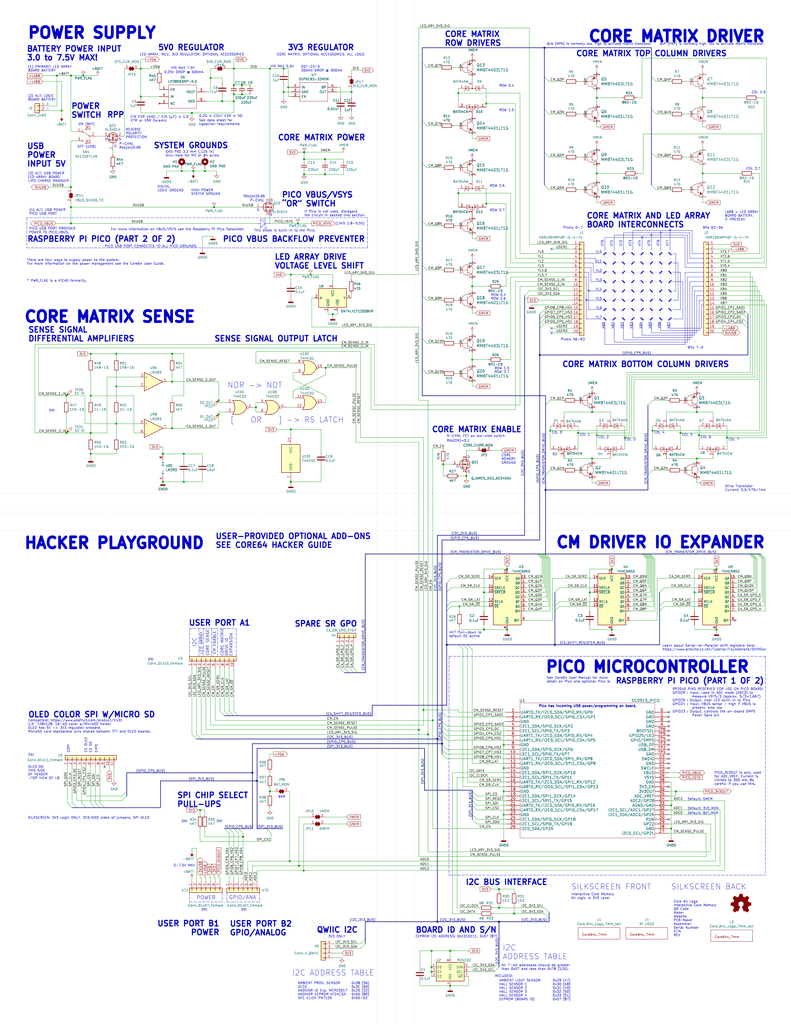
<source format=kicad_sch>
(kicad_sch (version 20231120) (generator "eeschema") (generator_version "8.0")
  (paper "C" portrait)
  (title_block (title "Core64c Logic Board - Raspberry Pi Pico W RP2040") (date "2024-07-07") (rev "0.6") (company "Concept and design by Andy Geppert @ www.MachineIdeas.com") (comment 1 "Please read the Core64 User Guide for more details.") (comment 2 "Visit www.Core64.io for information on assembly and optional features.") (comment 4 "All non-polarized capacitors are X7R or X5R ceramic unless otherwise noted."))
  (junction (at 88.9 262.89))
  (junction (at 121.285 55.245))
  (junction (at 297.815 267.335))
  (junction (at 366.395 439.42))
  (junction (at 235.585 527.685))
  (junction (at 250.825 330.835))
  (junction (at 231.14 387.35))
  (junction (at 158.75 234.315))
  (junction (at 265.43 56.515))
  (junction (at 241.3 405.765))
  (junction (at 38.735 102.108))
  (junction (at 76.835 37.465))
  (junction (at 276.86 343.535))
  (junction (at 323.215 250.19))
  (junction (at 272.415 485.14))
  (junction (at 228.6 398.145))
  (junction (at 302.895 351.79))
  (junction (at 49.53 247.65))
  (junction (at 165.989 95.123))
  (junction (at 381.635 237.49))
  (junction (at 100.33 247.65))
  (junction (at 76.835 52.705))
  (junction (at 264.16 343.535))
  (junction (at 233.68 400.685))
  (junction (at 169.545 149.86))
  (junction (at 114.935 42.545))
  (junction (at 139.7 222.25))
  (junction (at 63.5 193.04))
  (junction (at 119.38 218.44))
  (junction (at 63.5 231.14))
  (junction (at 132.08 51.435))
  (junction (at 36.195 236.22))
  (junction (at 276.86 310.515))
  (junction (at 264.16 323.215))
  (junction (at 158.115 469.9))
  (junction (at 127.635 55.245))
  (junction (at 297.18 26.035))
  (junction (at 334.01 310.515))
  (junction (at 132.715 456.565))
  (junction (at 109.22 441.96))
  (junction (at 272.415 502.92))
  (junction (at 366.395 452.12))
  (junction (at 154.813 37.465))
  (junction (at 165.989 83.058))
  (junction (at 93.98 233.68))
  (junction (at 158.75 262.89))
  (junction (at 99.187 93.345))
  (junction (at 93.98 193.04))
  (junction (at 294.64 193.675))
  (junction (at 325.755 53.34))
  (junction (at 93.98 208.28))
  (junction (at 383.54 94.615))
  (junction (at 280.67 498.475))
  (junction (at 177.8 200.66))
  (junction (at 132.08 46.355))
  (junction (at 379.095 323.215))
  (junction (at 127.635 51.435))
  (junction (at 243.84 351.79))
  (junction (at 158.75 149.86))
  (junction (at 177.419 95.123))
  (junction (at 380.365 224.79))
  (junction (at 165.735 474.98))
  (junction (at 88.9 247.65))
  (junction (at 396.875 238.76))
  (junction (at 127.635 37.465))
  (junction (at 254.635 259.715))
  (junction (at 154.813 50.165))
  (junction (at 49.53 215.9))
  (junction (at 104.775 61.595))
  (junction (at 137.795 421.64))
  (junction (at 238.76 403.225))
  (junction (at 119.38 226.06))
  (junction (at 166.116 83.058))
  (junction (at 315.595 236.22))
  (junction (at 38.735 113.03))
  (junction (at 250.19 50.8))
  (junction (at 238.76 502.92))
  (junction (at 45.466 41.275))
  (junction (at 391.16 310.515))
  (junction (at 325.755 94.615))
  (junction (at 272.415 495.3))
  (junction (at 111.887 93.345))
  (junction (at 391.16 343.535))
  (junction (at 274.955 444.5))
  (junction (at 340.995 238.76))
  (junction (at 265.43 111.125))
  (junction (at 127.635 46.355))
  (junction (at 177.419 86.868))
  (junction (at 116.84 113.03))
  (junction (at 383.54 53.34))
  (junction (at 147.32 37.465))
  (junction (at 325.755 237.49))
  (junction (at 371.475 236.22))
  (junction (at 274.955 406.4))
  (junction (at 49.53 236.22))
  (junction (at 235.585 518.795))
  (junction (at 321.945 323.215))
  (junction (at 31.115 41.275))
  (junction (at 257.81 156.21))
  (junction (at 380.365 250.19))
  (junction (at 63.5 210.82))
  (junction (at 334.01 343.535))
  (junction (at 181.61 171.45))
  (junction (at 36.195 215.9))
  (junction (at 165.989 86.868))
  (junction (at 38.735 41.275))
  (junction (at 33.655 60.325))
  (junction (at 236.22 393.065))
  (junction (at 105.537 93.345))
  (junction (at 38.735 121.92))
  (junction (at 100.33 262.89))
  (junction (at 245.745 518.795))
  (junction (at 323.215 224.79))
  (junction (at 274.955 419.1))
  (junction (at 191.897 50.165))
  (junction (at 140.335 426.085))
  (junction (at 163.195 472.44))
  (junction (at 368.935 431.8))
  (junction (at 235.585 530.225))
  (junction (at 300.355 234.95))
  (junction (at 250.19 105.41))
  (junction (at 241.935 253.365))
  (junction (at 356.235 234.95))
  (junction (at 245.745 537.845))
  (junction (at 147.32 431.8))
  (junction (at 157.353 47.625))
  (junction (at 274.955 431.8))
  (junction (at 257.81 196.215))
  (junction (at 162.56 121.92))
  (junction (at 49.53 193.04))
  (no_connect (at 365.125 408.94))
  (no_connect (at 300.99 181.61))
  (no_connect (at 300.99 135.89))
  (no_connect (at 365.125 401.32))
  (no_connect (at 365.125 403.86))
  (no_connect (at 365.125 398.78))
  (no_connect (at 365.125 411.48))
  (no_connect (at 365.125 447.04))
  (no_connect (at 365.125 416.56))
  (no_connect (at 300.99 179.07))
  (no_connect (at 57.15 418.465))
  (no_connect (at 365.125 393.7))
  (no_connect (at 365.125 429.26))
  (no_connect (at 365.125 406.4))
  (no_connect (at 365.125 396.24))
  (no_connect (at 365.125 414.02))
  (no_connect (at 365.125 391.16))
  (no_connect (at 365.125 419.1))
  (no_connect (at 401.32 338.455))
  (no_connect (at 365.125 388.62))
  (bus_entry (at 122.555 387.985) (size 2.54 2.54))
  (bus_entry (at 410.845 302.26) (size 2.54 2.54))
  (bus_entry (at 409.575 302.26) (size 2.54 2.54))
  (bus_entry (at 260.35 441.96) (size -2.54 -2.54))
  (bus_entry (at 260.35 436.88) (size -2.54 -2.54))
  (bus_entry (at 353.695 302.26) (size 2.54 2.54))
  (bus_entry (at 299.72 501.015) (size -2.54 -2.54))
  (bus_entry (at 360.045 330.835) (size 2.54 -2.54))
  (bus_entry (at 127.635 452.12) (size 2.54 2.54))
  (bus_entry (at 260.35 447.04) (size -2.54 -2.54))
  (bus_entry (at 127.635 390.525) (size -2.54 -2.54))
  (bus_entry (at 130.175 452.12) (size 2.54 2.54))
  (bus_entry (at 350.52 302.26) (size 2.54 2.54))
  (bus_entry (at 255.27 351.79) (size 2.54 2.54))
  (bus_entry (at 297.18 302.26) (size 2.54 2.54))
  (bus_entry (at 414.02 302.26) (size 2.54 2.54))
  (bus_entry (at 241.3 396.24) (size 2.54 2.54))
  (bus_entry (at 353.695 259.08) (size 2.54 -2.54))
  (bus_entry (at 297.18 100.965) (size 2.54 2.54))
  (bus_entry (at 241.3 401.32) (size 2.54 2.54))
  (bus_entry (at 353.06 302.26) (size 2.54 2.54))
  (bus_entry (at 360.045 323.215) (size 2.54 -2.54))
  (bus_entry (at 230.505 201.295) (size 2.54 2.54))
  (bus_entry (at 294.64 176.53) (size 2.54 -2.54))
  (bus_entry (at 296.545 302.26) (size 2.54 2.54))
  (bus_entry (at 286.385 161.29) (size 2.54 -2.54))
  (bus_entry (at 230.505 161.29) (size 2.54 2.54))
  (bus_entry (at 243.84 330.835) (size 2.54 -2.54))
  (bus_entry (at 360.045 333.375) (size 2.54 -2.54))
  (bus_entry (at 241.3 408.94) (size 2.54 2.54))
  (bus_entry (at 353.695 220.98) (size 2.54 -2.54))
  (bus_entry (at 66.675 434.34) (size 2.54 -2.54))
  (bus_entry (at 243.84 391.16) (size -2.54 -2.54))
  (bus_entry (at 49.53 438.15) (size 2.54 2.54))
  (bus_entry (at 300.355 256.54) (size -2.54 2.54))
  (bus_entry (at 230.505 88.9) (size 2.54 2.54))
  (bus_entry (at 294.64 179.07) (size 2.54 -2.54))
  (bus_entry (at 243.84 333.375) (size 2.54 -2.54))
  (bus_entry (at 295.91 302.26) (size 2.54 2.54))
  (bus_entry (at 241.3 393.7) (size 2.54 2.54))
  (bus_entry (at 196.85 514.985) (size 2.54 -2.54))
  (bus_entry (at 414.655 302.26) (size 2.54 2.54))
  (bus_entry (at 405.765 168.91) (size 2.54 2.54))
  (bus_entry (at 351.79 302.26) (size 2.54 2.54))
  (bus_entry (at 302.895 323.215) (size 2.54 -2.54))
  (bus_entry (at 39.37 438.15) (size 2.54 2.54))
  (bus_entry (at 413.385 302.26) (size 2.54 2.54))
  (bus_entry (at 415.29 302.26) (size 2.54 2.54))
  (bus_entry (at 230.505 34.29) (size 2.54 2.54))
  (bus_entry (at 302.895 330.835) (size 2.54 -2.54))
  (bus_entry (at 104.775 400.685) (size 2.54 2.54))
  (bus_entry (at 252.73 351.79) (size 2.54 2.54))
  (bus_entry (at 185.42 364.49) (size 2.54 2.54))
  (bus_entry (at 122.555 390.525) (size -2.54 -2.54))
  (bus_entry (at 243.84 323.215) (size 2.54 -2.54))
  (bus_entry (at 405.765 173.99) (size 2.54 2.54))
  (bus_entry (at 107.315 400.685) (size 2.54 2.54))
  (bus_entry (at 297.815 302.26) (size 2.54 2.54))
  (bus_entry (at 297.18 83.185) (size 2.54 2.54))
  (bus_entry (at 145.415 452.12) (size 2.54 2.54))
  (bus_entry (at 355.6 41.91) (size 2.54 2.54))
  (bus_entry (at 190.5 364.49) (size 2.54 2.54))
  (bus_entry (at 54.61 438.15) (size 2.54 2.54))
  (bus_entry (at 354.33 302.26) (size 2.54 2.54))
  (bus_entry (at 354.965 302.26) (size 2.54 2.54))
  (bus_entry (at 294.64 171.45) (size 2.54 -2.54))
  (bus_entry (at 295.275 302.26) (size 2.54 2.54))
  (bus_entry (at 269.875 527.685) (size 2.54 -2.54))
  (bus_entry (at 355.6 83.185) (size 2.54 2.54))
  (bus_entry (at 230.505 66.04) (size 2.54 2.54))
  (bus_entry (at 355.6 59.69) (size 2.54 2.54))
  (bus_entry (at 241.3 398.78) (size 2.54 2.54))
  (bus_entry (at 286.385 163.83) (size 2.54 -2.54))
  (bus_entry (at 230.505 184.785) (size 2.54 2.54))
  (bus_entry (at 405.765 171.45) (size 2.54 2.54))
  (bus_entry (at 297.18 59.69) (size 2.54 2.54))
  (bus_entry (at 294.005 302.26) (size 2.54 2.54))
  (bus_entry (at 230.505 144.78) (size 2.54 2.54))
  (bus_entry (at 300.355 218.44) (size -2.54 2.54))
  (bus_entry (at 52.07 438.15) (size 2.54 2.54))
  (bus_entry (at 294.64 173.99) (size 2.54 -2.54))
  (bus_entry (at 187.96 364.49) (size 2.54 2.54))
  (bus_entry (at 36.83 438.15) (size 2.54 2.54))
  (bus_entry (at 260.35 439.42) (size -2.54 -2.54))
  (bus_entry (at 299.72 497.84) (size -2.54 -2.54))
  (bus_entry (at 260.35 434.34) (size -2.54 -2.54))
  (bus_entry (at 294.64 302.26) (size 2.54 2.54))
  (bus_entry (at 250.19 351.79) (size 2.54 2.54))
  (bus_entry (at 297.18 41.91) (size 2.54 2.54))
  (bus_entry (at 351.155 302.26) (size 2.54 2.54))
  (bus_entry (at 122.555 452.12) (size 2.54 2.54))
  (bus_entry (at 130.175 390.525) (size -2.54 -2.54))
  (bus_entry (at 260.35 449.58) (size -2.54 -2.54))
  (bus_entry (at 241.3 411.48) (size 2.54 2.54))
  (bus_entry (at 243.84 318.135) (size 2.54 -2.54))
  (bus_entry (at 193.04 364.49) (size 2.54 2.54))
  (bus_entry (at 66.675 436.88) (size 2.54 -2.54))
  (bus_entry (at 44.45 438.15) (size 2.54 2.54))
  (bus_entry (at 410.21 302.26) (size 2.54 2.54))
  (bus_entry (at 125.095 452.12) (size 2.54 2.54))
  (bus_entry (at 405.765 176.53) (size 2.54 2.54))
  (bus_entry (at 352.425 302.26) (size 2.54 2.54))
  (bus_entry (at 302.895 333.375) (size 2.54 -2.54))
  (bus_entry (at 196.85 517.525) (size 2.54 -2.54))
  (bus_entry (at 293.37 302.26) (size 2.54 2.54))
  (bus_entry (at 230.505 120.65) (size 2.54 2.54))
  (bus_entry (at 241.3 406.4) (size 2.54 2.54))
  (bus_entry (at 269.875 530.225) (size 2.54 -2.54))
  (bus_entry (at 408.94 302.26) (size 2.54 2.54))
  (bus_entry (at 355.6 100.965) (size 2.54 2.54))
  (wire (pts (xy 139.7 191.77) (xy 139.7 198.12)))
  (polyline (pts (xy 367.665 143.51) (xy 370.205 143.51)) (stroke (width 0) (type solid)))
  (polyline (pts (xy 360.68 127) (xy 360.68 136.525)) (stroke (width 0) (type solid)))
  (wire (pts (xy 184.023 47.625) (xy 185.928 47.625)))
  (bus (pts (xy 297.815 267.335) (xy 353.695 267.335)))
  (wire (pts (xy 365.125 449.58) (xy 387.985 449.58)))
  (bus (pts (xy 39.37 440.69) (xy 41.91 440.69)))
  (bus (pts (xy 109.855 403.225) (xy 107.315 403.225)))
  (wire (pts (xy 276.225 146.05) (xy 312.42 146.05)))
  (polyline (pts (xy 365.76 136.525) (xy 365.76 175.895)) (stroke (width 0) (type dot)))
  (wire (pts (xy 19.05 236.22) (xy 36.195 236.22)))
  (wire (pts (xy 276.225 419.1) (xy 274.955 419.1)))
  (wire (pts (xy 257.81 75.565) (xy 259.715 75.565)))
  (wire (pts (xy 39.37 438.15) (xy 39.37 418.465)))
  (polyline (pts (xy 321.31 168.91) (xy 328.295 168.91)) (stroke (width 0) (type solid)))
  (bus (pts (xy 354.965 302.26) (xy 408.94 302.26)))
  (bus (pts (xy 257.81 436.88) (xy 257.81 439.42)))
  (wire (pts (xy 112.395 364.49) (xy 112.395 398.145)))
  (wire (pts (xy 191.77 149.86) (xy 191.77 152.4)))
  (wire (pts (xy 363.855 250.19) (xy 380.365 250.19)))
  (wire (pts (xy 325.755 232.41) (xy 325.755 237.49)))
  (polyline (pts (xy 328.295 158.75) (xy 367.665 158.75)) (stroke (width 0) (type dot)))
  (wire (pts (xy 315.595 44.45) (xy 318.135 44.45)))
  (wire (pts (xy 287.02 315.595) (xy 295.91 315.595)))
  (wire (pts (xy 283.845 156.21) (xy 283.845 220.98)))
  (bus (pts (xy 302.895 330.835) (xy 302.895 333.375)))
  (wire (pts (xy 73.025 215.9) (xy 73.025 236.22)))
  (wire (pts (xy 287.02 333.375) (xy 300.355 333.375)))
  (wire (pts (xy 154.813 37.465) (xy 154.813 38.735)))
  (bus (pts (xy 272.415 502.92) (xy 272.415 525.145)))
  (polyline (pts (xy 381.635 180.34) (xy 381.635 163.83)) (stroke (width 0) (type solid)))
  (polyline (pts (xy 367.665 153.67) (xy 372.745 153.67)) (stroke (width 0) (type solid)))
  (wire (pts (xy 321.945 310.515) (xy 321.945 323.215)))
  (wire (pts (xy 132.08 51.435) (xy 136.525 51.435)))
  (wire (pts (xy 351.155 73.025) (xy 415.925 73.025)))
  (polyline (pts (xy 142.24 119.38) (xy 144.78 121.92)) (stroke (width 0) (type solid)))
  (wire (pts (xy 52.07 438.15) (xy 52.07 418.465)))
  (wire (pts (xy 300.355 218.44) (xy 307.34 218.44)))
  (wire (pts (xy 401.32 330.835) (xy 417.195 330.835)))
  (wire (pts (xy 358.775 315.595) (xy 381 315.595)))
  (wire (pts (xy 379.095 323.215) (xy 379.095 333.375)))
  (wire (pts (xy 297.815 323.215) (xy 297.815 304.8)))
  (wire (pts (xy 25.4 60.325) (xy 33.655 60.325)))
  (polyline (pts (xy 372.745 153.67) (xy 372.745 173.99)) (stroke (width 0) (type solid)))
  (wire (pts (xy 312.42 143.51) (xy 278.765 143.51)))
  (wire (pts (xy 260.35 441.96) (xy 276.225 441.96)))
  (bus (pts (xy 238.76 403.225) (xy 109.855 403.225)))
  (wire (pts (xy 344.17 318.135) (xy 353.695 318.135)))
  (wire (pts (xy 315.595 236.22) (xy 343.535 236.22)))
  (polyline (pts (xy 346.075 149.225) (xy 344.805 147.955)) (stroke (width 0.5) (type solid)))
  (wire (pts (xy 19.05 187.96) (xy 204.47 187.96)))
  (wire (pts (xy 154.813 50.165) (xy 154.813 53.975)))
  (polyline (pts (xy 0 289.56) (xy 431.8 289.56)) (stroke (width 0) (type dash) (color 221 219 255 1)))
  (wire (pts (xy 380.365 263.525) (xy 382.27 263.525)))
  (wire (pts (xy 250.825 343.535) (xy 264.16 343.535)))
  (polyline (pts (xy 349.885 139.065) (xy 351.155 137.795)) (stroke (width 0.5) (type solid)))
  (wire (pts (xy 315.595 232.41) (xy 315.595 236.22)))
  (wire (pts (xy 365.125 431.8) (xy 368.935 431.8)))
  (wire (pts (xy 120.015 478.79) (xy 119.38 478.79)))
  (polyline (pts (xy 377.825 184.15) (xy 377.825 156.21)) (stroke (width 0) (type solid)))
  (wire (pts (xy 137.795 480.695) (xy 137.795 472.44)))
  (wire (pts (xy 372.11 218.44) (xy 372.745 218.44)))
  (wire (pts (xy 415.925 325.755) (xy 415.925 304.8)))
  (wire (pts (xy 100.33 247.65) (xy 110.49 247.65)))
  (wire (pts (xy 231.14 238.76) (xy 231.14 387.35)))
  (polyline (pts (xy 142.24 119.38) (xy 142.24 124.46)) (stroke (width 0) (type solid)))
  (wire (pts (xy 229.235 518.795) (xy 229.235 527.685)))
  (bus (pts (xy 230.505 120.65) (xy 230.505 144.78)))
  (wire (pts (xy 229.235 537.845) (xy 245.745 537.845)))
  (polyline (pts (xy 365.125 164.465) (xy 366.395 163.195)) (stroke (width 0.5) (type solid)))
  (wire (pts (xy 139.7 222.25) (xy 139.7 219.71)))
  (wire (pts (xy 140.335 480.695) (xy 140.335 474.98)))
  (polyline (pts (xy 346.075 169.545) (xy 344.805 168.275)) (stroke (width 0.5) (type solid)))
  (wire (pts (xy 109.22 441.96) (xy 111.76 441.96)))
  (wire (pts (xy 109.855 400.685) (xy 233.68 400.685)))
  (wire (pts (xy 241.935 253.365) (xy 241.935 259.715)))
  (wire (pts (xy 243.84 391.16) (xy 276.225 391.16)))
  (wire (pts (xy 379.095 310.515) (xy 391.16 310.515)))
  (wire (pts (xy 246.38 330.835) (xy 250.825 330.835)))
  (wire (pts (xy 165.989 83.058) (xy 165.989 86.868)))
  (wire (pts (xy 344.17 330.835) (xy 356.87 330.835)))
  (wire (pts (xy 93.98 208.28) (xy 119.38 208.28)))
  (bus (pts (xy 241.3 401.32) (xy 241.3 405.765)))
  (polyline (pts (xy 376.555 185.42) (xy 376.555 153.67)) (stroke (width 0) (type solid)))
  (polyline (pts (xy 103.505 487.045) (xy 103.505 492.125)) (stroke (width 0) (type dash)))
  (wire (pts (xy 157.48 431.8) (xy 158.115 431.8)))
  (wire (pts (xy 147.32 121.92) (xy 162.56 121.92)))
  (polyline (pts (xy 330.2 136.525) (xy 330.2 175.895)) (stroke (width 0) (type dot)))
  (wire (pts (xy 274.955 431.8) (xy 274.955 444.5)))
  (polyline (pts (xy 335.915 139.065) (xy 334.645 137.795)) (stroke (width 0.5) (type solid)))
  (wire (pts (xy 250.19 387.35) (xy 231.14 387.35)))
  (bus (pts (xy 54.61 440.69) (xy 57.15 440.69)))
  (wire (pts (xy 362.585 328.295) (xy 381 328.295)))
  (wire (pts (xy 321.945 323.215) (xy 321.945 333.375)))
  (wire (pts (xy 181.61 149.86) (xy 181.61 154.94)))
  (polyline (pts (xy 340.995 154.305) (xy 339.725 153.035)) (stroke (width 0.5) (type solid)))
  (polyline (pts (xy 339.725 139.065) (xy 340.995 137.795)) (stroke (width 0.5) (type solid)))
  (wire (pts (xy 272.415 495.3) (xy 297.18 495.3)))
  (polyline (pts (xy 376.555 127) (xy 376.555 140.97)) (stroke (width 0) (type solid)))
  (wire (pts (xy 63.5 210.82) (xy 76.2 210.82)))
  (wire (pts (xy 36.195 236.22) (xy 49.53 236.22)))
  (polyline (pts (xy 14.605 118.745) (xy 14.605 135.255)) (stroke (width 0) (type dash)))
  (wire (pts (xy 390.525 138.43) (xy 414.655 138.43)))
  (polyline (pts (xy 370.205 143.51) (xy 370.205 163.83)) (stroke (width 0) (type solid)))
  (wire (pts (xy 177.419 95.123) (xy 187.579 95.123)))
  (wire (pts (xy 255.905 527.685) (xy 269.875 527.685)))
  (bus (pts (xy 351.155 302.26) (xy 351.79 302.26)))
  (wire (pts (xy 344.805 205.74) (xy 412.115 205.74)))
  (polyline (pts (xy 339.725 169.545) (xy 340.995 168.275)) (stroke (width 0.5) (type solid)))
  (wire (pts (xy 321.945 343.535) (xy 334.01 343.535)))
  (wire (pts (xy 383.54 38.1) (xy 383.54 39.37)))
  (polyline (pts (xy 329.565 139.065) (xy 330.835 137.795)) (stroke (width 0.5) (type solid)))
  (wire (pts (xy 340.995 238.76) (xy 340.995 245.11)))
  (polyline (pts (xy 139.7 121.92) (xy 142.24 121.92)) (stroke (width 0) (type solid)))
  (wire (pts (xy 44.45 438.15) (xy 44.45 418.465)))
  (polyline (pts (xy 330.2 129.54) (xy 330.2 136.525)) (stroke (width 0) (type solid)))
  (wire (pts (xy 147.32 433.07) (xy 147.32 431.8)))
  (wire (pts (xy 412.115 318.135) (xy 412.115 304.8)))
  (bus (pts (xy 355.6 100.965) (xy 355.6 83.185)))
  (wire (pts (xy 276.225 444.5) (xy 274.955 444.5)))
  (polyline (pts (xy 345.44 184.15) (xy 377.825 184.15)) (stroke (width 0) (type solid)))
  (wire (pts (xy 260.35 434.34) (xy 276.225 434.34)))
  (polyline (pts (xy 354.965 174.625) (xy 356.235 173.355)) (stroke (width 0.5) (type solid)))
  (bus (pts (xy 413.385 302.26) (xy 414.02 302.26)))
  (wire (pts (xy 163.195 445.77) (xy 163.195 472.44)))
  (wire (pts (xy 49.53 247.65) (xy 49.53 250.19)))
  (bus (pts (xy 355.6 83.185) (xy 355.6 59.69)))
  (polyline (pts (xy 356.235 169.545) (xy 354.965 168.275)) (stroke (width 0.5) (type solid)))
  (wire (pts (xy 90.932 93.345) (xy 99.187 93.345)))
  (wire (pts (xy 236.22 393.065) (xy 236.22 452.12)))
  (wire (pts (xy 49.53 226.06) (xy 49.53 236.22)))
  (wire (pts (xy 323.215 250.19) (xy 323.215 251.46)))
  (wire (pts (xy 166.116 83.058) (xy 187.579 83.058)))
  (wire (pts (xy 245.745 518.795) (xy 255.905 518.795)))
  (bus (pts (xy 250.19 351.79) (xy 252.73 351.79)))
  (polyline (pts (xy 351.155 174.625) (xy 349.885 173.355)) (stroke (width 0.5) (type solid)))
  (wire (pts (xy 116.205 128.905) (xy 110.49 128.905)))
  (wire (pts (xy 137.795 472.44) (xy 163.195 472.44)))
  (polyline (pts (xy 328.295 153.67) (xy 367.665 153.67)) (stroke (width 0) (type dot)))
  (wire (pts (xy 411.48 304.8) (xy 411.48 315.595)))
  (bus (pts (xy 122.555 390.525) (xy 125.095 390.525)))
  (polyline (pts (xy 350.52 182.88) (xy 350.52 175.895)) (stroke (width 0) (type solid)))
  (wire (pts (xy 48.26 193.04) (xy 49.53 193.04)))
  (wire (pts (xy 250.825 330.835) (xy 250.825 334.01)))
  (polyline (pts (xy 374.015 187.96) (xy 374.015 148.59)) (stroke (width 0) (type solid)))
  (wire (pts (xy 346.075 207.01) (xy 346.075 238.76)))
  (polyline (pts (xy 335.915 149.225) (xy 334.645 147.955)) (stroke (width 0.5) (type solid)))
  (wire (pts (xy 323.85 323.215) (xy 321.945 323.215)))
  (polyline (pts (xy 335.915 159.385) (xy 334.645 158.115)) (stroke (width 0.5) (type solid)))
  (wire (pts (xy 233.045 187.325) (xy 241.3 187.325)))
  (wire (pts (xy 265.43 56.515) (xy 265.43 58.42)))
  (wire (pts (xy 54.61 418.465) (xy 54.61 438.15)))
  (bus (pts (xy 293.37 302.26) (xy 199.39 302.26)))
  (wire (pts (xy 396.875 238.76) (xy 396.875 245.11)))
  (wire (pts (xy 257.81 73.66) (xy 257.81 75.565)))
  (wire (pts (xy 371.475 232.41) (xy 371.475 236.22)))
  (wire (pts (xy 383.54 49.53) (xy 383.54 53.34)))
  (wire (pts (xy 365.125 434.34) (xy 368.935 434.34)))
  (wire (pts (xy 390.525 444.5) (xy 390.525 469.9)))
  (wire (pts (xy 301.625 315.595) (xy 323.85 315.595)))
  (wire (pts (xy 358.14 44.45) (xy 365.76 44.45)))
  (wire (pts (xy 390.525 166.37) (xy 418.465 166.37)))
  (wire (pts (xy 266.7 196.215) (xy 257.81 196.215)))
  (wire (pts (xy 300.355 234.95) (xy 342.265 234.95)))
  (wire (pts (xy 264.16 343.535) (xy 276.86 343.535)))
  (bus (pts (xy 302.895 323.215) (xy 302.895 330.835)))
  (polyline (pts (xy 345.44 125.73) (xy 377.825 125.73)) (stroke (width 0) (type solid)))
  (wire (pts (xy 299.72 44.45) (xy 307.975 44.45)))
  (wire (pts (xy 109.22 459.105) (xy 147.955 459.105)))
  (wire (pts (xy 381.635 232.41) (xy 381.635 237.49)))
  (wire (pts (xy 257.81 96.52) (xy 257.81 97.79)))
  (wire (pts (xy 63.5 210.82) (xy 63.5 218.44)))
  (wire (pts (xy 36.195 218.44) (xy 36.195 215.9)))
  (wire (pts (xy 410.845 204.47) (xy 410.845 151.13)))
  (wire (pts (xy 300.99 181.61) (xy 312.42 181.61)))
  (polyline (pts (xy 350.52 129.54) (xy 350.52 136.525)) (stroke (width 0) (type solid)))
  (wire (pts (xy 63.5 193.04) (xy 93.98 193.04)))
  (wire (pts (xy 117.475 478.79) (xy 116.84 478.79)))
  (polyline (pts (xy 335.28 128.27) (xy 375.285 128.27)) (stroke (width 0) (type solid)))
  (wire (pts (xy 158.75 264.16) (xy 158.75 262.89)))
  (wire (pts (xy 350.52 31.75) (xy 418.465 31.75)))
  (wire (pts (xy 160.02 213.36) (xy 160.02 217.17)))
  (wire (pts (xy 127.635 46.355) (xy 127.635 37.465)))
  (bus (pts (xy 414.655 302.26) (xy 415.29 302.26)))
  (wire (pts (xy 73.025 236.22) (xy 76.2 236.22)))
  (wire (pts (xy 323.215 223.52) (xy 323.215 224.79)))
  (polyline (pts (xy 334.645 164.465) (xy 335.915 163.195)) (stroke (width 0.5) (type solid)))
  (wire (pts (xy 177.8 219.71) (xy 177.8 215.9)))
  (wire (pts (xy 299.085 328.295) (xy 299.085 304.8)))
  (polyline (pts (xy 368.935 138.43) (xy 368.935 158.75)) (stroke (width 0) (type solid)))
  (polyline (pts (xy 322.58 153.67) (xy 328.295 153.67)) (stroke (width 0) (type solid)))
  (polyline (pts (xy 349.885 169.545) (xy 351.155 168.275)) (stroke (width 0.5) (type solid)))
  (wire (pts (xy 228.6 467.36) (xy 385.445 467.36)))
  (wire (pts (xy 248.92 147.32) (xy 250.19 147.32)))
  (wire (pts (xy 257.81 128.27) (xy 257.81 130.175)))
  (wire (pts (xy 390.525 148.59) (xy 409.575 148.59)))
  (wire (pts (xy 379.095 310.515) (xy 379.095 323.215)))
  (wire (pts (xy 202.565 223.52) (xy 281.305 223.52)))
  (bus (pts (xy 193.04 367.03) (xy 190.5 367.03)))
  (polyline (pts (xy 345.44 136.525) (xy 345.44 175.895)) (stroke (width 0) (type dot)))
  (wire (pts (xy 390.525 161.29) (xy 415.925 161.29)))
  (bus (pts (xy 296.545 302.26) (xy 297.18 302.26)))
  (bus (pts (xy 195.58 367.03) (xy 193.04 367.03)))
  (wire (pts (xy 165.735 449.58) (xy 169.545 449.58)))
  (wire (pts (xy 264.16 323.215) (xy 266.7 323.215)))
  (wire (pts (xy 112.395 50.165) (xy 114.935 50.165)))
  (bus (pts (xy 238.76 292.1) (xy 238.76 403.225)))
  (polyline (pts (xy 345.44 125.73) (xy 345.44 136.525)) (stroke (width 0) (type solid)))
  (wire (pts (xy 257.81 210.82) (xy 259.715 210.82)))
  (bus (pts (xy 353.695 302.26) (xy 354.33 302.26)))
  (wire (pts (xy 36.83 438.15) (xy 36.83 418.465)))
  (wire (pts (xy 235.585 530.225) (xy 235.585 532.765)))
  (polyline (pts (xy 103.505 342.9) (xy 128.905 342.9)) (stroke (width 0) (type dash)))
  (wire (pts (xy 76.2 205.74) (xy 58.42 205.74)))
  (polyline (pts (xy 335.28 136.525) (xy 335.28 175.895)) (stroke (width 0) (type dot)))
  (bus (pts (xy 360.045 323.215) (xy 360.045 330.835)))
  (polyline (pts (xy 0 269.24) (xy 431.8 269.24)) (stroke (width 0) (type dash) (color 221 219 255 1)))
  (bus (pts (xy 294.64 193.675) (xy 408.305 193.675)))
  (wire (pts (xy 165.735 449.58) (xy 165.735 474.98)))
  (polyline (pts (xy 200.66 118.745) (xy 14.605 118.745)) (stroke (width 0) (type dash)))
  (bus (pts (xy 145.415 452.12) (xy 154.305 452.12)))
  (polyline (pts (xy 226.06 279.4) (xy 226.06 558.8)) (stroke (width 0) (type dash) (color 221 219 255 1)))
  (wire (pts (xy 229.235 535.305) (xy 229.235 537.845)))
  (wire (pts (xy 190.5 351.79) (xy 190.5 364.49)))
  (polyline (pts (xy 335.28 186.69) (xy 335.28 175.895)) (stroke (width 0) (type solid)))
  (bus (pts (xy 243.84 384.81) (xy 243.84 351.79)))
  (wire (pts (xy 104.775 479.425) (xy 104.775 480.695)))
  (polyline (pts (xy 351.155 164.465) (xy 349.885 163.195)) (stroke (width 0.5) (type solid)))
  (bus (pts (xy 87.63 426.085) (xy 140.335 426.085)))
  (wire (pts (xy 325.755 90.805) (xy 325.755 94.615)))
  (wire (pts (xy 235.585 527.685) (xy 235.585 518.795)))
  (polyline (pts (xy 361.315 154.305) (xy 360.045 153.035)) (stroke (width 0.5) (type solid)))
  (wire (pts (xy 300.355 256.54) (xy 307.34 256.54)))
  (bus (pts (xy 297.18 100.965) (xy 297.18 83.185)))
  (wire (pts (xy 151.13 234.315) (xy 158.75 234.315)))
  (polyline (pts (xy 330.2 129.54) (xy 374.015 129.54)) (stroke (width 0) (type solid)))
  (wire (pts (xy 250.19 50.8) (xy 250.19 58.42)))
  (wire (pts (xy 274.955 419.1) (xy 274.955 431.8)))
  (bus (pts (xy 203.2 384.81) (xy 243.84 384.81)))
  (bus (pts (xy 122.555 452.12) (xy 125.095 452.12)))
  (wire (pts (xy 147.955 454.66) (xy 147.955 459.105)))
  (polyline (pts (xy 329.565 149.225) (xy 330.835 147.955)) (stroke (width 0.5) (type solid)))
  (wire (pts (xy 88.9 262.89) (xy 100.33 262.89)))
  (wire (pts (xy 379.095 323.215) (xy 381 323.215)))
  (wire (pts (xy 147.32 37.465) (xy 154.813 37.465)))
  (wire (pts (xy 401.32 333.375) (xy 417.83 333.375)))
  (wire (pts (xy 353.06 304.8) (xy 353.06 315.595)))
  (wire (pts (xy 243.84 398.78) (xy 276.225 398.78)))
  (wire (pts (xy 191.897 40.64) (xy 191.897 38.354)))
  (wire (pts (xy 76.835 60.325) (xy 76.835 61.595)))
  (wire (pts (xy 139.7 219.71) (xy 140.97 219.71)))
  (wire (pts (xy 160.02 207.01) (xy 160.02 203.2)))
  (wire (pts (xy 390.525 151.13) (xy 410.845 151.13)))
  (wire (pts (xy 233.68 400.685) (xy 233.68 464.82)))
  (wire (pts (xy 250.19 105.41) (xy 278.765 105.41)))
  (wire (pts (xy 315.595 236.22) (xy 315.595 245.11)))
  (wire (pts (xy 181.61 517.525) (xy 196.85 517.525)))
  (polyline (pts (xy 365.76 125.73) (xy 365.76 136.525)) (stroke (width 0) (type solid)))
  (wire (pts (xy 288.925 15.24) (xy 288.925 133.35)))
  (wire (pts (xy 334.01 344.805) (xy 334.01 343.535)))
  (wire (pts (xy 163.195 445.77) (xy 169.545 445.77)))
  (polyline (pts (xy 375.285 151.13) (xy 384.175 151.13)) (stroke (width 0) (type solid)))
  (wire (pts (xy 117.475 480.695) (xy 117.475 478.79)))
  (wire (pts (xy 93.98 226.06) (xy 93.98 233.68)))
  (wire (pts (xy 274.955 393.7) (xy 274.955 406.4)))
  (wire (pts (xy 278.765 151.13) (xy 278.765 196.215)))
  (wire (pts (xy 162.56 121.92) (xy 170.18 121.92)))
  (wire (pts (xy 119.38 224.79) (xy 119.38 226.06)))
  (wire (pts (xy 67.945 74.295) (xy 67.945 37.465)))
  (wire (pts (xy 250.19 388.62) (xy 250.19 387.35)))
  (wire (pts (xy 165.989 83.058) (xy 166.116 83.058)))
  (wire (pts (xy 63.5 231.14) (xy 63.5 238.76)))
  (wire (pts (xy 347.98 94.615) (xy 351.155 94.615)))
  (wire (pts (xy 191.897 38.354) (xy 197.993 38.354)))
  (bus (pts (xy 255.27 351.79) (xy 302.895 351.79)))
  (bus (pts (xy 299.72 497.84) (xy 299.72 501.015)))
  (wire (pts (xy 305.435 328.295) (xy 323.85 328.295)))
  (wire (pts (xy 49.53 215.9) (xy 49.53 218.44)))
  (wire (pts (xy 111.76 456.565) (xy 111.76 452.12)))
  (wire (pts (xy 246.38 320.675) (xy 266.7 320.675)))
  (wire (pts (xy 254.635 258.445) (xy 254.635 259.715)))
  (wire (pts (xy 104.775 61.595) (xy 104.775 63.5)))
  (wire (pts (xy 100.33 262.89) (xy 110.49 262.89)))
  (wire (pts (xy 158.75 234.315) (xy 158.75 237.49)))
  (wire (pts (xy 299.72 85.725) (xy 307.975 85.725)))
  (wire (pts (xy 233.045 203.835) (xy 241.3 203.835)))
  (wire (pts (xy 366.395 452.12) (xy 365.125 452.12)))
  (wire (pts (xy 119.38 218.44) (xy 119.38 219.71)))
  (wire (pts (xy 276.225 148.59) (xy 276.225 156.21)))
  (wire (pts (xy 231.14 395.605) (xy 114.935 395.605)))
  (polyline (pts (xy 321.31 158.75) (xy 328.295 158.75)) (stroke (width 0) (type solid)))
  (polyline (pts (xy 14.605 135.255) (xy 200.66 135.255)) (stroke (width 0) (type dash)))
  (wire (pts (xy 395.605 436.88) (xy 395.605 474.98)))
  (bus (pts (xy 69.215 431.8) (xy 69.215 434.34)))
  (wire (pts (xy 398.78 133.35) (xy 390.525 133.35)))
  (wire (pts (xy 315.595 103.505) (xy 318.135 103.505)))
  (wire (pts (xy 276.225 146.05) (xy 276.225 111.125)))
  (bus (pts (xy 257.81 431.165) (xy 257.81 431.8)))
  (wire (pts (xy 23.495 41.275) (xy 31.115 41.275)))
  (wire (pts (xy 321.945 310.515) (xy 334.01 310.515)))
  (wire (pts (xy 165.989 95.123) (xy 177.419 95.123)))
  (polyline (pts (xy 360.045 149.225) (xy 361.315 147.955)) (stroke (width 0.5) (type solid)))
  (wire (pts (xy 100.33 215.9) (xy 100.33 193.04)))
  (wire (pts (xy 191.897 50.165) (xy 191.897 53.213)))
  (polyline (pts (xy 330.835 154.305) (xy 329.565 153.035)) (stroke (width 0.5) (type solid)))
  (polyline (pts (xy 340.36 136.525) (xy 340.36 175.895)) (stroke (width 0) (type dot)))
  (wire (pts (xy 236.22 244.475) (xy 236.22 393.065)))
  (polyline (pts (xy 365.125 174.625) (xy 366.395 173.355)) (stroke (width 0.5) (type solid)))
  (wire (pts (xy 154.813 37.465) (xy 157.353 37.465)))
  (bus (pts (xy 231.775 408.305) (xy 140.335 408.305)))
  (polyline (pts (xy 340.36 127) (xy 376.555 127)) (stroke (width 0) (type solid)))
  (wire (pts (xy 413.385 156.21) (xy 413.385 207.01)))
  (wire (pts (xy 181.61 520.065) (xy 186.69 520.065)))
  (bus (pts (xy 360.045 333.375) (xy 360.045 351.79)))
  (wire (pts (xy 325.755 79.375) (xy 325.755 80.645)))
  (polyline (pts (xy 346.075 139.065) (xy 344.805 137.795)) (stroke (width 0.5) (type solid)))
  (wire (pts (xy 76.835 37.465) (xy 86.995 37.465)))
  (wire (pts (xy 288.925 161.29) (xy 312.42 161.29)))
  (wire (pts (xy 233.68 464.82) (xy 387.985 464.82)))
  (wire (pts (xy 276.86 309.245) (xy 276.86 310.515)))
  (wire (pts (xy 241.935 252.73) (xy 241.935 253.365)))
  (polyline (pts (xy 360.68 180.34) (xy 360.68 175.895)) (stroke (width 0) (type solid)))
  (wire (pts (xy 247.015 421.64) (xy 276.225 421.64)))
  (wire (pts (xy 76.835 32.385) (xy 79.375 32.385)))
  (polyline (pts (xy 365.76 179.07) (xy 382.905 179.07)) (stroke (width 0) (type solid)))
  (wire (pts (xy 365.125 424.18) (xy 370.84 424.18)))
  (wire (pts (xy 250.825 341.63) (xy 250.825 343.535)))
  (bus (pts (xy 69.215 421.64) (xy 69.215 431.8)))
  (polyline (pts (xy 330.835 164.465) (xy 329.565 163.195)) (stroke (width 0.5) (type solid)))
  (wire (pts (xy 93.98 215.9) (xy 93.98 218.44)))
  (wire (pts (xy 255.905 537.845) (xy 245.745 537.845)))
  (wire (pts (xy 248.92 123.19) (xy 250.19 123.19)))
  (polyline (pts (xy 325.12 140.97) (xy 325.12 143.51)) (stroke (width 0) (type solid)))
  (wire (pts (xy 255.905 530.225) (xy 269.875 530.225)))
  (wire (pts (xy 381.635 237.49) (xy 417.195 237.49)))
  (wire (pts (xy 396.875 238.76) (xy 418.465 238.76)))
  (wire (pts (xy 342.265 203.2) (xy 342.265 234.95)))
  (bus (pts (xy 57.15 440.69) (xy 87.63 440.69)))
  (wire (pts (xy 390.525 163.83) (xy 417.195 163.83)))
  (wire (pts (xy 20.955 189.865) (xy 202.565 189.865)))
  (wire (pts (xy 121.285 55.245) (xy 127.635 55.245)))
  (wire (pts (xy 358.14 85.725) (xy 365.76 85.725)))
  (wire (pts (xy 390.525 140.97) (xy 415.925 140.97)))
  (wire (pts (xy 163.195 472.44) (xy 393.065 472.44)))
  (wire (pts (xy 116.84 477.52) (xy 116.84 478.79)))
  (polyline (pts (xy 141.605 487.045) (xy 141.605 492.125)) (stroke (width 0) (type dash)))
  (wire (pts (xy 383.54 110.49) (xy 385.445 110.49)))
  (wire (pts (xy 38.735 102.108) (xy 38.735 102.87)))
  (wire (pts (xy 390.525 143.51) (xy 417.195 143.51)))
  (wire (pts (xy 93.98 233.68) (xy 119.38 233.68)))
  (wire (pts (xy 314.96 256.54) (xy 315.595 256.54)))
  (wire (pts (xy 155.575 149.86) (xy 158.75 149.86)))
  (wire (pts (xy 323.215 224.79) (xy 333.375 224.79)))
  (wire (pts (xy 38.735 76.835) (xy 38.735 102.108)))
  (polyline (pts (xy 328.295 163.83) (xy 367.665 163.83)) (stroke (width 0) (type dot)))
  (bus (pts (xy 46.99 440.69) (xy 52.07 440.69)))
  (wire (pts (xy 147.32 429.895) (xy 147.32 431.8)))
  (wire (pts (xy 177.419 88.138) (xy 177.419 86.868)))
  (wire (pts (xy 204.47 220.98) (xy 283.845 220.98)))
  (polyline (pts (xy 321.31 148.59) (xy 321.31 168.91)) (stroke (width 0) (type solid)))
  (wire (pts (xy 250.19 102.87) (xy 250.19 105.41)))
  (wire (pts (xy 260.35 436.88) (xy 276.225 436.88)))
  (wire (pts (xy 175.26 262.89) (xy 158.75 262.89)))
  (polyline (pts (xy 340.995 164.465) (xy 339.725 163.195)) (stroke (width 0.5) (type solid)))
  (wire (pts (xy 354.33 320.675) (xy 354.33 304.8)))
  (wire (pts (xy 368.935 431.8) (xy 368.935 434.34)))
  (wire (pts (xy 36.195 215.9) (xy 46.355 215.9)))
  (wire (pts (xy 257.81 130.175) (xy 259.715 130.175)))
  (wire (pts (xy 358.775 338.455) (xy 358.775 315.595)))
  (bus (pts (xy 294.64 302.26) (xy 295.275 302.26)))
  (wire (pts (xy 110.49 247.65) (xy 110.49 251.46)))
  (wire (pts (xy 241.935 253.365) (xy 247.015 253.365)))
  (wire (pts (xy 314.96 218.44) (xy 315.595 218.44)))
  (polyline (pts (xy 376.555 140.97) (xy 384.175 140.97)) (stroke (width 0) (type solid)))
  (wire (pts (xy 104.775 61.595) (xy 127.635 61.595)))
  (wire (pts (xy 356.235 256.54) (xy 364.49 256.54)))
  (wire (pts (xy 417.83 333.375) (xy 417.83 304.8)))
  (polyline (pts (xy 318.77 140.97) (xy 325.12 140.97)) (stroke (width 0) (type solid)))
  (polyline (pts (xy 200.66 135.255) (xy 200.66 118.745)) (stroke (width 0) (type dash)))
  (wire (pts (xy 274.955 406.4) (xy 274.955 419.1)))
  (wire (pts (xy 372.11 256.54) (xy 372.745 256.54)))
  (wire (pts (xy 46.355 231.14) (xy 63.5 231.14)))
  (wire (pts (xy 325.755 94.615) (xy 325.755 98.425)))
  (bus (pts (xy 243.84 323.215) (xy 243.84 330.835)))
  (wire (pts (xy 417.195 330.835) (xy 417.195 304.8)))
  (wire (pts (xy 63.5 231.14) (xy 76.2 231.14)))
  (wire (pts (xy 181.61 522.605) (xy 186.69 522.605)))
  (wire (pts (xy 38.735 113.03) (xy 38.735 121.92)))
  (wire (pts (xy 25.4 57.785) (xy 31.115 57.785)))
  (bus (pts (xy 127.635 452.12) (xy 130.175 452.12)))
  (wire (pts (xy 373.38 85.725) (xy 375.92 85.725)))
  (wire (pts (xy 123.19 224.79) (xy 119.38 224.79)))
  (polyline (pts (xy 355.6 136.525) (xy 355.6 175.895)) (stroke (width 0) (type dot)))
  (wire (pts (xy 343.535 204.47) (xy 343.535 236.22)))
  (polyline (pts (xy 351.155 144.145) (xy 349.885 142.875)) (stroke (width 0.5) (type solid)))
  (wire (pts (xy 390.525 135.89) (xy 399.415 135.89)))
  (bus (pts (xy 230.505 184.785) (xy 230.505 201.295)))
  (polyline (pts (xy 344.805 154.305) (xy 346.075 153.035)) (stroke (width 0.5) (type solid)))
  (wire (pts (xy 334.01 309.245) (xy 334.01 310.515)))
  (wire (pts (xy 204.47 187.96) (xy 204.47 220.98)))
  (polyline (pts (xy 320.04 173.99) (xy 328.295 173.99)) (stroke (width 0) (type solid)))
  (wire (pts (xy 250.825 259.715) (xy 254.635 259.715)))
  (polyline (pts (xy 360.045 169.545) (xy 361.315 168.275)) (stroke (width 0.5) (type solid)))
  (wire (pts (xy 158.115 431.8) (xy 158.115 469.9)))
  (polyline (pts (xy 360.68 180.34) (xy 381.635 180.34)) (stroke (width 0) (type solid)))
  (wire (pts (xy 342.265 203.2) (xy 409.575 203.2)))
  (bus (pts (xy 230.505 215.9) (xy 297.815 215.9)))
  (wire (pts (xy 272.415 485.14) (xy 280.67 485.14)))
  (wire (pts (xy 19.05 187.96) (xy 19.05 236.22)))
  (wire (pts (xy 355.6 325.755) (xy 355.6 304.8)))
  (polyline (pts (xy 327.025 138.43) (xy 367.665 138.43)) (stroke (width 0) (type dot)))
  (wire (pts (xy 38.735 71.755) (xy 38.735 41.275)))
  (wire (pts (xy 196.85 191.77) (xy 139.7 191.77)))
  (wire (pts (xy 300.355 333.375) (xy 300.355 304.8)))
  (wire (pts (xy 31.115 41.275) (xy 38.735 41.275)))
  (wire (pts (xy 119.38 226.06) (xy 119.38 233.68)))
  (wire (pts (xy 158.75 149.86) (xy 169.545 149.86)))
  (wire (pts (xy 123.825 37.465) (xy 127.635 37.465)))
  (wire (pts (xy 112.395 480.695) (xy 112.395 478.79)))
  (wire (pts (xy 104.775 464.82) (xy 104.775 462.915)))
  (wire (pts (xy 371.475 236.22) (xy 415.925 236.22)))
  (wire (pts (xy 300.355 234.95) (xy 300.355 245.11)))
  (bus (pts (xy 241.3 396.24) (xy 241.3 398.78)))
  (polyline (pts (xy 356.235 139.065) (xy 354.965 137.795)) (stroke (width 0.5) (type solid)))
  (wire (pts (xy 297.18 173.99) (xy 312.42 173.99)))
  (wire (pts (xy 379.095 340.995) (xy 379.095 343.535)))
  (wire (pts (xy 356.235 234.95) (xy 356.235 245.11)))
  (wire (pts (xy 109.22 477.52) (xy 109.22 478.79)))
  (wire (pts (xy 393.065 441.96) (xy 393.065 472.44)))
  (bus (pts (xy 199.39 502.92) (xy 199.39 512.445)))
  (polyline (pts (xy -152.4 269.24) (xy 0 269.24)) (stroke (width 0) (type dash)))
  (polyline (pts (xy 356.235 159.385) (xy 354.965 158.115)) (stroke (width 0.5) (type solid)))
  (wire (pts (xy 76.835 37.465) (xy 76.835 52.705)))
  (wire (pts (xy 390.525 153.67) (xy 412.115 153.67)))
  (bus (pts (xy 297.815 267.335) (xy 297.815 302.26)))
  (wire (pts (xy 127.635 37.465) (xy 147.32 37.465)))
  (bus (pts (xy 302.895 333.375) (xy 302.895 351.79)))
  (bus (pts (xy 241.3 405.765) (xy 241.3 406.4)))
  (wire (pts (xy 297.18 176.53) (xy 312.42 176.53)))
  (wire (pts (xy 165.989 88.138) (xy 165.989 86.868)))
  (wire (pts (xy 368.935 431.8) (xy 384.175 431.8)))
  (wire (pts (xy 185.928 47.625) (xy 185.928 53.34)))
  (wire (pts (xy 246.38 315.595) (xy 266.7 315.595)))
  (wire (pts (xy 365.125 454.66) (xy 385.445 454.66)))
  (wire (pts (xy 38.735 41.275) (xy 45.466 41.275)))
  (polyline (pts (xy 123.825 487.045) (xy 123.825 492.125)) (stroke (width 0) (type dash)))
  (wire (pts (xy 36.195 226.06) (xy 36.195 236.22)))
  (wire (pts (xy 390.525 176.53) (xy 405.765 176.53)))
  (wire (pts (xy 158.75 149.86) (xy 158.75 154.305)))
  (polyline (pts (xy 215.9 0) (xy 215.9 279.4)) (stroke (width 0) (type dash) (color 221 219 255 1)))
  (wire (pts (xy 281.305 153.67) (xy 312.42 153.67)))
  (bus (pts (xy 295.91 302.26) (xy 296.545 302.26)))
  (wire (pts (xy 233.045 68.58) (xy 240.03 68.58)))
  (wire (pts (xy 283.845 138.43) (xy 312.42 138.43)))
  (wire (pts (xy 179.07 171.45) (xy 181.61 171.45)))
  (wire (pts (xy 414.02 53.34) (xy 417.195 53.34)))
  (bus (pts (xy 410.845 302.26) (xy 413.385 302.26)))
  (wire (pts (xy 272.415 485.14) (xy 267.97 485.14)))
  (wire (pts (xy 139.7 198.12) (xy 161.29 198.12)))
  (wire (pts (xy 248.92 163.83) (xy 250.19 163.83)))
  (wire (pts (xy 287.02 338.455) (xy 301.625 338.455)))
  (wire (pts (xy 269.24 495.3) (xy 272.415 495.3)))
  (wire (pts (xy 30.48 121.92) (xy 38.735 121.92)))
  (wire (pts (xy 105.537 93.345) (xy 111.887 93.345)))
  (wire (pts (xy 391.16 309.245) (xy 391.16 310.515)))
  (polyline (pts (xy 334.645 154.305) (xy 335.915 153.035)) (stroke (width 0.5) (type solid)))
  (wire (pts (xy 418.465 166.37) (xy 418.465 238.76)))
  (polyline (pts (xy 377.825 125.73) (xy 377.825 138.43)) (stroke (width 0) (type solid)))
  (wire (pts (xy 249.555 424.18) (xy 249.555 495.3)))
  (wire (pts (xy 33.655 44.45) (xy 33.655 60.325)))
  (bus (pts (xy 230.505 144.78) (xy 230.505 161.29)))
  (bus (pts (xy 294.64 173.99) (xy 294.64 176.53)))
  (polyline (pts (xy 335.915 169.545) (xy 334.645 168.275)) (stroke (width 0.5) (type solid)))
  (polyline (pts (xy 340.36 127) (xy 340.36 136.525)) (stroke (width 0) (type solid)))
  (wire (pts (xy 274.32 156.21) (xy 276.225 156.21)))
  (wire (pts (xy 414.655 94.615) (xy 414.655 138.43)))
  (wire (pts (xy 390.525 156.21) (xy 413.385 156.21)))
  (wire (pts (xy 91.44 233.68) (xy 93.98 233.68)))
  (wire (pts (xy 177.165 449.58) (xy 189.23 449.58)))
  (wire (pts (xy 49.53 215.9) (xy 73.025 215.9)))
  (bus (pts (xy 355.6 26.035) (xy 355.6 41.91)))
  (wire (pts (xy 350.52 53.34) (xy 347.345 53.34)))
  (polyline (pts (xy 350.52 182.88) (xy 379.095 182.88)) (stroke (width 0) (type solid)))
  (wire (pts (xy 362.585 330.835) (xy 381 330.835)))
  (wire (pts (xy 413.385 323.215) (xy 413.385 304.8)))
  (wire (pts (xy 23.495 44.45) (xy 33.655 44.45)))
  (wire (pts (xy 107.315 462.915) (xy 107.315 480.695)))
  (bus (pts (xy 294.005 302.26) (xy 294.64 302.26)))
  (bus (pts (xy 230.505 88.9) (xy 230.505 120.65)))
  (wire (pts (xy 287.02 325.755) (xy 298.45 325.755)))
  (wire (pts (xy 366.395 457.2) (xy 366.395 452.12)))
  (wire (pts (xy 252.73 429.26) (xy 276.225 429.26)))
  (wire (pts (xy 38.735 71.755) (xy 41.91 71.755)))
  (wire (pts (xy 59.69 420.37) (xy 59.69 418.465)))
  (wire (pts (xy 418.465 31.75) (xy 418.465 146.05)))
  (bus (pts (xy 231.775 431.165) (xy 257.81 431.165)))
  (bus (pts (xy 203.2 384.81) (xy 203.2 390.525)))
  (wire (pts (xy 135.255 469.9) (xy 135.255 480.695)))
  (wire (pts (xy 344.17 315.595) (xy 353.06 315.595)))
  (wire (pts (xy 100.33 259.08) (xy 100.33 262.89)))
  (bus (pts (xy 286.385 163.83) (xy 286.385 292.1)))
  (bus (pts (xy 241.3 405.765) (xy 137.795 405.765)))
  (wire (pts (xy 86.995 48.895) (xy 86.995 46.355)))
  (wire (pts (xy 383.54 67.31) (xy 383.54 69.215)))
  (wire (pts (xy 114.935 478.79) (xy 114.3 478.79)))
  (bus (pts (xy 410.21 302.26) (xy 410.845 302.26)))
  (wire (pts (xy 243.205 259.715) (xy 241.935 259.715)))
  (bus (pts (xy 69.215 421.64) (xy 137.795 421.64)))
  (wire (pts (xy 381.635 237.49) (xy 381.635 245.11)))
  (wire (pts (xy 49.53 418.465) (xy 49.53 438.15)))
  (wire (pts (xy 165.989 93.218) (xy 165.989 95.123)))
  (wire (pts (xy 365.125 444.5) (xy 390.525 444.5)))
  (wire (pts (xy 280.67 498.475) (xy 297.18 498.475)))
  (polyline (pts (xy 367.665 163.83) (xy 370.205 163.83)) (stroke (width 0) (type solid)))
  (polyline (pts (xy 340.36 185.42) (xy 376.555 185.42)) (stroke (width 0) (type solid)))
  (wire (pts (xy 358.14 103.505) (xy 365.76 103.505)))
  (wire (pts (xy 245.745 537.845) (xy 245.745 539.115)))
  (wire (pts (xy 325.755 49.53) (xy 325.755 53.34)))
  (bus (pts (xy 199.39 302.26) (xy 199.39 367.03)))
  (polyline (pts (xy 318.77 143.51) (xy 323.85 143.51)) (stroke (width 0) (type solid)))
  (wire (pts (xy 362.585 320.675) (xy 381 320.675)))
  (wire (pts (xy 122.555 364.49) (xy 122.555 387.985)))
  (wire (pts (xy 228.6 15.24) (xy 228.6 149.86)))
  (wire (pts (xy 127.635 454.66) (xy 127.635 480.695)))
  (wire (pts (xy 283.845 156.21) (xy 312.42 156.21)))
  (wire (pts (xy 90.932 93.345) (xy 90.932 95.25)))
  (wire (pts (xy 191.77 162.56) (xy 191.77 160.02)))
  (wire (pts (xy 248.92 91.44) (xy 250.19 91.44)))
  (wire (pts (xy 323.215 263.525) (xy 325.12 263.525)))
  (wire (pts (xy 63.5 195.58) (xy 63.5 193.04)))
  (wire (pts (xy 250.19 48.26) (xy 250.19 50.8)))
  (wire (pts (xy 233.045 163.83) (xy 241.3 163.83)))
  (wire (pts (xy 191.77 149.86) (xy 228.6 149.86)))
  (polyline (pts (xy 318.77 148.59) (xy 321.31 148.59)) (stroke (width 0) (type solid)))
  (polyline (pts (xy 103.505 342.9) (xy 103.505 358.14)) (stroke (width 0) (type dash)))
  (polyline (pts (xy 320.04 151.13) (xy 320.04 173.99)) (stroke (width 0) (type solid)))
  (wire (pts (xy 272.415 494.03) (xy 272.415 495.3)))
  (wire (pts (xy 249.555 424.18) (xy 276.225 424.18)))
  (wire (pts (xy 260.35 439.42) (xy 276.225 439.42)))
  (wire (pts (xy 401.32 323.215) (xy 413.385 323.215)))
  (bus (pts (xy 241.3 393.7) (xy 241.3 396.24)))
  (polyline (pts (xy 330.2 187.96) (xy 374.015 187.96)) (stroke (width 0) (type solid)))
  (polyline (pts (xy 329.565 159.385) (xy 330.835 158.115)) (stroke (width 0.5) (type solid)))
  (wire (pts (xy 299.72 103.505) (xy 307.975 103.505)))
  (wire (pts (xy 119.38 219.71) (xy 123.19 219.71)))
  (wire (pts (xy 185.42 351.79) (xy 185.42 364.49)))
  (polyline (pts (xy 367.665 173.99) (xy 372.745 173.99)) (stroke (width 0) (type solid)))
  (wire (pts (xy 20.955 215.9) (xy 36.195 215.9)))
  (bus (pts (xy 125.095 390.525) (xy 127.635 390.525)))
  (wire (pts (xy 76.835 61.595) (xy 104.775 61.595)))
  (wire (pts (xy 125.095 364.49) (xy 125.095 387.985)))
  (wire (pts (xy 390.525 146.05) (xy 418.465 146.05)))
  (wire (pts (xy 86.995 37.465) (xy 86.995 38.735)))
  (wire (pts (xy 250.825 330.835) (xy 266.7 330.835)))
  (wire (pts (xy 75.565 37.465) (xy 76.835 37.465)))
  (polyline (pts (xy 330.835 174.625) (xy 329.565 173.355)) (stroke (width 0.5) (type solid)))
  (wire (pts (xy 147.32 411.48) (xy 147.32 413.385)))
  (polyline (pts (xy 226.06 0) (xy 226.06 279.4)) (stroke (width 0) (type dash) (color 221 219 255 1)))
  (wire (pts (xy 247.65 68.58) (xy 250.19 68.58)))
  (polyline (pts (xy 345.44 184.15) (xy 345.44 175.895)) (stroke (width 0) (type solid)))
  (bus (pts (xy 257.81 431.8) (xy 257.81 434.34)))
  (wire (pts (xy 325.755 94.615) (xy 340.36 94.615)))
  (wire (pts (xy 135.255 469.9) (xy 158.115 469.9)))
  (wire (pts (xy 246.38 328.295) (xy 266.7 328.295)))
  (polyline (pts (xy 108.585 342.9) (xy 108.585 358.14)) (stroke (width 0) (type dash)))
  (polyline (pts (xy 322.58 146.05) (xy 322.58 153.67)) (stroke (width 0) (type solid)))
  (wire (pts (xy 66.675 74.295) (xy 67.945 74.295)))
  (wire (pts (xy 390.525 173.99) (xy 405.765 173.99)))
  (polyline (pts (xy 328.295 148.59) (xy 367.665 148.59)) (stroke (width 0) (type dot)))
  (wire (pts (xy 132.715 456.565) (xy 132.715 480.695)))
  (polyline (pts (xy 355.6 128.27) (xy 355.6 136.525)) (stroke (width 0) (type solid)))
  (polyline (pts (xy 215.9 279.4) (xy 0 279.4)) (stroke (width 0) (type dash) (color 221 219 255 1)))
  (wire (pts (xy 315.595 85.725) (xy 318.135 85.725)))
  (wire (pts (xy 243.84 401.32) (xy 276.225 401.32)))
  (wire (pts (xy 181.61 172.72) (xy 181.61 171.45)))
  (wire (pts (xy 99.187 92.075) (xy 99.187 93.345)))
  (wire (pts (xy 269.24 498.475) (xy 280.67 498.475)))
  (polyline (pts (xy 340.995 174.625) (xy 339.725 173.355)) (stroke (width 0.5) (type solid)))
  (wire (pts (xy 307.975 224.79) (xy 307.975 227.33)))
  (wire (pts (xy 365.125 421.64) (xy 370.84 421.64)))
  (wire (pts (xy 177.8 215.9) (xy 160.02 207.01)))
  (wire (pts (xy 176.53 219.71) (xy 177.8 219.71)))
  (wire (pts (xy 333.375 250.19) (xy 323.215 250.19)))
  (wire (pts (xy 325.755 110.49) (xy 327.66 110.49)))
  (wire (pts (xy 104.775 462.915) (xy 107.315 462.915)))
  (polyline (pts (xy 356.235 149.225) (xy 354.965 147.955)) (stroke (width 0.5) (type solid)))
  (wire (pts (xy 380.365 261.62) (xy 380.365 263.525)))
  (bus (pts (xy 241.3 406.4) (xy 241.3 408.94)))
  (bus (pts (xy 272.415 502.92) (xy 299.72 502.92)))
  (wire (pts (xy 357.505 333.375) (xy 357.505 304.8)))
  (polyline (pts (xy 351.155 154.305) (xy 349.885 153.035)) (stroke (width 0.5) (type solid)))
  (polyline (pts (xy 128.905 342.9) (xy 128.905 358.14)) (stroke (width 0) (type dash)))
  (wire (pts (xy 117.475 393.065) (xy 236.22 393.065)))
  (wire (pts (xy 373.38 44.45) (xy 375.92 44.45)))
  (bus (pts (xy 408.305 176.53) (xy 408.305 179.07)))
  (bus (pts (xy 241.3 294.64) (xy 294.64 294.64)))
  (wire (pts (xy 158.75 163.195) (xy 158.75 161.925)))
  (wire (pts (xy 307.975 224.79) (xy 323.215 224.79)))
  (wire (pts (xy 76.835 52.705) (xy 86.995 52.705)))
  (wire (pts (xy 63.5 226.06) (xy 63.5 231.14)))
  (wire (pts (xy 187.579 88.138) (xy 187.579 86.868)))
  (polyline (pts (xy 366.395 149.225) (xy 365.125 147.955)) (stroke (width 0.5) (type solid)))
  (wire (pts (xy 93.98 203.2) (xy 93.98 208.28)))
  (bus (pts (xy 297.18 26.035) (xy 355.6 26.035)))
  (polyline (pts (xy 382.905 179.07) (xy 382.905 166.37)) (stroke (width 0) (type solid)))
  (polyline (pts (xy 379.095 158.75) (xy 384.175 158.75)) (stroke (width 0) (type solid)))
  (wire (pts (xy 260.35 447.04) (xy 276.225 447.04)))
  (polyline (pts (xy 381.635 163.83) (xy 384.175 163.83)) (stroke (width 0) (type solid)))
  (wire (pts (xy 243.84 408.94) (xy 276.225 408.94)))
  (wire (pts (xy 257.81 168.91) (xy 257.81 170.815)))
  (wire (pts (xy 49.53 236.22) (xy 49.53 238.76)))
  (wire (pts (xy 365.125 436.88) (xy 395.605 436.88)))
  (polyline (pts (xy 245.11 358.14) (xy 245.11 477.52)) (stroke (width 0) (type dash)))
  (wire (pts (xy 93.98 193.04) (xy 100.33 193.04)))
  (wire (pts (xy 255.905 532.765) (xy 255.905 537.845)))
  (wire (pts (xy 264.16 340.995) (xy 264.16 343.535)))
  (wire (pts (xy 333.375 224.79) (xy 333.375 227.33)))
  (wire (pts (xy 300.355 232.41) (xy 300.355 234.95)))
  (wire (pts (xy 390.525 168.91) (xy 405.765 168.91)))
  (wire (pts (xy 265.43 102.87) (xy 265.43 111.125)))
  (polyline (pts (xy 318.77 151.13) (xy 320.04 151.13)) (stroke (width 0) (type solid)))
  (wire (pts (xy 257.81 170.815) (xy 259.715 170.815)))
  (bus (pts (xy 52.07 440.69) (xy 54.61 440.69)))
  (wire (pts (xy 383.54 53.34) (xy 406.4 53.34)))
  (polyline (pts (xy 123.825 492.125) (xy 141.605 492.125)) (stroke (width 0) (type dash)))
  (wire (pts (xy 158.75 234.315) (xy 175.26 234.315)))
  (wire (pts (xy 250.19 388.62) (xy 276.225 388.62)))
  (wire (pts (xy 38.735 113.03) (xy 116.84 113.03)))
  (polyline (pts (xy 344.805 164.465) (xy 346.075 163.195)) (stroke (width 0.5) (type solid)))
  (wire (pts (xy 20.955 189.865) (xy 20.955 215.9)))
  (wire (pts (xy 344.17 338.455) (xy 358.775 338.455)))
  (wire (pts (xy 120.015 480.695) (xy 120.015 478.79)))
  (wire (pts (xy 257.81 41.91) (xy 257.81 43.18)))
  (wire (pts (xy 264.16 310.515) (xy 264.16 323.215)))
  (wire (pts (xy 390.525 171.45) (xy 405.765 171.45)))
  (wire (pts (xy 170.18 178.435) (xy 170.18 162.56)))
  (wire (pts (xy 121.285 45.085) (xy 121.285 42.545)))
  (wire (pts (xy 325.755 237.49) (xy 325.755 245.11)))
  (wire (pts (xy 391.16 344.805) (xy 391.16 343.535)))
  (polyline (pts (xy 142.24 124.46) (xy 144.78 121.92)) (stroke (width 0) (type solid)))
  (wire (pts (xy 281.305 140.97) (xy 281.305 56.515)))
  (polyline (pts (xy 366.395 159.385) (xy 365.125 158.115)) (stroke (width 0.5) (type solid)))
  (wire (pts (xy 412.115 205.74) (xy 412.115 153.67)))
  (bus (pts (xy 199.39 502.92) (xy 238.76 502.92)))
  (wire (pts (xy 383.54 90.805) (xy 383.54 94.615)))
  (wire (pts (xy 114.935 480.695) (xy 114.935 478.79)))
  (wire (pts (xy 139.7 222.25) (xy 139.7 224.79)))
  (wire (pts (xy 350.52 53.34) (xy 350.52 31.75)))
  (wire (pts (xy 390.525 158.75) (xy 414.655 158.75)))
  (bus (pts (xy 241.3 408.94) (xy 241.3 411.48)))
  (wire (pts (xy 63.5 247.65) (xy 49.53 247.65)))
  (wire (pts (xy 247.015 498.475) (xy 261.62 498.475)))
  (bus (pts (xy 360.045 330.835) (xy 360.045 333.375)))
  (wire (pts (xy 165.735 474.98) (xy 395.605 474.98)))
  (wire (pts (xy 383.54 108.585) (xy 383.54 110.49)))
  (wire (pts (xy 325.755 38.1) (xy 325.755 39.37)))
  (bus (pts (xy 230.505 26.035) (xy 230.505 34.29)))
  (bus (pts (xy 199.39 367.03) (xy 195.58 367.03)))
  (wire (pts (xy 298.45 325.755) (xy 298.45 304.8)))
  (wire (pts (xy 257.81 156.21) (xy 266.7 156.21)))
  (bus (pts (xy 231.775 431.165) (xy 231.775 408.305)))
  (bus (pts (xy 297.815 302.26) (xy 350.52 302.26)))
  (wire (pts (xy 389.255 250.19) (xy 380.365 250.19)))
  (wire (pts (xy 297.18 320.675) (xy 297.18 304.8)))
  (wire (pts (xy 412.75 320.675) (xy 412.75 304.8)))
  (wire (pts (xy 165.989 86.868) (xy 177.419 86.868)))
  (polyline (pts (xy 374.015 148.59) (xy 384.175 148.59)) (stroke (width 0) (type solid)))
  (wire (pts (xy 179.07 170.18) (xy 179.07 171.45)))
  (polyline (pts (xy 382.905 166.37) (xy 384.175 166.37)) (stroke (width 0) (type solid)))
  (wire (pts (xy 344.17 323.215) (xy 354.965 323.215)))
  (bus (pts (xy 257.81 434.34) (xy 257.81 436.88)))
  (bus (pts (xy 230.505 161.29) (xy 230.505 184.785)))
  (polyline (pts (xy 335.28 186.69) (xy 375.285 186.69)) (stroke (width 0) (type solid)))
  (polyline (pts (xy 355.6 181.61) (xy 355.6 175.895)) (stroke (width 0) (type solid)))
  (polyline (pts (xy 329.565 169.545) (xy 330.835 168.275)) (stroke (width 0.5) (type solid)))
  (bus (pts (xy 294.64 179.07) (xy 294.64 193.675)))
  (wire (pts (xy 383.54 69.215) (xy 385.445 69.215)))
  (wire (pts (xy 287.02 328.295) (xy 299.085 328.295)))
  (wire (pts (xy 312.42 140.97) (xy 281.305 140.97)))
  (wire (pts (xy 371.475 236.22) (xy 371.475 245.11)))
  (polyline (pts (xy 365.76 179.07) (xy 365.76 175.895)) (stroke (width 0) (type solid)))
  (wire (pts (xy 280.67 485.14) (xy 280.67 486.41)))
  (bus (pts (xy 297.18 41.91) (xy 297.18 59.69)))
  (bus (pts (xy 252.73 351.79) (xy 255.27 351.79)))
  (wire (pts (xy 254.635 259.715) (xy 254.635 260.985)))
  (bus (pts (xy 353.695 220.98) (xy 353.695 259.08)))
  (bus (pts (xy 137.795 405.765) (xy 137.795 421.64)))
  (polyline (pts (xy 360.045 159.385) (xy 361.315 158.115)) (stroke (width 0.5) (type solid)))
  (wire (pts (xy 140.335 474.98) (xy 165.735 474.98)))
  (wire (pts (xy 236.22 244.475) (xy 241.935 244.475)))
  (wire (pts (xy 119.38 477.52) (xy 119.38 478.79)))
  (bus (pts (xy 87.63 426.085) (xy 87.63 440.69)))
  (polyline (pts (xy 365.125 144.145) (xy 366.395 142.875)) (stroke (width 0.5) (type solid)))
  (wire (pts (xy 45.466 41.275) (xy 53.34 41.275)))
  (polyline (pts (xy 377.825 138.43) (xy 384.175 138.43)) (stroke (width 0) (type solid)))
  (wire (pts (xy 177.8 204.47) (xy 160.02 213.36)))
  (wire (pts (xy 176.53 200.66) (xy 177.8 200.66)))
  (polyline (pts (xy 330.2 187.96) (xy 330.2 175.895)) (stroke (width 0) (type solid)))
  (wire (pts (xy 93.98 195.58) (xy 93.98 193.04)))
  (wire (pts (xy 243.84 414.02) (xy 276.225 414.02)))
  (wire (pts (xy 276.86 344.805) (xy 276.86 343.535)))
  (wire (pts (xy 380.365 223.52) (xy 380.365 224.79)))
  (wire (pts (xy 235.585 518.795) (xy 229.235 518.795)))
  (wire (pts (xy 127.635 51.435) (xy 132.08 51.435)))
  (wire (pts (xy 46.99 418.465) (xy 46.99 434.34)))
  (wire (pts (xy 365.125 441.96) (xy 393.065 441.96)))
  (wire (pts (xy 46.99 434.34) (xy 66.675 434.34)))
  (wire (pts (xy 109.22 444.5) (xy 109.22 441.96)))
  (wire (pts (xy 62.23 426.085) (xy 62.23 418.465)))
  (wire (pts (xy 401.32 328.295) (xy 416.56 328.295)))
  (bus (pts (xy 190.5 367.03) (xy 187.96 367.03)))
  (wire (pts (xy 111.76 477.52) (xy 111.76 478.79)))
  (wire (pts (xy 147.32 37.465) (xy 147.32 107.95)))
  (wire (pts (xy 196.85 191.77) (xy 196.85 238.76)))
  (wire (pts (xy 325.755 53.34) (xy 325.755 57.15)))
  (wire (pts (xy 315.595 62.23) (xy 318.135 62.23)))
  (bus (pts (xy 241.3 388.62) (xy 241.3 393.7)))
  (wire (pts (xy 112.395 478.79) (xy 111.76 478.79)))
  (wire (pts (xy 343.535 204.47) (xy 410.845 204.47)))
  (polyline (pts (xy 340.995 144.145) (xy 339.725 142.875)) (stroke (width 0.5) (type solid)))
  (bus (pts (xy 272.415 525.145) (xy 272.415 527.685)))
  (polyline (pts (xy 328.295 173.99) (xy 367.665 173.99)) (stroke (width 0) (type dot)))
  (wire (pts (xy 170.18 178.435) (xy 228.6 178.435)))
  (bus (pts (xy 294.64 171.45) (xy 294.64 173.99)))
  (bus (pts (xy 140.335 426.085) (xy 140.335 452.12)))
  (polyline (pts (xy 144.78 119.38) (xy 144.78 124.46)) (stroke (width 0) (type solid)))
  (wire (pts (xy 257.81 192.405) (xy 257.81 196.215)))
  (wire (pts (xy 109.22 452.12) (xy 109.22 459.105)))
  (wire (pts (xy 49.53 246.38) (xy 49.53 247.65)))
  (wire (pts (xy 33.655 63.5) (xy 33.655 60.325)))
  (polyline (pts (xy 215.646 279.4) (xy 431.8 279.4)) (stroke (width 0) (type dash) (color 221 219 255 1)))
  (wire (pts (xy 265.43 56.515) (xy 281.305 56.515)))
  (bus (pts (xy 238.76 403.225) (xy 238.76 502.92)))
  (polyline (pts (xy 375.285 143.51) (xy 384.175 143.51)) (stroke (width 0) (type solid)))
  (wire (pts (xy 228.6 398.145) (xy 228.6 467.36)))
  (wire (pts (xy 267.97 245.745) (xy 273.685 245.745)))
  (wire (pts (xy 187.96 351.79) (xy 187.96 364.49)))
  (wire (pts (xy 401.32 320.675) (xy 412.75 320.675)))
  (wire (pts (xy 401.32 325.755) (xy 415.925 325.755)))
  (wire (pts (xy 147.32 118.11) (xy 147.32 121.92)))
  (wire (pts (xy 63.5 246.38) (xy 63.5 247.65)))
  (wire (pts (xy 233.045 36.83) (xy 240.03 36.83)))
  (wire (pts (xy 248.92 203.835) (xy 250.19 203.835)))
  (bus (pts (xy 130.175 390.525) (xy 203.2 390.525)))
  (bus (pts (xy 230.505 201.295) (xy 230.505 215.9)))
  (wire (pts (xy 104.775 364.49) (xy 104.775 400.685)))
  (bus (pts (xy 294.64 176.53) (xy 294.64 179.07)))
  (wire (pts (xy 401.32 318.135) (xy 412.115 318.135)))
  (wire (pts (xy 105.537 93.345) (xy 105.537 94.615)))
  (bus (pts (xy 302.895 351.79) (xy 360.045 351.79)))
  (wire (pts (xy 363.855 224.79) (xy 380.365 224.79)))
  (wire (pts (xy 100.33 247.65) (xy 100.33 251.46)))
  (polyline (pts (xy 361.315 174.625) (xy 360.045 173.355)) (stroke (width 0.5) (type solid)))
  (wire (pts (xy 184.023 50.165) (xy 191.897 50.165)))
  (wire (pts (xy 177.419 86.868) (xy 187.579 86.868)))
  (wire (pts (xy 373.38 103.505) (xy 375.92 103.505)))
  (wire (pts (xy 233.68 218.44) (xy 233.68 400.685)))
  (polyline (pts (xy 380.365 161.29) (xy 384.175 161.29)) (stroke (width 0) (type solid)))
  (wire (pts (xy 264.16 310.515) (xy 276.86 310.515)))
  (wire (pts (xy 287.02 330.835) (xy 299.72 330.835)))
  (wire (pts (xy 139.7 224.79) (xy 140.97 224.79)))
  (polyline (pts (xy 380.365 181.61) (xy 380.365 161.29)) (stroke (width 0) (type solid)))
  (bus (pts (xy 286.385 161.29) (xy 286.385 163.83)))
  (wire (pts (xy 383.54 53.34) (xy 383.54 57.15)))
  (wire (pts (xy 177.8 200.66) (xy 194.31 200.66)))
  (wire (pts (xy 255.27 354.33) (xy 255.27 426.72)))
  (wire (pts (xy 88.9 247.65) (xy 100.33 247.65)))
  (wire (pts (xy 76.835 37.465) (xy 76.835 32.385)))
  (wire (pts (xy 38.735 76.835) (xy 41.91 76.835)))
  (wire (pts (xy 390.525 181.61) (xy 394.335 181.61)))
  (wire (pts (xy 356.235 234.95) (xy 414.655 234.95)))
  (bus (pts (xy 408.305 173.99) (xy 408.305 176.53)))
  (wire (pts (xy 114.935 37.465) (xy 116.205 37.465)))
  (wire (pts (xy 344.17 328.295) (xy 356.235 328.295)))
  (wire (pts (xy 299.72 330.835) (xy 299.72 304.8)))
  (wire (pts (xy 396.875 232.41) (xy 396.875 238.76)))
  (wire (pts (xy 114.935 364.49) (xy 114.935 395.605)))
  (polyline (pts (xy 339.725 149.225) (xy 340.995 147.955)) (stroke (width 0.5) (type solid)))
  (wire (pts (xy 296.545 318.135) (xy 296.545 304.8)))
  (wire (pts (xy 325.755 108.585) (xy 325.755 110.49)))
  (wire (pts (xy 323.215 261.62) (xy 323.215 263.525)))
  (wire (pts (xy 305.435 330.835) (xy 323.85 330.835)))
  (wire (pts (xy 38.735 113.03) (xy 38.735 110.49)))
  (polyline (pts (xy 143.51 119.38) (xy 144.78 119.38)) (stroke (width 0) (type solid)))
  (wire (pts (xy 191.897 60.833) (xy 191.897 62.865)))
  (wire (pts (xy 265.43 111.125) (xy 276.225 111.125)))
  (wire (pts (xy 121.285 42.545) (xy 114.935 42.545)))
  (wire (pts (xy 272.415 485.14) (xy 272.415 486.41)))
  (polyline (pts (xy 344.805 174.625) (xy 346.075 173.355)) (stroke (width 0.5) (type solid)))
  (polyline (pts (xy 367.665 148.59) (xy 371.475 148.59)) (stroke (width 0) (type solid)))
  (bus (pts (xy 241.3 388.62) (xy 241.3 294.64)))
  (wire (pts (xy 325.755 69.215) (xy 327.66 69.215)))
  (wire (pts (xy 127.635 51.435) (xy 127.635 55.245)))
  (wire (pts (xy 228.6 241.3) (xy 194.31 241.3)))
  (polyline (pts (xy 374.015 146.05) (xy 384.175 146.05)) (stroke (width 0) (type solid)))
  (wire (pts (xy 276.225 406.4) (xy 274.955 406.4)))
  (wire (pts (xy 147.32 431.8) (xy 149.86 431.8)))
  (bus (pts (xy 243.84 333.375) (xy 243.84 351.79)))
  (polyline (pts (xy 375.285 128.27) (xy 375.285 143.51)) (stroke (width 0) (type solid)))
  (wire (pts (xy 340.995 232.41) (xy 340.995 238.76)))
  (wire (pts (xy 358.14 62.23) (xy 365.76 62.23)))
  (bus (pts (xy 140.335 452.12) (xy 145.415 452.12)))
  (polyline (pts (xy 328.295 168.91) (xy 367.665 168.91)) (stroke (width 0) (type dot)))
  (wire (pts (xy 254.635 245.745) (xy 260.35 245.745)))
  (polyline (pts (xy 339.725 159.385) (xy 340.995 158.115)) (stroke (width 0.5) (type solid)))
  (wire (pts (xy 344.805 205.74) (xy 344.805 237.49)))
  (wire (pts (xy 233.68 218.44) (xy 228.6 218.44)))
  (polyline (pts (xy 205.74 279.4) (xy 205.74 558.8)) (stroke (width 0) (type dash) (color 221 219 255 1)))
  (wire (pts (xy 196.85 238.76) (xy 231.14 238.76)))
  (wire (pts (xy 31.115 41.275) (xy 31.115 57.785)))
  (wire (pts (xy 114.3 477.52) (xy 114.3 478.79)))
  (wire (pts (xy 297.18 168.91) (xy 312.42 168.91)))
  (wire (pts (xy 114.935 37.465) (xy 114.935 42.545)))
  (polyline (pts (xy 340.36 185.42) (xy 340.36 175.895)) (stroke (width 0) (type solid)))
  (wire (pts (xy 274.955 444.5) (xy 274.955 457.2)))
  (wire (pts (xy 415.925 161.29) (xy 415.925 236.22)))
  (bus (pts (xy 243.84 330.835) (xy 243.84 333.375)))
  (wire (pts (xy 61.595 81.915) (xy 61.595 84.455)))
  (bus (pts (xy 354.33 302.26) (xy 354.965 302.26)))
  (wire (pts (xy 297.18 171.45) (xy 312.42 171.45)))
  (polyline (pts (xy 330.835 144.145) (xy 329.565 142.875)) (stroke (width 0.5) (type solid)))
  (wire (pts (xy 105.537 93.345) (xy 99.187 93.345)))
  (wire (pts (xy 112.395 55.245) (xy 121.285 55.245)))
  (bus (pts (xy 293.37 302.26) (xy 294.005 302.26)))
  (wire (pts (xy 288.925 133.35) (xy 312.42 133.35)))
  (bus (pts (xy 230.505 66.04) (xy 230.505 88.9)))
  (polyline (pts (xy 111.125 342.9) (xy 111.125 358.14)) (stroke (width 0) (type dash)))
  (bus (pts (xy 294.64 193.675) (xy 294.64 294.64)))
  (wire (pts (xy 228.6 178.435) (xy 228.6 218.44)))
  (wire (pts (xy 257.81 180.975) (xy 257.81 182.245)))
  (bus (pts (xy 230.505 34.29) (xy 230.505 66.04)))
  (wire (pts (xy 383.54 94.615) (xy 383.54 98.425)))
  (polyline (pts (xy 323.85 148.59) (xy 328.295 148.59)) (stroke (width 0) (type solid)))
  (wire (pts (xy 111.887 93.345) (xy 118.237 93.345)))
  (polyline (pts (xy 118.745 342.9) (xy 118.745 358.14)) (stroke (width 0) (type dash)))
  (wire (pts (xy 184.15 170.18) (xy 184.15 171.45)))
  (polyline (pts (xy 376.555 153.67) (xy 384.175 153.67)) (stroke (width 0) (type solid)))
  (wire (pts (xy 185.928 60.96) (xy 185.928 62.865)))
  (wire (pts (xy 91.44 208.28) (xy 93.98 208.28)))
  (bus (pts (xy 297.18 26.035) (xy 297.18 41.91)))
  (wire (pts (xy 294.005 163.83) (xy 312.42 163.83)))
  (polyline (pts (xy 367.665 168.91) (xy 371.475 168.91)) (stroke (width 0) (type solid)))
  (wire (pts (xy 264.16 333.375) (xy 264.16 323.215)))
  (polyline (pts (xy -152.4 289.56) (xy 0 289.56)) (stroke (width 0) (type dash)))
  (bus (pts (xy 140.335 408.305) (xy 140.335 426.085)))
  (wire (pts (xy 265.43 111.125) (xy 265.43 113.03)))
  (bus (pts (xy 257.81 439.42) (xy 257.81 444.5)))
  (bus (pts (xy 297.815 259.08) (xy 297.815 267.335)))
  (polyline (pts (xy 318.77 146.05) (xy 322.58 146.05)) (stroke (width 0) (type solid)))
  (wire (pts (xy 295.91 304.8) (xy 295.91 315.595)))
  (wire (pts (xy 245.745 522.605) (xy 245.745 518.795)))
  (wire (pts (xy 403.86 94.615) (xy 383.54 94.615)))
  (wire (pts (xy 187.579 93.218) (xy 187.579 95.123)))
  (wire (pts (xy 257.81 140.97) (xy 257.81 142.24)))
  (wire (pts (xy 373.38 62.23) (xy 375.92 62.23)))
  (polyline (pts (xy 360.68 136.525) (xy 360.68 175.895)) (stroke (width 0) (type dot)))
  (polyline (pts (xy 367.665 158.75) (xy 368.935 158.75)) (stroke (width 0) (type solid)))
  (wire (pts (xy 380.365 250.19) (xy 380.365 251.46)))
  (wire (pts (xy 149.225 411.48) (xy 147.32 411.48)))
  (bus (pts (xy 351.79 302.26) (xy 352.425 302.26)))
  (wire (pts (xy 177.419 93.218) (xy 177.419 95.123)))
  (wire (pts (xy 116.84 113.03) (xy 139.7 113.03)))
  (polyline (pts (xy 334.645 174.625) (xy 335.915 173.355)) (stroke (width 0.5) (type solid)))
  (wire (pts (xy 250.19 105.41) (xy 250.19 113.03)))
  (bus (pts (xy 257.81 444.5) (xy 257.81 447.04)))
  (wire (pts (xy 366.395 439.42) (xy 365.125 439.42)))
  (wire (pts (xy 110.49 128.905) (xy 110.49 136.525)))
  (wire (pts (xy 127.635 46.355) (xy 132.08 46.355)))
  (wire (pts (xy 147.32 440.69) (xy 147.32 441.96)))
  (wire (pts (xy 366.395 452.12) (xy 366.395 439.42)))
  (wire (pts (xy 344.17 333.375) (xy 357.505 333.375)))
  (wire (pts (xy 257.81 208.915) (xy 257.81 210.82)))
  (polyline (pts (xy 328.295 143.51) (xy 367.665 143.51)) (stroke (width 0) (type dot)))
  (wire (pts (xy 366.395 426.72) (xy 365.125 426.72)))
  (wire (pts (xy 127.635 32.385) (xy 127.635 37.465)))
  (wire (pts (xy 283.845 50.8) (xy 283.845 138.43)))
  (bus (pts (xy 243.84 351.79) (xy 250.19 351.79)))
  (wire (pts (xy 132.08 46.355) (xy 136.525 46.355)))
  (polyline (pts (xy 245.11 477.52) (xy 417.83 477.52)) (stroke (width 0) (type dash)))
  (wire (pts (xy 383.54 79.375) (xy 383.54 80.645)))
  (wire (pts (xy 127.635 32.385) (xy 128.905 32.385)))
  (wire (pts (xy 193.04 351.79) (xy 193.04 364.49)))
  (wire (pts (xy 390.525 179.07) (xy 394.335 179.07)))
  (wire (pts (xy 88.9 247.65) (xy 88.9 243.84)))
  (wire (pts (xy 363.855 224.79) (xy 363.855 227.33)))
  (wire (pts (xy 379.095 343.535) (xy 391.16 343.535)))
  (wire (pts (xy 118.237 94.615) (xy 118.237 93.345)))
  (wire (pts (xy 109.855 478.79) (xy 109.855 480.695)))
  (wire (pts (xy 300.99 179.07) (xy 312.42 179.07)))
  (bus (pts (xy 353.695 259.08) (xy 353.695 267.335)))
  (wire (pts (xy 257.81 354.33) (xy 257.81 416.56)))
  (bus (pts (xy 286.385 292.1) (xy 238.76 292.1)))
  (wire (pts (xy 228.6 15.24) (xy 288.925 15.24)))
  (wire (pts (xy 63.5 203.2) (xy 63.5 210.82)))
  (bus (pts (xy 41.91 440.69) (xy 46.99 440.69)))
  (wire (pts (xy 356.87 330.835) (xy 356.87 304.8)))
  (polyline (pts (xy 349.885 149.225) (xy 351.155 147.955)) (stroke (width 0.5) (type solid)))
  (wire (pts (xy 38.735 121.92) (xy 139.7 121.92)))
  (wire (pts (xy 175.26 234.315) (xy 175.26 246.38)))
  (wire (pts (xy 194.31 241.3) (xy 194.31 200.66)))
  (wire (pts (xy 114.935 42.545) (xy 114.935 50.165)))
  (wire (pts (xy 236.22 452.12) (xy 276.225 452.12)))
  (wire (pts (xy 247.015 421.64) (xy 247.015 498.475)))
  (wire (pts (xy 411.48 94.615) (xy 414.655 94.615)))
  (wire (pts (xy 111.887 93.345) (xy 111.887 92.075)))
  (wire (pts (xy 107.95 441.96) (xy 109.22 441.96)))
  (wire (pts (xy 233.045 91.44) (xy 241.3 91.44)))
  (wire (pts (xy 177.165 445.77) (xy 189.23 445.77)))
  (polyline (pts (xy 334.645 144.145) (xy 335.915 142.875)) (stroke (width 0.5) (type solid)))
  (wire (pts (xy 235.585 527.685) (xy 235.585 530.225)))
  (bus (pts (xy 297.18 302.26) (xy 297.815 302.26)))
  (wire (pts (xy 160.02 203.2) (xy 161.29 203.2)))
  (wire (pts (xy 353.695 318.135) (xy 353.695 304.8)))
  (wire (pts (xy 325.755 237.49) (xy 344.805 237.49)))
  (polyline (pts (xy 371.475 148.59) (xy 371.475 168.91)) (stroke (width 0) (type solid)))
  (wire (pts (xy 356.235 328.295) (xy 356.235 304.8)))
  (wire (pts (xy 417.195 53.34) (xy 417.195 143.51)))
  (bus (pts (xy 137.795 421.64) (xy 137.795 452.12)))
  (wire (pts (xy 278.765 151.13) (xy 312.42 151.13)))
  (wire (pts (xy 88.9 243.84) (xy 87.63 243.84)))
  (bus (pts (xy 350.52 302.26) (xy 351.155 302.26)))
  (bus (pts (xy 295.275 302.26) (xy 295.91 302.26)))
  (wire (pts (xy 414.655 158.75) (xy 414.655 234.95)))
  (wire (pts (xy 301.625 338.455) (xy 301.625 315.595)))
  (wire (pts (xy 202.565 189.865) (xy 202.565 223.52)))
  (wire (pts (xy 321.945 340.995) (xy 321.945 343.535)))
  (wire (pts (xy 109.855 364.49) (xy 109.855 400.685)))
  (wire (pts (xy 233.045 123.19) (xy 241.3 123.19)))
  (wire (pts (xy 160.02 217.17) (xy 161.29 217.17)))
  (bus (pts (xy 352.425 302.26) (xy 353.06 302.26)))
  (wire (pts (xy 157.353 52.705) (xy 158.623 52.705)))
  (wire (pts (xy 248.92 187.325) (xy 250.19 187.325)))
  (wire (pts (xy 401.32 315.595) (xy 411.48 315.595)))
  (wire (pts (xy 41.91 418.465) (xy 41.91 436.88)))
  (bus (pts (xy 125.095 452.12) (xy 127.635 452.12)))
  (wire (pts (xy 119.38 208.28) (xy 119.38 218.44)))
  (wire (pts (xy 344.17 320.675) (xy 354.33 320.675)))
  (wire (pts (xy 228.6 241.3) (xy 228.6 398.145)))
  (wire (pts (xy 265.43 48.26) (xy 265.43 56.515)))
  (wire (pts (xy 158.623 50.165) (xy 154.813 50.165)))
  (polyline (pts (xy 366.395 139.065) (xy 365.125 137.795)) (stroke (width 0.5) (type solid)))
  (polyline (pts (xy 335.28 128.27) (xy 335.28 136.525)) (stroke (width 0) (type solid)))
  (polyline (pts (xy 365.125 154.305) (xy 366.395 153.035)) (stroke (width 0.5) (type solid)))
  (wire (pts (xy 154.813 46.355) (xy 154.813 50.165)))
  (wire (pts (xy 127.635 55.245) (xy 127.635 61.595)))
  (wire (pts (xy 257.81 156.21) (xy 257.81 158.75)))
  (wire (pts (xy 380.365 224.79) (xy 389.255 224.79)))
  (polyline (pts (xy 349.885 159.385) (xy 351.155 158.115)) (stroke (width 0.5) (type solid)))
  (wire (pts (xy 254.635 245.745) (xy 254.635 248.285)))
  (bus (pts (xy 230.505 26.035) (xy 297.18 26.035)))
  (wire (pts (xy 109.855 478.79) (xy 109.22 478.79)))
  (wire (pts (xy 354.965 323.215) (xy 354.965 304.8)))
  (wire (pts (xy 276.225 431.8) (xy 274.955 431.8)))
  (bus (pts (xy 408.305 179.07) (xy 408.305 193.675)))
  (polyline (pts (xy 346.075 159.385) (xy 344.805 158.115)) (stroke (width 0.5) (type solid)))
  (wire (pts (xy 157.353 47.625) (xy 157.353 52.705)))
  (wire (pts (xy 276.225 148.59) (xy 312.42 148.59)))
  (wire (pts (xy 127.635 364.49) (xy 127.635 387.985)))
  (wire (pts (xy 385.445 454.66) (xy 385.445 467.36)))
  (wire (pts (xy 387.985 464.82) (xy 387.985 449.58)))
  (wire (pts (xy 46.355 215.9) (xy 46.355 231.14)))
  (wire (pts (xy 287.02 320.675) (xy 297.18 320.675)))
  (bus (pts (xy 408.94 302.26) (xy 409.575 302.26)))
  (polyline (pts (xy 205.74 0) (xy 205.74 279.4)) (stroke (width 0) (type dash) (color 221 219 255 1)))
  (wire (pts (xy 287.02 323.215) (xy 297.815 323.215)))
  (wire (pts (xy 147.32 421.005) (xy 147.32 422.275)))
  (wire (pts (xy 63.5 193.04) (xy 49.53 193.04)))
  (wire (pts (xy 111.76 456.565) (xy 132.715 456.565)))
  (bus (pts (xy 243.84 323.215) (xy 243.84 318.135)))
  (wire (pts (xy 112.395 398.145) (xy 228.6 398.145)))
  (polyline (pts (xy 375.285 186.69) (xy 375.285 151.13)) (stroke (width 0) (type solid)))
  (polyline (pts (xy 323.85 143.51) (xy 323.85 148.59)) (stroke (width 0) (type solid)))
  (polyline (pts (xy 320.04 163.83) (xy 328.295 163.83)) (stroke (width 0) (type solid)))
  (wire (pts (xy 409.575 203.2) (xy 409.575 148.59)))
  (wire (pts (xy 58.42 236.22) (xy 49.53 236.22)))
  (wire (pts (xy 356.235 232.41) (xy 356.235 234.95)))
  (wire (pts (xy 157.353 37.465) (xy 157.353 47.625)))
  (wire (pts (xy 274.32 196.215) (xy 278.765 196.215)))
  (wire (pts (xy 278.765 143.51) (xy 278.765 105.41)))
  (wire (pts (xy 158.115 469.9) (xy 390.525 469.9)))
  (wire (pts (xy 257.81 152.4) (xy 257.81 156.21)))
  (wire (pts (xy 170.18 162.56) (xy 171.45 162.56)))
  (wire (pts (xy 26.67 102.108) (xy 38.735 102.108)))
  (wire (pts (xy 340.995 238.76) (xy 346.075 238.76)))
  (wire (pts (xy 231.14 387.35) (xy 231.14 395.605)))
  (wire (pts (xy 389.255 224.79) (xy 389.255 227.33)))
  (wire (pts (xy 281.305 223.52) (xy 281.305 153.67)))
  (wire (pts (xy 41.91 436.88) (xy 66.675 436.88)))
  (bus (pts (xy 414.02 302.26) (xy 414.655 302.26)))
  (wire (pts (xy 416.56 328.295) (xy 416.56 304.8)))
  (wire (pts (xy 58.42 205.74) (xy 58.42 236.22)))
  (polyline (pts (xy 366.395 169.545) (xy 365.125 168.275)) (stroke (width 0.5) (type solid)))
  (wire (pts (xy 130.175 454.66) (xy 130.175 480.695)))
  (polyline (pts (xy 361.315 144.145) (xy 360.045 142.875)) (stroke (width 0.5) (type solid)))
  (bus (pts (xy 130.175 452.12) (xy 137.795 452.12)))
  (wire (pts (xy 287.02 318.135) (xy 296.545 318.135)))
  (wire (pts (xy 344.17 325.755) (xy 355.6 325.755)))
  (wire (pts (xy 157.353 47.625) (xy 158.623 47.625)))
  (wire (pts (xy 276.225 426.72) (xy 255.27 426.72)))
  (wire (pts (xy 49.53 193.04) (xy 49.53 195.58)))
  (wire (pts (xy 233.045 147.32) (xy 241.3 147.32)))
  (polyline (pts (xy 350.52 136.525) (xy 350.52 175.895)) (stroke (width 0) (type dot)))
  (polyline (pts (xy 379.095 182.88) (xy 379.095 158.75)) (stroke (width 0) (type solid)))
  (bus (pts (xy 355.6 59.69) (xy 355.6 41.91)))
  (wire (pts (xy 366.395 439.42) (xy 366.395 426.72)))
  (polyline (pts (xy 325.12 143.51) (xy 328.295 143.51)) (stroke (width 0) (type solid)))
  (wire (pts (xy 351.155 94.615) (xy 351.155 73.025)))
  (wire (pts (xy 117.475 364.49) (xy 117.475 393.065)))
  (polyline (pts (xy 144.78 124.46) (xy 146.05 124.46)) (stroke (width 0) (type solid)))
  (polyline (pts (xy 115.57 342.9) (xy 115.57 358.14)) (stroke (width 0) (type dash)))
  (bus (pts (xy 353.06 302.26) (xy 353.695 302.26)))
  (wire (pts (xy 184.15 171.45) (xy 181.61 171.45)))
  (wire (pts (xy 49.53 203.2) (xy 49.53 215.9)))
  (wire (pts (xy 245.745 518.795) (xy 235.585 518.795)))
  (polyline (pts (xy 367.665 138.43) (xy 368.935 138.43)) (stroke (width 0) (type solid)))
  (wire (pts (xy 257.81 416.56) (xy 276.225 416.56)))
  (bus (pts (xy 408.305 171.45) (xy 408.305 173.99)))
  (wire (pts (xy 175.26 254) (xy 175.26 262.89)))
  (polyline (pts (xy 360.045 139.065) (xy 361.315 137.795)) (stroke (width 0.5) (type solid)))
  (bus (pts (xy 297.815 220.98) (xy 297.815 259.08)))
  (wire (pts (xy 257.81 196.215) (xy 257.81 198.755)))
  (wire (pts (xy 415.925 73.025) (xy 415.925 140.97)))
  (wire (pts (xy 191.897 48.26) (xy 191.897 50.165)))
  (bus (pts (xy 199.39 512.445) (xy 199.39 514.985)))
  (wire (pts (xy 132.715 454.66) (xy 132.715 456.565)))
  (polyline (pts (xy 245.11 358.14) (xy 417.83 358.14)) (stroke (width 0) (type dash)))
  (polyline (pts (xy 377.825 156.21) (xy 384.175 156.21)) (stroke (width 0) (type solid)))
  (polyline (pts (xy 361.315 164.465) (xy 360.045 163.195)) (stroke (width 0.5) (type solid)))
  (bus (pts (xy 297.815 215.9) (xy 297.815 220.98)))
  (wire (pts (xy 156.21 222.25) (xy 161.29 222.25)))
  (polyline (pts (xy 354.965 164.465) (xy 356.235 163.195)) (stroke (width 0.5) (type solid)))
  (wire (pts (xy 325.755 53.34) (xy 339.725 53.34)))
  (wire (pts (xy 181.61 514.985) (xy 196.85 514.985)))
  (polyline (pts (xy 318.77 138.43) (xy 327.025 138.43)) (stroke (width 0) (type solid)))
  (wire (pts (xy 162.814 83.058) (xy 165.989 83.058)))
  (wire (pts (xy 107.315 364.49) (xy 107.315 400.685)))
  (wire (pts (xy 280.67 494.03) (xy 280.67 498.475)))
  (wire (pts (xy 93.98 215.9) (xy 100.33 215.9)))
  (bus (pts (xy 299.72 501.015) (xy 299.72 502.92)))
  (polyline (pts (xy 144.78 121.92) (xy 147.32 121.92)) (stroke (width 0) (type solid)))
  (polyline (pts (xy 215.9 279.4) (xy 215.9 558.8)) (stroke (width 0) (type dash) (color 221 219 255 1)))
  (wire (pts (xy 276.225 393.7) (xy 274.955 393.7)))
  (bus (pts (xy 241.3 398.78) (xy 241.3 401.32)))
  (wire (pts (xy 307.975 250.19) (xy 323.215 250.19)))
  (wire (pts (xy 138.43 222.25) (xy 139.7 222.25)))
  (wire (pts (xy 121.285 52.705) (xy 121.285 55.245)))
  (wire (pts (xy 110.49 262.89) (xy 110.49 259.08)))
  (wire (pts (xy 243.84 403.86) (xy 276.225 403.86)))
  (wire (pts (xy 325.755 67.31) (xy 325.755 69.215)))
  (polyline (pts (xy 355.6 181.61) (xy 380.365 181.61)) (stroke (width 0) (type solid)))
  (wire (pts (xy 249.555 495.3) (xy 261.62 495.3)))
  (bus (pts (xy 127.635 390.525) (xy 130.175 390.525)))
  (polyline (pts (xy 344.805 144.145) (xy 346.075 142.875)) (stroke (width 0.5) (type solid)))
  (wire (pts (xy 250.19 50.8) (xy 283.845 50.8)))
  (wire (pts (xy 346.075 207.01) (xy 413.385 207.01)))
  (wire (pts (xy 300.99 135.89) (xy 312.42 135.89)))
  (wire (pts (xy 241.935 244.475) (xy 241.935 245.11)))
  (wire (pts (xy 356.235 218.44) (xy 364.49 218.44)))
  (wire (pts (xy 125.095 454.66) (xy 125.095 480.695)))
  (polyline (pts (xy 354.965 154.305) (xy 356.235 153.035)) (stroke (width 0.5) (type solid)))
  (wire (pts (xy 247.65 36.83) (xy 250.19 36.83)))
  (wire (pts (xy 177.8 200.66) (xy 177.8 204.47)))
  (wire (pts (xy 305.435 320.675) (xy 323.85 320.675)))
  (bus (pts (xy 409.575 302.26) (xy 410.21 302.26)))
  (wire (pts (xy 312.42 166.37) (xy 290.195 166.37)))
  (wire (pts (xy 169.545 149.86) (xy 181.61 149.86)))
  (polyline (pts (xy 374.015 129.54) (xy 374.015 146.05)) (stroke (width 0) (type solid)))
  (bus (pts (xy 297.18 59.69) (xy 297.18 83.185)))
  (wire (pts (xy 299.72 62.23) (xy 307.975 62.23)))
  (wire (pts (xy 111.76 441.96) (xy 111.76 444.5)))
  (wire (pts (xy 243.84 411.48) (xy 276.225 411.48)))
  (wire (pts (xy 252.73 354.33) (xy 252.73 429.26)))
  (wire (pts (xy 243.84 396.24) (xy 276.225 396.24)))
  (wire (pts (xy 288.925 158.75) (xy 312.42 158.75)))
  (polyline (pts (xy 121.285 487.045) (xy 121.285 492.125)) (stroke (width 0) (type dash)))
  (wire (pts (xy 120.015 364.49) (xy 120.015 387.985)))
  (wire (pts (xy 417.195 163.83) (xy 417.195 237.49)))
  (polyline (pts (xy 417.83 358.14) (xy 417.83 477.52)) (stroke (width 0) (type dash)))
  (bus (pts (xy 238.76 502.92) (xy 272.415 502.92)))
  (wire (pts (xy 260.35 449.58) (xy 276.225 449.58)))
  (polyline (pts (xy 354.965 144.145) (xy 356.235 142.875)) (stroke (width 0.5) (type solid)))
  (wire (pts (xy 52.07 74.295) (xy 56.515 74.295)))
  (polyline (pts (xy 103.505 492.125) (xy 121.285 492.125)) (stroke (width 0) (type dash)))
  (text "Bits 63-56" (at 383.54 125.095 0) (effects (font (size 1.27 1.27)) (justify left bottom)))
  (text "BATTERY POWER INPUT\n3.0 to 7.5V MAX!" (at 14.478 33.401 0) (effects (font (size 3 3) (thickness 0.5994) (bold yes)) (justify left bottom)))
  (text "Pico has incoming USB power/programming on board." (at 294.005 386.08 0) (effects (font (size 1.27 1.27) (thickness 0.254) (bold yes)) (justify left bottom)))
  (text "SENSE SIGNAL OUTPUT LATCH" (at 116.84 186.69 0) (effects (font (size 3 3) (thickness 0.5994) (bold yes)) (justify left bottom)))
  (text "NT None" (at 321.818 -37.846 0) (effects (font (size 6 6) (thickness 1.6) (bold yes)) (justify left bottom)))
  (text "XT5" (at 354.965 134.5904 90) (effects (font (size 1.27 1.27)) (justify left bottom)))
  (text "XT6" (at 360.045 134.4656 90) (effects (font (size 1.27 1.27)) (justify left bottom)))
  (text "ROW 0,4" (at 272.415 47.625 0) (effects (font (size 1.27 1.27)) (justify left bottom)))
  (text "S" (at 255.143 258.318 0) (effects (font (size 1.27 1.27)) (justify left bottom)))
  (text "COL 3" (at 340.995 240.665 0) (effects (font (size 1.27 1.27)) (justify left bottom)))
  (text "YL4" (at 325.1496 158.75 0) (effects (font (size 1.27 1.27)) (justify left bottom)))
  (text "3V3 REGULATOR" (at 156.845 27.813 0) (effects (font (size 3 3) (thickness 0.6) (bold yes)) (justify left bottom)))
  (text "C None" (at 269.113 -49.276 0) (effects (font (size 6 6) (thickness 1.6) (bold yes)) (justify left bottom)))
  (text "NT NONE" (at 67.437 581.533 0) (effects (font (size 6 6) (thickness 1.6) (bold yes)) (justify left bottom)))
  (text "SOT-23-5\n300mV DROP @ 300mA" (at 164.211 39.37 0) (effects (font (size 1.27 1.27)) (justify left bottom)))
  (text "COL 1" (at 316.23 238.125 0) (effects (font (size 1.27 1.27)) (justify left bottom)))
  (text "TP None" (at 304.292 620.903 0) (effects (font (size 6 6) (thickness 1.6) (bold yes)) (justify left bottom)))
  (text "TP None" (at 69.977 619.633 0) (effects (font (size 6 6) (thickness 1.6) (bold yes)) (justify left bottom)))
  (text "HACKER PLAYGROUND" (at 12.7 299.974 0) (effects (font (size 6 6) (thickness 1.6) (bold yes)) (justify left bottom)))
  (text "o" (at 319.405 164.465 0) (effects (font (size 1.27 1.27)) (justify left bottom)))
  (text "S" (at 147.32 117.983 0) (effects (font (size 1.27 1.27)) (justify left bottom)))
  (text "-" (at 25.146 60.198 0) (effects (font (size 1.27 1.27)) (justify left bottom)))
  (text "Default: GMEM" (at 375.285 436.88 0) (effects (font (size 1.27 1.27)) (justify left bottom)))
  (text "USER PORT B1\nPOWER" (at 120.015 510.667 0) (effects (font (size 3 3) (thickness 0.6) (bold yes)) (justify right bottom)))
  (text "DNI" (at 26.67 224.79 0) (effects (font (size 1.27 1.27)) (justify left bottom)))
  (text "DNI" (at 118.11 448.945 0) (effects (font (size 1.27 1.27)) (justify left bottom)))
  (text "U None" (at 121.412 580.263 0) (effects (font (size 6 6) (thickness 1.6) (bold yes)) (justify left bottom)))
  (text "SW1" (at 368.808 -49.911 0) (effects (font (size 6 6) (thickness 1.6) (bold yes)) (justify left bottom)))
  (text "ROW 1,5" (at 272.415 60.96 0) (effects (font (size 1.27 1.27)) (justify left bottom)))
  (text "PICO MICROCONTROLLER" (at 297.307 367.538 0) (effects (font (size 6 6) (thickness 1.6) (bold yes)) (justify left bottom)))
  (text "PRIMARY SWITCHED POWER SOURCES:\nON (BAT)  : From battery on LED Array Board\nOFF (USB) : From USB port on Pico\n\nALTERNATE/OPTIONAL SWITCHED POWER SOURCES:\nON (BAT)  : From battery on Logic Board\nOFF (USB) : From USB port of LiPo Charger on LED Array Board\n            * Requires closing USB Charge Enable solder jumper\n            on the back of the LED Array Board. *" (at -117.856 124.079 0) (effects (font (size 1.27 1.27)) (justify left bottom)))
  (text "0x38 (56)\n0x3C (60)\n0x20 (32)\n0x50 (80)\n0x50-53" (at 191.77 545.465 0) (effects (font (size 1.27 1.27)) (justify left bottom)))
  (text "D" (at 57.15 76.835 0) (effects (font (size 1.27 1.27)) (justify left bottom)))
  (text "VIN MAX 5.5V" (at 147.447 37.084 0) (effects (font (size 1.27 1.27)) (justify left bottom)))
  (text "Bits 7-0" (at 375.285 190.5 0) (effects (font (size 1.27 1.27)) (justify left bottom)))
  (text "COL 1,5" (at 410.21 51.181 0) (effects (font (size 1.27 1.27)) (justify left bottom)))
  (text "D" (at 255.016 250.317 0) (effects (font (size 1.27 1.27)) (justify left bottom)))
  (text "N-CHNL FET as low-side switch" (at 243.84 238.76 0) (effects (font (size 1.27 1.27)) (justify left bottom)))
  (text "o" (at 349.885 130.175 0) (effects (font (size 1.27 1.27)) (justify left bottom)))
  (text "Rds(on)0.06" (at 65.024 81.407 0) (effects (font (size 1.27 1.27)) (justify left bottom)))
  (text "DNI" (at 99.06 448.945 0) (effects (font (size 1.27 1.27)) (justify left bottom)))
  (text "0.2Ω ≤ COUT ESR ≤ 5Ω" (at 108.585 64.135 0) (effects (font (size 1.27 1.27)) (justify left bottom)))
  (text "See Core64 User Manual for more\ndetail on Pico and optional Pico W." (at 298.45 372.745 0) (effects (font (size 1.27 1.27)) (justify left bottom)))
  (text "USER PORT B2\nGPIO/ANALOG" (at 125.222 510.794 0) (effects (font (size 3 3) (thickness 0.6) (bold yes)) (justify left bottom)))
  (text "0.25V DROP @ 500mA" (at 89.535 40.259 0) (effects (font (size 1.27 1.27)) (justify left bottom)))
  (text "NT None" (at 103.378 -41.021 0) (effects (font (size 6 6) (thickness 1.6) (bold yes)) (justify left bottom)))
  (text "CORE MATRIX, OPTIONAL ACCESSORIES, ALL LOGIC" (at 151.003 30.607 0) (effects (font (size 1.27 1.27)) (justify left bottom)))
  (text "LED ARRAY, MCU, 3V3 REGULATOR, OPTIONAL ACCESSORIES" (at 76.2 30.607 0) (effects (font (size 1.27 1.27)) (justify left bottom)))
  (text "OLED ON\nTHIS SIDE\nOF HEADER\n-TOP VIEW OF LB" (at 15.24 425.45 0) (effects (font (size 1.27 1.27)) (justify left bottom)))
  (text "X None" (at 358.902 597.408 0) (effects (font (size 6 6) (thickness 1.6) (bold yes)) (justify left bottom)))
  (text "Q None" (at 303.022 597.408 0) (effects (font (size 6 6) (thickness 1.6) (bold yes)) (justify left bottom)))
  (text "OFF (USB)" (at 42.164 80.899 0) (effects (font (size 1.27 1.27)) (justify left bottom)))
  (text "R44-55" (at 105.918 -13.716 0) (effects (font (size 6 6) (thickness 1.6) (bold yes)) (justify left bottom)))
  (text "PICO USB PORT CONNECTED TO ALL PICO GROUNDS." (at 57.15 135.255 0) (effects (font (size 1.27 1.27)) (justify left bottom)))
  (text "COL 7" (at 397.51 240.665 0) (effects (font (size 1.27 1.27)) (justify left bottom)))
  (text "RPP" (at 58.293 64.516 0) (effects (font (size 3 3) (thickness 0.5994) (bold yes)) (justify left bottom)))
  (text "POWER" (at 107.315 491.109 0) (effects (font (size 2 2)) (justify left bottom)))
  (text "TP1-18" (at 369.443 -37.211 0) (effects (font (size 6 6) (thickness 1.6) (bold yes)) (justify left bottom)))
  (text "DNI" (at 15.24 412.75 0) (effects (font (size 1.27 1.27)) (justify left bottom)))
  (text "I2C ADDRESS TABLE" (at 159.385 532.765 0) (effects (font (size 2.9972 2.9972)) (justify left bottom)))
  (text "CORE\nMEMORY\nGROUND" (at 273.685 253.365 0) (effects (font (size 1.27 1.27)) (justify left bottom)))
  (text "H None" (at 269.113 -25.146 0) (effects (font (size 6 6) (thickness 1.6) (bold yes)) (justify left bottom)))
  (text "Default: BAT_MON" (at 375.285 444.5 0) (effects (font (size 1.27 1.27)) (justify left bottom)))
  (text "QWIIC I2C" (at 172.72 509.27 0) (effects (font (size 3 3) (thickness 0.6) (bold yes)) (justify left bottom)))
  (text "CIPO" (at 53.34 410.845 90) (effects (font (size 1.27 1.27)) (justify left bottom)))
  (text "GPIO/ANA" (at 124.968 490.982 0) (effects (font (size 2 2)) (justify left bottom)))
  (text "I2C BUS INTERFACE" (at 254 483.235 0) (effects (font (size 3 3) (thickness 0.6) (bold yes)) (justify left bottom)))
  (text "H1-2" (at 5.588 -26.416 0) (effects (font (size 6 6) (thickness 1.6) (bold yes)) (justify left bottom)))
  (text "DNI" (at 109.855 497.205 0) (effects (font (size 1.27 1.27)) (justify left bottom)))
  (text "Pixels 0-7" (at 307.34 125.095 0) (effects (font (size 1.27 1.27)) (justify left bottom)))
  (text "YL3" (at 325.1496 153.67 0) (effects (font (size 1.27 1.27)) (justify left bottom)))
  (text "ROW 1,5\nROW 3,7" (at 269.875 203.835 0) (effects (font (size 1.27 1.27)) (justify left bottom)))
  (text "COL 2" (at 326.39 239.395 0) (effects (font (size 1.27 1.27)) (justify left bottom)))
  (text "COPI" (at 38.1 410.845 90) (effects (font (size 1.27 1.27)) (justify left bottom)))
  (text "SILKSCREEN BACK" (at 366.395 485.775 0) (effects (font (size 2.9972 2.9972)) (justify left bottom)))
  (text "NOR -> NOT" (at 124.079 212.09 0) (effects (font (size 2.9972 2.9972)) (justify left bottom)))
  (text "This diode is built-in to the Pico." (at 138.557 126.619 0) (effects (font (size 1.27 1.27)) (justify left bottom)))
  (text "JP14-18" (at 104.013 -54.356 0) (effects (font (size 6 6) (thickness 1.6) (bold yes)) (justify left bottom)))
  (text "USER-PROVIDED OPTIONAL ADD-ONS\nSEE CORE64 HACKER GUIDE" (at 117.475 299.339 0) (effects (font (size 3 3) (thickness 0.5994) (bold yes)) (justify left bottom)))
  (text "OLED COLOR SPI W/MICRO SD" (at 15.24 391.795 0) (effects (font (size 3 3) (thickness 0.6) (bold yes)) (justify left bottom)))
  (text "There are four ways to supply power to the system.\nFor more information on the power management see the Core64 User Guide." (at 14.605 144.78 0) (effects (font (size 1.27 1.27)) (justify left bottom)))
  (text "QxN (NPN) is normally low, high to activate matrix transistor." (at 298.45 24.765 0) (effects (font (size 1.1938 1.1938)) (justify left bottom)))
  (text "BVM" (at 151.765 435.61 0) (effects (font (size 1.27 1.27)) (justify left bottom)))
  (text "5V0 REGULATOR" (at 86.106 27.813 0) (effects (font (size 2.9972 2.9972) (thickness 0.5994) (bold yes)) (justify left bottom)))
  (text "ON (BAT)" (at 42.799 68.58 0) (effects (font (size 1.27 1.27)) (justify left bottom)))
  (text "QxP (PNP) is normally high, low to activate matrix transistor." (at 360.045 24.765 0) (effects (font (size 1.1938 1.1938)) (justify left bottom)))
  (text "AMBIENT LIGHT SENSOR\nHALL SENSOR 1\nHALL SENSOR 2\nHALL SENSOR 3\nHALL SENSOR 4\nEEPROM (BOARD ID)" (at 272.415 546.1 0) (effects (font (size 1.27 1.27)) (justify left bottom)))
  (text "YL6" (at 325.2744 168.91 0) (effects (font (size 1.27 1.27)) (justify left bottom)))
  (text "Drive Transistor\nCurrent: 3.3/470=7mA" (at 395.732 268.224 0) (effects (font (size 1.27 1.27)) (justify left bottom)))
  (text "C1-4" (at 254.762 585.343 0) (effects (font (size 6 6) (thickness 1.6) (bold yes)) (justify left bottom)))
  (text "I2C" (at 107.315 353.06 90) (effects (font (size 2 2)) (justify left bottom)))
  (text "(1) PRIMARY: LED ARRAY\nBOARD BATTERY" (at 15.24 39.37 0) (effects (font (size 1.27 1.27)) (justify left bottom)))
  (text "XT7" (at 365.125 134.62 90) (effects (font (size 1.27 1.27)) (justify left bottom)))
  (text "XT1" (at 334.645 134.62 90) (effects (font (size 1.27 1.27)) (justify left bottom)))
  (text "X1-9" (at 122.682 594.233 0) (effects (font (size 6 6) (thickness 1.6) (bold yes)) (justify left bottom)))
  (text "Default: 3V3_MON" (at 375.285 441.96 0) (effects (font (size 1.27 1.27)) (justify left bottom)))
  (text "J3" (at 6.858 -13.716 0) (effects (font (size 6 6) (thickness 1.6) (bold yes)) (justify left bottom)))
  (text "(4) ALT: USB POWER\nPICO USB PORT" (at 15.875 117.475 0) (effects (font (size 1.27 1.27)) (justify left bottom)))
  (text "INCLUDED:" (at 269.875 533.4 0) (effects (font (size 1.27 1.27)) (justify left bottom)))
  (text "Rds(ON)=0.1" (at 243.84 241.3 0) (effects (font (size 1.27 1.27)) (justify left bottom)))
  (text "XT2" (at 339.725 134.62 90) (effects (font (size 1.27 1.27)) (justify left bottom)))
  (text "See data sheet for\ncapacitor requirements" (at 108.585 68.58 0) (effects (font (size 1.27 1.27)) (justify left bottom)))
  (text "U None" (at 371.348 -25.146 0) (effects (font (size 6 6) (thickness 1.6) (bold yes)) (justify left bottom)))
  (text "JP 1-5" (at 322.453 -49.276 0) (effects (font (size 6 6) (thickness 1.6) (bold yes)) (justify left bottom)))
  (text "D1-12" (at 269.748 -37.846 0) (effects (font (size 6 6) (thickness 1.6) (bold yes)) (justify left bottom)))
  (text "+" (at 25.146 57.658 0) (effects (font (size 1.27 1.27)) (justify left bottom)))
  (text "Learn about Serial-to-Parallel shift registers here:\nhttps://www.arduino.cc/en/Tutorial/Foundations/ShiftOut" (at 361.569 355.219 0) (effects (font (size 1.27 1.27)) (justify left bottom)))
  (text "AMBIENT PROX. SENSOR\nOLED\nAND!XOR IO Exp. MCP23017\nAND!XOR EEPROM AT24C32r\nNFC CLICK PN7120\n" (at 162.56 545.465 0) (effects (font (size 1.27 1.27)) (justify left bottom)))
  (text "CORE MATRIX BOTTOM COLUMN DRIVERS" (at 306.705 200.66 0) (effects (font (size 3 3) (thickness 0.6) (bold yes)) (justify left bottom)))
  (text "4K7 Pull-down to\ndefault OE active" (at 245.11 347.98 0) (effects (font (size 1.27 1.27)) (justify left bottom)))
  (text "CORE MATRIX TOP COLUMN DRIVERS" (at 314.325 31.115 0) (effects (font (size 3 3) (thickness 0.6) (bold yes)) (justify left bottom)))
  (text "CORE MATRIX\nDRIVE IO\nEXPANSION" (at 127 358.14 90) (effects (font (size 1.5 1.5)) (justify left bottom)))
  (text "3V3 ONLY" (at 179.07 511.81 0) (effects (font (size 1.27 1.27)) (justify left bottom)))
  (text "D" (at 147.574 110.236 0) (effects (font (size 1.27 1.27)) (justify left bottom)))
  (text "RASPBERRY PI PICO (PART 2 OF 2)" (at 14.732 132.334 0) (effects (font (size 2.9972 2.9972) (thickness 0.5994) (bold yes)) (justify left bottom)))
  (text "* PWR_FLAG is a KiCAD formality." (at 14.732 154.051 0) (effects (font (size 1.27 1.27)) (justify left bottom)))
  (text "Compatible: https://www.adafruit.com/product/1431\n1.5” 128x128, 16-bit color w/MicroSD holder\nOLED has 5V -> 3V3 regulator onboard.\nMicroSD card standalone pins shared between TFT and OLED boards." (at 15.24 400.05 0) (effects (font (size 1.27 1.27)) (justify left bottom)))
  (text "U6-10" (at 159.258 -27.686 0) (effects (font (size 6 6) (thickness 1.6) (bold yes)) (justify left bottom)))
  (text "TWO POWER INPUT SOURCES SELECTED BY SPDT SWITCH.\n\nPower Switch ON (BAT), USB cable is NOT connected:\n  P-FET (gate is low) conducts 5V0 (or less if the battery is less than about 5.2V) so that PICO_SYS is powered. \n    PICO_VBUS is not energized because of built-in Zener diode on the Pico.\n\nPower Switch OFF (USB), USB cable is NOT connected:\n  System is off and does not receive power from the battery.\n\nPower Switch ON (BAT), USB cable IS connected:\n  If USB voltage is greater than 5V0, the Pico will operate with VSYS at the USB voltage. The rest of the system\n    will operate from whatever the 5V0 rail voltage is.\n  If USB voltage is less than 5V0, the Pico will operate with VSYS at 5V0 along with the rest of the system. The\n    Pico diode prevents current flow from 5V0 back out through USB.\n\nPower Switch OFF (USB), USB cable IS connected:\n  The USB voltage will be greater than 5V0 (because there is a voltage drop through the 5V0 regulator). The\n    P-FET will be off, the Pico will run at the USB voltage, the rest of the system will run at slightly less\n    than the USB voltage." (at -118.11 164.465 0) (effects (font (size 1.27 1.27)) (justify left bottom)))
  (text "XB7" (at 365.76 179.705 90) (effects (font (size 1.27 1.27)) (justify left bottom)))
  (text "COL 0" (at 300.99 236.855 0) (effects (font (size 1.27 1.27)) (justify left bottom)))
  (text "POWER FLOW\nMORE DETAIL IN CORE64 USER GUIDE" (at -118.745 103.886 0) (effects (font (size 3 3) (thickness 0.6) (bold yes)) (justify left bottom)))
  (text "XB3" (at 345.44 179.6754 90) (effects (font (size 1.27 1.27)) (justify left bottom)))
  (text "LABB = LED ARRAY\nBOARD BATTERY,\nIF PRESENT." (at 395.605 120.65 0) (effects (font (size 1.27 1.27)) (justify left bottom)))
  (text "(2) ALT: LOGIC\nBOARD BATTERY" (at 15.24 55.245 0) (effects (font (size 1.27 1.27)) (justify left bottom)))
  (text "G" (at 140.208 115.443 0) (effects (font (size 1.27 1.27)) (justify left bottom)))
  (text "(Limit 1.8-5.5V)" (at 182.88 122.809 0) (effects (font (size 1.27 1.27)) (justify left bottom)))
  (text "EEPROM I2C ADDRESS: 0b1010111, 0x57 (87)" (at 226.695 511.81 0) (effects (font (size 1.27 1.27)) (justify left bottom)))
  (text "ROW 3,7" (at 267.335 115.57 0) (effects (font (size 1.27 1.27)) (justify left bottom)))
  (text "R29-33" (at 304.292 609.473 0) (effects (font (size 6 6) (thickness 1.6) (bold yes)) (justify left bottom)))
  (text "DNI" (at 131.445 497.205 0) (effects (font (size 1.27 1.27)) (justify left bottom)))
  (text "PICO VBUS/VSYS\n“OR” SWITCH" (at 153.67 113.03 0) (effects (font (size 2.9972 2.9972) (thickness 0.5994) (bold yes)) (justify left bottom)))
  (text "CM DRIVER IO EXPANDER" (at 303.022 299.593 0) (effects (font (size 6 6) (thickness 1.6) (bold yes)) (justify left bottom)))
  (text "C None" (at 20.447 582.803 0) (effects (font (size 6 6) (thickness 1.6) (bold yes)) (justify left bottom)))
  (text "LED ARRAY DRIVE\nVOLTAGE LEVEL SHIFT" (at 149.733 146.939 0) (effects (font (size 3 3) (thickness 0.6) (bold yes)) (justify left bottom)))
  (text "COL 4" (at 356.87 236.855 0) (effects (font (size 1.27 1.27)) (justify left bottom)))
  (text "X None" (at 371.348 -12.446 0) (effects (font (size 6 6) (thickness 1.6) (bold yes)) (justify left bottom)))
  (text "YL5" (at 325.1496 163.83 0) (effects (font (size 1.27 1.27)) (justify left bottom)))
  (text "XB2" (at 340.36 179.705 90) (effects (font (size 1.27 1.27)) (justify left bottom)))
  (text "D None" (at 20.447 595.503 0) (effects (font (size 6 6) (thickness 1.6) (bold yes)) (justify left bottom)))
  (text "XB6" (at 360.68 179.5506 90) (effects (font (size 1.27 1.27)) (justify left bottom)))
  (text "U1-5" (at 355.092 582.803 0) (effects (font (size 6 6) (thickness 1.6) (bold yes)) (justify left bottom)))
  (text "GND PAD 3.2 mm (.125 in)\nthru-hole for M3 or #4 screw" (at 90.297 85.725 0) (effects (font (size 1.27 1.27)) (justify left bottom)))
  (text "RASPBERRY PI PICO (PART 1 OF 2)" (at 335.915 373.38 0) (effects (font (size 2.9972 2.9972) (thickness 0.5994) (bold yes)) (justify left bottom)))
  (text "PICO USB PORT PROVIDES\nPOWER TO PICO_VBUS." (at 15.875 127.635 0) (effects (font (size 1.27 1.27)) (justify left bottom)))
  (text "Pixels 56-63" (at 306.07 186.055 0) (effects (font (size 1.27 1.27)) (justify left bottom)))
  (text "CORE SENSE" (at 114.173 358.013 90) (effects (font (size 1.5 1.5)) (justify left bottom)))
  (text "R1-28" (at 321.818 -12.446 0) (effects (font (size 6 6) (thickness 1.6) (bold yes)) (justify left bottom)))
  (text "Q1-21" (at 321.818 -25.146 0) (effects (font (size 6 6) (thickness 1.6) (bold yes)) (justify left bottom)))
  (text "XT4" (at 349.885 134.5904 90) (effects (font (size 1.27 1.27)) (justify left bottom)))
  (text "X None" (at 160.528 -13.716 0) (effects (font (size 6 6) (thickness 1.6) (bold yes)) (justify left bottom)))
  (text "LED ARRAY" (at 110.744 357.124 90) (effects (font (size 1.5 1.5)) (justify left bottom)))
  (text "CM ENABLE" (at 117.983 357.251 90) (effects (font (size 1.5 1.5)) (justify left bottom)))
  (text "J None" (at 254.127 611.378 0) (effects (font (size 6 6) (thickness 1.6) (bold yes)) (justify left bottom)))
  (text "3-7.5V MAX" (at 94.615 473.075 0) (effects (font (size 1.27 1.27)) (justify left bottom)))
  (text "CORE MATRIX AND LED ARRAY\nBOARD INTERCONNECTS" (at 320.04 124.46 0) (effects (font (size 3 3) (thickness 0.6) (bold yes)) (justify left bottom)))
  (text "o" (at 354.965 128.905 0) (effects (font (size 1.27 1.27)) (justify left bottom)))
  (text "Q None" (at 68.707 596.138 0) (effects (font (size 6 6) (thickness 1.6) (bold yes)) (justify left bottom)))
  (text "COL 5" (at 372.11 238.125 0) (effects (font (size 1.27 1.27)) (justify left bottom)))
  (text "J1-2" (at 269.748 -12.446 0) (effects (font (size 6 6) (thickness 1.6) (bold yes)) (justify left bottom)))
  (text "HIGH POWER\nSYSTEM GROUND" (at 104.267 106.68 0) (effects (font (size 1.27 1.27)) (justify left bottom)))
  (text "VIN MAX 7.5V" (at 93.345 37.973 0) (effects (font (size 1.27 1.27)) (justify left bottom)))
  (text "YL7" (at 325.12 173.99 0) (effects (font (size 1.27 1.27)) (justify left bottom)))
  (text "P-CHNL" (at 136.398 110.236 0) (effects (font (size 1.27 1.27)) (justify left bottom)))
  (text "SILKSCREEN: 3V3 Logic ONLY, 3V3/GND sides of jumpers, SPI OLED" (at 15.24 447.04 0) (effects (font (size 1.27 1.27)) (justify left bottom)))
  (text "SYSTEM GROUNDS" (at 83.693 81.28 0) (effects (font (size 3 3) (thickness 0.6) (bold yes)) (justify left bottom)))
  (text "o" (at 360.045 127.635 0) (effects (font (size 1.27 1.27)) (justify left bottom)))
  (text "XB0" (at 330.2 179.705 90) (effects (font (size 1.27 1.27)) (justify left bottom)))
  (text "o" (at 320.675 159.385 0) (effects (font (size 1.27 1.27)) (justify left bottom)))
  (text "REVERSE\nPOLARITY\nPROTECTION" (at 68.58 75.692 0) (effects (font (size 1.27 1.27)) (justify left bottom)))
  (text "XB1" (at 335.28 179.705 90) (effects (font (size 1.27 1.27)) (justify left bottom)))
  (text "CORE MATRIX DRIVER" (at 320.675 23.495 0) (effects (font (size 6 6) (thickness 1.6) (bold yes)) (justify left bottom)))
  (text "COL 6" (at 382.27 239.395 0) (effects (font (size 1.27 1.27)) (justify left bottom)))
  (text "S" (at 64.77 76.835 0) (effects (font (size 1.27 1.27)) (justify left bottom)))
  (text "PICO_3V3OUT is only used\nfor ADC_VREF. Current is\nlimited to 300 mA. Be\ncareful if you use this." (at 389.89 428.625 0) (effects (font (size 1.27 1.27)) (justify left bottom)))
  (text "YL2" (at 325.12 148.59 0) (effects (font (size 1.27 1.27)) (justify left bottom)))
  (text "USB\nPOWER\nINPUT 5V" (at 14.605 91.313 0) (effects (font (size 3 3) (thickness 0.5994) (bold yes)) (justify left bottom)))
  (text "SENSE SIGNAL \nDIFFERENTIAL AMPLIFIERS" (at 15.24 186.69 0) (effects (font (size 3 3) (thickness 0.5994) (bold yes)) (justify left bottom)))
  (text "C5-19" (at 6.223 -52.451 0) (effects (font (size 6 6) (thickness 1.6) (bold yes)) (justify left bottom)))
  (text "Interactive Core Memory\nAll logic is 3V3 Level\n" (at 311.785 490.855 0) (effects (font (size 1.27 1.27)) (justify left bottom)))
  (text "G" (at 62.23 80.645 0) (effects (font (size 1.27 1.27)) (justify left bottom)))
  (text "SW None" (at 158.623 -53.721 0) (effects (font (size 6 6) (thickness 1.6) (bold yes)) (justify left bottom)))
  (text "JP6-13" (at 20.447 623.443 0) (effects (font (size 6 6) (thickness 1.6) (bold yes)) (justify left bottom)))
  (text "SPI CHIP SELECT\nPULL-UPS" (at 96.52 440.69 0) (effects (font (size 3 3) (thickness 0.6) (bold yes)) (justify left bottom)))
  (text "SPARE SR GPO" (at 160.655 342.265 0) (effects (font (size 3 3) (thickness 0.6) (bold yes)) (justify left bottom)))
  (text "ROW 0,4\nROW 2,6" (at 267.97 163.83 0) (effects (font (size 1.27 1.27)) (justify left bottom)))
  (text "CORE MATRIX POWER" (at 151.511 76.962 0) (effects (font (size 3 3) (thickness 0.6) (bold yes)) (justify left bottom)))
  (text "PICO VBUS BACKFLOW PREVENTER" (at 121.412 132.334 0) (effects (font (size 2.9972 2.9972) (thickness 0.5994) (bold yes)) (justify left bottom)))
  (text "YL1" (at 325.12 143.51 0) (effects (font (size 1.27 1.27)) (justify left bottom)))
  (text "(3) ALT: USB POWER\nLED ARRAY BOARD\nLIPO CHARGE MANAGER" (at 15.24 99.568 0) (effects (font (size 1.27 1.27)) (justify left bottom)))
  (text "BOARD ID AND S/N" (at 226.695 509.27 0) (effects (font (size 3 3) (thickness 0.6) (bold yes)) (justify left bottom)))
  (text "J None" (at 19.812 608.838 0) (effects (font (size 6 6) (thickness 1.6) (bold yes)) (justify left bottom)))
  (text "Core 64 Logo\nInteractive Core Memory\nQR Code\nMaker\nWebsite\nPCB Maker\nAssembler\nSerial Number\nP/N\nREV" (at 367.665 511.175 0) (effects (font (size 1.27 1.27)) (justify left bottom)))
  (text "ROW 2,6" (at 267.335 102.235 0) (effects (font (size 1.27 1.27)) (justify left bottom)))
  (text "R34-43" (at 69.977 608.203 0) (effects (font (size 6 6) (thickness 1.6) (bold yes)) (justify left bottom)))
  (text "USER PORT A1" (at 102.87 341.757 0) (effects (font (size 3 3) (thickness 0.6) (bold yes)) (justify left bottom)))
  (text "SILKSCREEN FRONT" (at 311.785 485.775 0) (effects (font (size 2.9972 2.9972)) (justify left bottom)))
  (text "TP19-23" (at 158.623 -41.021 0) (effects (font (size 6 6) (thickness 1.6) (bold yes)) (justify left bottom)))
  (text "CORE MATRIX ENABLE" (at 235.585 236.22 0) (effects (font (size 3 3) (thickness 0.6) (bold yes)) (justify left bottom)))
  (text "D None" (at 254.762 598.043 0) (effects (font (size 6 6) (thickness 1.6) (bold yes)) (justify left bottom)))
  (text "[    OR    ] -> RS LATCH" (at 125.603 231.013 0) (effects (font (size 2.9972 2.9972)) (justify left bottom)))
  (text "o" (at 365.125 126.365 0) (effects (font (size 1.27 1.27)) (justify left bottom)))
  (text "D None" (at 6.223 -39.751 0) (effects (font (size 6 6) (thickness 1.6) (bold yes)) (justify left bottom)))
  (text "CS SD" (at 50.165 410.845 90) (effects (font (size 1.27 1.27)) (justify left bottom)))
  (text "COL 3,7" (at 407.289 92.837 0) (effects (font (size 1.27 1.27)) (justify left bottom)))
  (text "CIN ESR (mΩ) / CIN (μF) ≤ 1.5\nX7R or X5R Ceramic" (at 71.12 66.675 0) (effects (font (size 1.27 1.27)) (justify left bottom)))
  (text "POWER SUPPLY" (at 14.605 21.59 0) (effects (font (size 6 6) (thickness 1.6) (bold yes)) (justify left bottom)))
  (text "P-CHNL" (at 65.024 79.375 0) (effects (font (size 1.27 1.27)) (justify left bottom)))
  (text "All 7-bit addresses should be greater\nthan 0x07 and less than 0x78 (120)." (at 273.685 529.59 0) (effects (font (size 1.27 1.27)) (justify left bottom)))
  (text "NT None" (at 303.022 583.438 0) (effects (font (size 6 6) (thickness 1.6) (bold yes)) (justify left bottom)))
  (text "XB5" (at 355.6 179.6754 90) (effects (font (size 1.27 1.27)) (justify left bottom)))
  (text "For more information on VBUS/VSYS see the Raspberry Pi Pico Datasheet." (at 60.452 125.984 0) (effects (font (size 1.27 1.27)) (justify left bottom)))
  (text "YL0" (at 325.12 138.43 0) (effects (font (size 1.27 1.27)) (justify left bottom)))
  (text "L1-???" (at 455.676 573.024 0) (effects (font (size 6 6) (thickness 1.6) (bold yes)) (justify left bottom)))
  (text "JP None" (at 254.127 625.348 0) (effects (font (size 6 6) (thickness 1.6) (bold yes)) (justify left bottom)))
  (text "XB4" (at 350.52 179.6754 90) (effects (font (size 1.27 1.27)) (justify left bottom)))
  (text "G" (at 249.047 255.397 0) (effects (font (size 1.27 1.27)) (justify left bottom)))
  (text "If Pico is not used, disregard\nthe circuit in dashed line section." (at 166.116 118.364 0) (effects (font (size 1.27 1.27)) (justify left bottom)))
  (text "I2C \nADDRESS TABLE" (at 274.32 523.875 0) (effects (font (size 2.9972 2.9972)) (justify left bottom)))
  (text "XT0" (at 329.565 134.62 90) (effects (font (size 1.27 1.27)) (justify left bottom)))
  (text "CORE MATRIX SENSE" (at 12.7 176.53 0) (effects (font (size 6 6) (thickness 1.6) (bold yes)) (justify left bottom)))
  (text "DNI" (at 80.645 360.68 0) (effects (font (size 1.27 1.27)) (justify left bottom)))
  (text "POWER\nSWITCH" (at 38.735 64.643 0) (effects (font (size 3 3) (thickness 0.5994) (bold yes)) (justify left bottom)))
  (text "Q22-23" (at 104.648 -25.781 0) (effects (font (size 6 6) (thickness 1.6) (bold yes)) (justify left bottom)))
  (text "0x29 (47)\n0x30 (48)\n0x31 (49)\n0x32 (50)\n0x33 (51)\n0x57 (87)" (at 301.625 546.1 0) (effects (font (size 1.27 1.27)) (justify left bottom)))
  (text "DIGITAL\nLOGIC GROUND" (at 85.852 104.775 0) (effects (font (size 1.27 1.27)) (justify left bottom)))
  (text "XT3" (at 344.805 134.5904 90) (effects (font (size 1.27 1.27)) (justify left bottom)))
  (text "Rds(on)0.06" (at 132.842 107.95 0) (effects (font (size 1.27 1.27)) (justify left bottom)))
  (text "CORE MATRIX\nROW DRIVERS" (at 242.57 25.4 0) (effects (font (size 3 3) (thickness 0.6) (bold yes)) (justify left bottom)))
  (text "CS OLED" (at 47.625 410.845 90) (effects (font (size 1.27 1.27)) (justify left bottom)))
  (text "RP2040 PINS RESERVED FOR USE ON PICO BOARD:\nGPIO29 : Input, used in ADC mode (ADC3) to \n           measure VSYS/3 (approx. 5/3=1.667)\nGPIO25 : Output, User LED built-in to Pico\nGPIO24 : Input, VBUS sense - high if VBUS is\n           present, else low\nGPIO23 : Output, controls the on-board SMPS\n           Power Save pin" (at 367.03 391.16 0) (effects (font (size 1.27 1.27)) (justify left bottom)))
  (label "GPIO7_CP7_HS3" (at 258.445 411.48 0))
  (label "SPI_RESET" (at 44.45 429.26 90))
  (label "CM_Q2P" (at 356.87 218.44 0))
  (label "CM_Q1N" (at 288.29 315.595 0))
  (label "I2C_3V3_SCL" (at 284.48 495.3 0))
  (label "CM_EN" (at 236.22 322.58 90))
  (label "SPI_CLK" (at 39.37 429.26 90))
  (label "CM_SR_CLK" (at 377.19 320.675 180))
  (label "CM_SR_~{OE}" (at 127.635 380.365 90))
  (label "CM_SENSE_RESET" (at 196.85 231.14 90))
  (label "CM_SENSE_RESET" (at 141.605 198.12 0))
  (label "LED_ARY_5V0_SIG" (at 204.47 149.86 180))
  (label "CM_EN" (at 117.475 380.365 90))
  (label "XB1" (at 393.065 151.13 0))
  (label "USER3" (at 309.88 181.61 180))
  (label "CM_Q6N" (at 345.44 320.675 0))
  (label "CA_SR_GPO_F" (at 187.96 364.49 90))
  (label "CM_Q1P" (at 288.29 318.135 0))
  (label "SPI_CS1" (at 264.795 441.96 0))
  (label "XB3" (at 393.065 156.21 0))
  (label "CA_SR_GPO_F" (at 402.59 328.295 0))
  (label "CM_Q4N" (at 358.775 62.23 0))
  (label "{I2C_3V3_BUS}" (at 284.48 502.92 0))
  (label "{I2C_3V3_BUS}" (at 205.105 502.92 180))
  (label "ADC2" (at 140.335 475.615 270))
  (label "CM_Q9N" (at 233.68 163.83 0))
  (label "VMEM" (at 175.006 83.058 0))
  (label "SPI_CD" (at 54.61 429.26 90))
  (label "{SPI_3V3_BUS}" (at 178.435 408.305 0))
  (label "5VUSB" (at 72.39 113.03 0))
  (label "GPIO8_CP8_HS4" (at 132.715 477.52 90))
  (label "LED_ARY_3V3_SIG" (at 256.54 464.82 0))
  (label "CM_Q4N" (at 288.29 330.835 0))
  (label "LED_ARY_3V3_SIG" (at 228.6 181.61 270))
  (label "{CA_SHIFT_REGISTER_BUS}" (at 177.8 390.525 0))
  (label "CA_SR_GPO_H" (at 193.04 364.49 90))
  (label "CA_SR_GPO_E" (at 402.59 325.755 0))
  (label "GPIO7_CP7_HS3" (at 297.18 171.45 0))
  (label "GPIO5_CP5_HS1" (at 125.095 477.52 90))
  (label "CM_Q5N" (at 345.44 315.595 0))
  (label "{SPI_3V3_BUS}" (at 102.87 426.085 0))
  (label "CM_SR_SER1" (at 261.62 426.72 0))
  (label "CM_SR_CLK" (at 262.255 320.675 180))
  (label "I2C_3V3_SDA" (at 257.81 527.685 0))
  (label "{I2C_3V3_BUS}" (at 178.435 403.225 0))
  (label "CM_EN" (at 236.22 244.475 0))
  (label "CM_SENSE_2_IN" (at 36.195 236.22 180))
  (label "CM_SENSE_PULSE" (at 178.435 398.145 0))
  (label "CM_Q8P" (at 345.44 333.375 0))
  (label "YL4,6" (at 293.37 148.59 0))
  (label "CM_SENSE_PULSE" (at 228.6 322.58 90))
  (label "CM_SENSE_1_IN" (at 293.37 153.67 0))
  (label "I2C_3V3_SCL" (at 257.81 530.225 0))
  (label "USER2" (at 309.88 179.07 180))
  (label "{GPIO_CPS_BUS}" (at 245.745 294.64 0))
  (label "GPIO6_CP6_HS2" (at 258.445 408.94 0))
  (label "CM_Q9P" (at 402.59 318.135 0))
  (label "CM_SR_LAT" (at 262.255 328.295 180))
  (label "I2C_CLOCK" (at 250.825 495.3 0))
  (label "{CM_TRANSISTOR_DRIVE_BUS}" (at 353.695 264.16 90))
  (label "CM_Q8N" (at 233.68 123.19 0))
  (label "{GPIO_CPS_BUS}" (at 178.435 405.765 0))
  (label "SPI_CD" (at 264.795 434.34 0))
  (label "GPIO6_CP6_HS2" (at 297.18 173.99 0))
  (label "ADC1" (at 367.665 441.96 0))
  (label "CM_SENSE_RESET" (at 114.935 380.365 90))
  (label "SPI_RESET" (at 264.795 436.88 0))
  (label "{SPI_3V3_BUS}" (at 257.81 445.77 90))
  (label "GPIO5_CP5_HS1" (at 297.18 176.53 0))
  (label "CM_Q4P" (at 358.775 44.45 0))
  (label "CM_SR_CLK" (at 320.675 320.675 180))
  (label "GPIO6_CP6_HS2" (at 127.635 477.52 90))
  (label "{SPI_3V3_BUS}" (at 140.335 452.12 0))
  (label "CM_SENSE_RESET" (at 178.435 395.605 0))
  (label "{I2C_3V3_BUS}" (at 240.03 502.92 0))
  (label "CM_Q2N" (at 288.29 320.675 0))
  (label "CM_SR_SER1" (at 120.015 380.365 90))
  (label "CA_SR_SER2" (at 308.61 315.595 0))
  (label "CM_SENSE_2_IN" (at 201.295 187.96 180))
  (label "SPI_SDO" (at 36.83 429.26 90))
  (label "CM_EN" (at 261.62 452.12 0))
  (label "LED_ARY_5V0_SIG" (at 228.6 147.955 90))
  (label "I2C_DATA" (at 250.825 498.475 0))
  (label "{CM_TRANSISTOR_DRIVE_BUS}" (at 363.22 302.26 0))
  (label "CM_SR_~{OE}" (at 262.255 330.835 180))
  (label "CM_SENSE_RESET" (at 231.14 322.58 90))
  (label "LED_ARY_3V3_SIG" (at 233.68 322.58 90))
  (label "CM_Q8P" (at 233.68 91.44 0))
  (label "I2C_3V3_SCL" (at 104.775 380.365 90))
  (label "I2C_3V3_SCL" (at 293.37 158.75 0))
  (label "I2C_3V3_SDA" (at 107.315 380.365 90))
  (label "ADC1" (at 234.315 472.44 180))
  (label "CM_Q3N" (at 288.29 325.755 0))
  (label "CM_Q5P" (at 345.44 318.135 0))
  (label "CA_SENSE_2_OUT" (at 101.6 208.28 0))
  (label "CA_SR_GPO_H" (at 402.59 333.375 0))
  (label "5VUSB" (at 28.575 102.108 0))
  (label "CM_Q7P" (at 345.44 328.295 0))
  (label "CM_SENSE_PULSE" (at 367.665 454.66 0))
  (label "YL0" (at 293.37 138.43 0))
  (label "ADC0" (at 234.315 469.9 180))
  (label "CM_SENSE_PULSE" (at 112.395 380.365 90))
  (label "CM_SENSE_1_IN" (at 201.295 189.865 180))
  (label "CM_Q3P" (at 300.355 44.45 0))
  (label "5VUSB" (at 71.755 121.92 0))
  (label "XT1,5" (at 393.065 143.51 0))
  (label "CM_Q7N" (at 233.68 68.58 0))
  (label "LED_ARY_5V0_SIG" (at 309.88 133.35 180))
  (label "CM_SR_~{OE}" (at 377.19 330.835 180))
  (label "GPIO8_CP8_HS4" (at 297.18 168.91 0))
  (label "GPIO7_CP7_HS3" (at 130.175 477.52 90))
  (label "CM_Q7P" (at 233.68 36.83 0))
  (label "CM_SR_CLK" (at 122.555 380.365 90))
  (label "CM_SENSE_PULSE" (at 256.54 467.36 0))
  (label "SPI_CS1" (at 147.955 459.105 180))
  (label "CM_SR_LAT" (at 320.675 328.295 180))
  (label "CM_SR_LAT" (at 377.19 328.295 180))
  (label "SPI_SDI" (at 264.795 439.42 0))
  (label "{CM_TRANSISTOR_DRIVE_BUS}" (at 297.815 264.16 90))
  (label "YL3" (at 293.37 146.05 0))
  (label "XB7" (at 393.065 166.37 0))
  (label "3V3" (at 195.961 38.354 180))
  (label "GPIO1_CP1_SAO1" (at 390.525 168.91 0))
  (label "SPI_CLK" (at 264.795 447.04 0))
  (label "XT3,7" (at 393.065 138.43 0))
  (label "5V0" (at 140.335 37.465 180))
  (label "CM_Q4P" (at 288.29 333.375 0))
  (label "CA_SR_GPO_G" (at 190.5 364.49 90))
  (label "CM_SR_LAT" (at 261.62 416.56 0))
  (label "{GPIO_CPS_BUS}" (at 339.725 193.675 0))
  (label "YL2" (at 293.37 143.51 0))
  (label "CM_Q6P" (at 345.44 323.215 0))
  (label "LED_ARY_3V3_SIG" (at 178.435 400.685 0))
  (label "CM_Q10P" (at 233.68 187.325 0))
  (label "{GPIO_CPS_BUS}" (at 122.555 452.12 0))
  (label "I2C_3V3_SCL" (at 182.88 514.985 0))
  (label "SPI_SDI" (at 52.07 429.26 90))
  (label "CM_Q2P" (at 288.29 323.215 0))
  (label "GPIO3_CP3_DC" (at 258.445 398.78 0))
  (label "GPIO2_CP2_SAO2" (at 390.525 171.45 0))
  (label "CM_Q9P" (at 233.68 147.32 0))
  (label "CM_Q2N" (at 356.87 256.54 0))
  (label "I2C_3V3_SDA" (at 182.88 517.525 0))
  (label "CM_Q6N" (at 358.775 103.505 0))
  (label "GPIO4_CP4_CS2" (at 46.99 433.705 90))
  (label "CM_Q3N" (at 300.355 62.23 0))
  (label "CM_SENSE_PULSE" (at 194.31 231.14 90))
  (label "LED_ARY_5V0_SIG" (at 245.745 15.24 180))
  (label "ADC0" (at 135.255 475.615 270))
  (label "ADC2" (at 367.665 436.88 0))
  (label "{I2C_3V3_BUS}" (at 286.385 259.715 90))
  (label "CM_SR_~{OE}" (at 320.675 330.835 180))
  (label "CM_Q6P" (at 358.775 85.725 0))
  (label "{SPI_3V3_BUS}" (at 231.775 427.99 90))
  (label "CA_SR_GPO_E" (at 185.42 364.49 90))
  (label "CM_Q1N" (at 300.355 256.54 0))
  (label "CM_Q10N" (at 402.59 320.675 0))
  (label "YL1" (at 293.37 140.97 0))
  (label "SPI_SDO" (at 264.795 449.58 0))
  (label "CM_Q5P" (at 300.355 85.725 0))
  (label "CM_SENSE_1_IN" (at 36.195 215.9 180))
  (label "XB2" (at 393.065 153.67 0))
  (label "{GPIO_CPS_BUS}" (at 241.3 322.58 90))
  (label "{GPIO_CPS_BUS}" (at 294.64 263.525 90))
  (label "CM_SR_LAT" (at 125.095 380.365 90))
  (label "{CA_SHIFT_REGISTER_BUS}" (at 305.435 351.79 0))
  (label "XT0,4" (at 393.065 146.05 0))
  (label "CA_SENSE_1_OUT" (at 101.6 233.68 0))
  (label "USER1" (at 309.88 135.89 180))
  (label "ADC2" (at 234.315 474.98 180))
  (label "CM_SR_CLK" (at 272.415 429.26 180))
  (label "GPIO4_CP4_CS2" (at 390.525 176.53 0))
  (label "PICO_VSYS" (at 160.02 121.92 180))
  (label "CM_Q3P" (at 288.29 328.295 0))
  (label "+BATT" (at 37.846 41.275 180))
  (label "XB6" (at 393.065 163.83 0))
  (label "GPIO8_CP8_HS4" (at 258.445 414.02 0))
  (label "XB5" (at 393.065 161.29 0))
  (label "I2C_3V3_SDA" (at 284.48 498.475 0))
  (label "{I2C_3V3_BUS}" (at 246.38 292.1 0))
  (label "LED_ARY_3V3_SIG" (at 109.855 380.365 90))
  (label "{I2C_3V3_BUS}" (at 238.76 322.58 90))
  (label "CM_SENSE_2_IN" (at 293.37 156.21 0))
  (label "LED_ARY_3V3_SIG" (at 367.665 449.58 0))
  (label "{CM_TRANSISTOR_DRIVE_BUS}" (at 245.745 302.26 0))
  (label "XT2,6" (at 393.065 140.97 0))
  (label "+VSW" (at 81.915 37.465 0))
  (label "XB0" (at 393.065 148.59 0))
  (label "YL5,7" (at 293.37 151.13 0))
  (label "CM_Q10P" (at 402.59 323.215 0))
  (label "XB4" (at 393.065 158.75 0))
  (label "5VUSB" (at 132.08 113.03 0))
  (label "ADC1" (at 137.795 475.615 270))
  (label "{I2C_3V3_BUS}" (at 272.415 511.81 270))
  (label "CA_SR_GPO_G" (at 402.59 330.835 0))
  (label "GPIO4_CP4_CS2" (at 258.445 401.32 0))
  (label "CM_Q1P" (at 300.355 218.44 0))
  (label "CM_Q5N" (at 300.355 103.505 0))
  (label "GPIO3_CP3_DC" (at 41.91 433.07 90))
  (label "CM_EN" (at 178.435 393.065 0))
  (label "I2C_3V3_SDA" (at 293.37 161.29 0))
  (label "GPIO2_CP2_SAO2" (at 258.445 396.24 0))
  (label "CA_SR_SER3" (at 365.125 315.595 0))
  (label "{GPIO_CPS_BUS}" (at 241.3 404.495 90))
  (label "I2C_CLOCK" (at 255.905 424.18 0))
  (label "SPI_CS1" (at 49.53 429.26 90))
  (label "CM_Q10N" (at 233.68 203.835 0))
  (label "ADC0" (at 367.665 444.5 0))
  (label "{CM_TRANSISTOR_DRIVE_BUS}" (at 199.39 337.82 270))
  (label "{GPIO_CPS_BUS}" (at 90.17 421.64 180))
  (label "CM_Q8N" (at 345.44 330.835 0))
  (label "CM_SENSE_RESET" (at 274.955 388.62 180))
  (label "CM_Q7N" (at 345.44 325.755 0))
  (label "GPIO3_CP3_DC" (at 390.525 173.99 0))
  (label "CM_SR_SER1" (at 262.255 315.595 180))
  (label "GPIO1_CP1_SAO1" (at 258.445 391.16 0))
  (label "LED_ARY_3V3_SIG" (at 203.2 178.435 180))
  (label "CM_Q9N" (at 402.59 315.595 0))
  (label "CM_SENSE_PULSE" (at 178.435 200.66 0))
  (label "GPIO5_CP5_HS1" (at 258.445 403.86 0))
  (label "I2C_DATA" (at 255.905 421.64 0))
  (global_label "3V3" (shape input) (at 48.26 193.04 180) (property "Intersheetrefs" "${INTERSHEET_REFS}" (effects (hide yes))))
  (global_label "3V3" (shape input) (at 151.13 234.315 180) (property "Intersheetrefs" "${INTERSHEET_REFS}" (effects (hide yes))))
  (global_label "+LABB" (shape input) (at 23.495 41.275 180) (property "Intersheetrefs" "${INTERSHEET_REFS}" (effects (hide yes))))
  (global_label "GMEM" (shape input) (at 273.685 245.745 0) (property "Intersheetrefs" "${INTERSHEET_REFS}" (effects (hide yes))))
  (global_label "5V0" (shape input) (at 59.69 420.37 270) (property "Intersheetrefs" "${INTERSHEET_REFS}" (effects (hide yes))))
  (global_label "3V3" (shape input) (at 116.84 477.52 90) (property "Intersheetrefs" "${INTERSHEET_REFS}" (effects (hide yes))))
  (global_label "5VUSB" (shape bidirectional) (at 109.22 477.52 90) (property "Intersheetrefs" "${INTERSHEET_REFS}" (effects (hide yes))))
  (global_label "GMEM" (shape input) (at 385.445 110.49 0) (property "Intersheetrefs" "${INTERSHEET_REFS}" (effects (hide yes))))
  (global_label "GMEM" (shape input) (at 385.445 69.215 0) (property "Intersheetrefs" "${INTERSHEET_REFS}" (effects (hide yes))))
  (global_label "5V0" (shape input) (at 155.575 149.86 180) (property "Intersheetrefs" "${INTERSHEET_REFS}" (effects (hide yes))))
  (global_label "GMEM" (shape input) (at 325.12 263.525 0) (property "Intersheetrefs" "${INTERSHEET_REFS}" (effects (hide yes))))
  (global_label "3V3" (shape input) (at 294.005 163.83 180) (property "Intersheetrefs" "${INTERSHEET_REFS}" (effects (hide yes))))
  (global_label "PICO_3V3OUT" (shape output) (at 384.175 431.8 0) (property "Intersheetrefs" "${INTERSHEET_REFS}" (effects (hide yes))))
  (global_label "PICO_VSYS" (shape input) (at 370.84 424.18 0) (property "Intersheetrefs" "${INTERSHEET_REFS}" (effects (hide yes))))
  (global_label "PICO_VBUS" (shape bidirectional) (at 370.84 421.64 0) (property "Intersheetrefs" "${INTERSHEET_REFS}" (effects (hide yes))))
  (global_label "3V3" (shape input) (at 162.814 83.058 180) (property "Intersheetrefs" "${INTERSHEET_REFS}" (effects (hide yes))))
  (global_label "GMEM" (shape input) (at 259.715 170.815 0) (property "Intersheetrefs" "${INTERSHEET_REFS}" (effects (hide yes))))
  (global_label "3V3" (shape input) (at 391.16 309.245 90) (property "Intersheetrefs" "${INTERSHEET_REFS}" (effects (hide yes))))
  (global_label "-LABB" (shape output) (at 399.415 135.89 0) (property "Intersheetrefs" "${INTERSHEET_REFS}" (effects (hide yes))))
  (global_label "5VUSB" (shape bidirectional) (at 394.335 181.61 0) (property "Intersheetrefs" "${INTERSHEET_REFS}" (effects (hide yes))))
  (global_label "3V3" (shape input) (at 267.97 485.14 180) (property "Intersheetrefs" "${INTERSHEET_REFS}" (effects (hide yes))))
  (global_label "3V3" (shape input) (at 334.01 309.245 90) (property "Intersheetrefs" "${INTERSHEET_REFS}" (effects (hide yes))))
  (global_label "+VSW" (shape output) (at 111.76 477.52 90) (property "Intersheetrefs" "${INTERSHEET_REFS}" (effects (hide yes))))
  (global_label "GMEM" (shape input) (at 327.66 69.215 0) (property "Intersheetrefs" "${INTERSHEET_REFS}" (effects (hide yes))))
  (global_label "5VUSB" (shape bidirectional) (at 26.67 102.108 180) (property "Intersheetrefs" "${INTERSHEET_REFS}" (effects (hide yes))))
  (global_label "5V0" (shape input) (at 398.78 133.35 0) (property "Intersheetrefs" "${INTERSHEET_REFS}" (effects (hide yes))))
  (global_label "3V3" (shape input) (at 87.63 243.84 180) (property "Intersheetrefs" "${INTERSHEET_REFS}" (effects (hide yes))))
  (global_label "GMEM" (shape input) (at 259.715 130.175 0) (property "Intersheetrefs" "${INTERSHEET_REFS}" (effects (hide yes))))
  (global_label "PICO_VBUS" (shape bidirectional) (at 30.48 121.92 180) (property "Intersheetrefs" "${INTERSHEET_REFS}" (effects (hide yes))))
  (global_label "VMEM" (shape input) (at 189.23 445.77 0) (property "Intersheetrefs" "${INTERSHEET_REFS}" (effects (hide yes))))
  (global_label "PICO_3V3OUT" (shape input) (at 119.38 477.52 90) (property "Intersheetrefs" "${INTERSHEET_REFS}" (effects (hide yes))))
  (global_label "3V3" (shape input) (at 186.69 520.065 0) (property "Intersheetrefs" "${INTERSHEET_REFS}" (effects (hide yes))))
  (global_label "3V3" (shape input) (at 276.86 309.245 90) (property "Intersheetrefs" "${INTERSHEET_REFS}" (effects (hide yes))))
  (global_label "+VSW" (shape output) (at 149.225 411.48 0) (property "Intersheetrefs" "${INTERSHEET_REFS}" (effects (hide yes))))
  (global_label "+VSW" (shape output) (at 79.375 32.385 0) (property "Intersheetrefs" "${INTERSHEET_REFS}" (effects (hide yes))))
  (global_label "-LABB" (shape input) (at 23.495 44.45 180) (property "Intersheetrefs" "${INTERSHEET_REFS}" (effects (hide yes))))
  (global_label "GMEM" (shape input) (at 382.27 263.525 0) (property "Intersheetrefs" "${INTERSHEET_REFS}" (effects (hide yes))))
  (global_label "3V3" (shape input) (at 255.905 518.795 0) (property "Intersheetrefs" "${INTERSHEET_REFS}" (effects (hide yes))))
  (global_label "+LABB" (shape output) (at 394.335 179.07 0) (property "Intersheetrefs" "${INTERSHEET_REFS}" (effects (hide yes))))
  (global_label "5V0" (shape input) (at 114.3 477.52 90) (property "Intersheetrefs" "${INTERSHEET_REFS}" (effects (hide yes))))
  (global_label "5V0" (shape output) (at 128.905 32.385 0) (property "Intersheetrefs" "${INTERSHEET_REFS}" (effects (hide yes))))
  (global_label "3V3" (shape input) (at 107.95 441.96 180) (property "Intersheetrefs" "${INTERSHEET_REFS}" (effects (hide yes))))
  (global_label "PICO_VSYS" (shape output) (at 170.18 121.92 0) (property "Intersheetrefs" "${INTERSHEET_REFS}" (effects (hide yes))))
  (global_label "GMEM" (shape input) (at 259.715 75.565 0) (property "Intersheetrefs" "${INTERSHEET_REFS}" (effects (hide yes))))
  (global_label "GMEM" (shape input) (at 259.715 210.82 0) (property "Intersheetrefs" "${INTERSHEET_REFS}" (effects (hide yes))))
  (global_label "3V3" (shape output) (at 197.993 38.354 0) (property "Intersheetrefs" "${INTERSHEET_REFS}" (effects (hide yes))))
  (global_label "GMEM" (shape input) (at 327.66 110.49 0) (property "Intersheetrefs" "${INTERSHEET_REFS}" (effects (hide yes))))
  (global_label "GMEM" (shape input) (at 189.23 449.58 0) (property "Intersheetrefs" "${INTERSHEET_REFS}" (effects (hide yes))))
  (symbol (lib_id "Graphic:Logo_Open_Hardware_Small") (at 404.495 493.395 0) (unit 1)
    (property "Reference" "L3" (effects (hide yes)))
    (property "Value" "Logo_Open_Hardware_Small" (effects (hide yes)))
    (property "Footprint" "Symbol:OSHW-Logo2_9.8x8mm_SilkScreen" (effects (hide yes)))
    (property "Description" "Silkscreen image" (effects (hide yes)))
  )
  (symbol (lib_id "74xx:74HC595") (at 276.86 325.755 0) (unit 1)
    (property "Reference" "U3" (at 284.48 309.245 0))
    (property "Value" "74HC595D" (at 284.48 311.785 0))
    (property "Footprint" "digikey-footprints:SOIC-16_W3.90mm" (effects (hide yes)))
    (property "Datasheet" "http://www.ti.com/lit/ds/symlink/sn74hc595.pdf" (effects (hide yes)))
    (property "Description" "Shift Register Serial to parallel" (effects (hide yes)))
    (property "DK_Datasheet_Link" "https://www.ti.com/lit/ds/symlink/sn74hc595.pdf?HQS=dis-dk-null-digikeymode-dsf-pf-null-wwe&ts=1622821550284" (effects (hide yes)))
    (property "DK_Detail_Page" "https://www.digikey.com/en/products/detail/texas-instruments/SN74HC595DT/1571266" (effects (hide yes)))
    (property "MPN" "SN74HC595DR" (effects (hide yes)))
    (property "Manufacturer" "Texas Instruments" (effects (hide yes)))
    (property "Populate" "yes" (effects (hide yes)))
    (property "LCSC" "C5947" (effects (hide yes)))
  )
  (symbol (lib_id "Core64c LB-rescue:GNDD-power") (at 276.86 344.805 0) (unit 1)
    (property "Reference" "#PWR0108" (effects (hide yes)))
    (property "Value" "GNDD" (at 276.987 348.7674 0))
  )
  (symbol (lib_id "Device:C") (at 264.16 337.185 0) (mirror y) (unit 1)
    (property "Reference" "C2" (at 258.953 335.915 0) (effects (justify left)))
    (property "Value" "0.1uF" (at 261.493 338.582 0) (effects (justify left)))
    (property "Footprint" "Capacitor_SMD:C_0805_2012Metric" (effects (hide yes)))
    (property "Description" "C28233" (effects (hide yes)))
    (property "Populate" "yes" (effects (hide yes)))
    (property "LCSC" "C28233" (effects (hide yes)))
  )
  (symbol (lib_id "CORE_64_LIBRARY:Core_64c_Logo_7mm_tall") (at 325.755 514.985 0) (unit 1)
    (property "Reference" "L1" (at 327.025 501.7516 0))
    (property "Value" "Core_64c_Logo_7mm_tall" (at 327.025 504.1138 0))
    (property "Footprint" "Core_64_footprints:Core64c_Logo_7mm" (effects (hide yes)))
    (property "Description" "DNP" (effects (hide yes)))
  )
  (symbol (lib_id "Core64c LB-rescue:SC0915-Pico_SC0915_Sequential") (at 276.225 388.62 0) (unit 1)
    (property "Reference" "U1" (at 285.115 382.27 0) (effects (font (size 1.524 1.524))))
    (property "Value" "SC0915_PICO" (at 352.425 382.27 0) (effects (font (size 1.524 1.524))))
    (property "Footprint" "PICO:Pico_W_SC0915" (effects (hide yes)))
    (property "Description" "DNP" (effects (hide yes)))
  )
  (symbol (lib_id "CORE_64_LIBRARY:Core_64c_Logo_7mm_tall") (at 398.145 516.255 0) (unit 1)
    (property "Reference" "L2" (at 399.415 503.0216 0))
    (property "Value" "Core_64c_Logo_7mm_tall" (at 399.415 505.3838 0))
    (property "Footprint" "Core_64_footprints:Core64c_Logo_7mm" (effects (hide yes)))
    (property "Description" "DNP" (effects (hide yes)))
  )
  (symbol (lib_id "Core64c LB-rescue:GNDD-power") (at 334.01 344.805 0) (unit 1)
    (property "Reference" "#PWR0109" (effects (hide yes)))
    (property "Value" "GNDD" (at 334.137 348.7674 0))
  )
  (symbol (lib_id "Device:C") (at 321.945 337.185 0) (mirror y) (unit 1)
    (property "Reference" "C3" (at 318.135 335.915 0) (effects (justify left)))
    (property "Value" "0.1uF" (at 319.405 338.455 0) (effects (justify left)))
    (property "Footprint" "Capacitor_SMD:C_0805_2012Metric" (effects (hide yes)))
    (property "Description" "C28233" (effects (hide yes)))
    (property "Populate" "yes" (effects (hide yes)))
    (property "LCSC" "C28233" (effects (hide yes)))
  )
  (symbol (lib_id "74xx:74HC595") (at 334.01 325.755 0) (unit 1)
    (property "Reference" "U4" (at 341.63 309.245 0))
    (property "Value" "74HC595D" (at 341.63 311.785 0))
    (property "Footprint" "digikey-footprints:SOIC-16_W3.90mm" (effects (hide yes)))
    (property "Datasheet" "http://www.ti.com/lit/ds/symlink/sn74hc595.pdf" (effects (hide yes)))
    (property "Description" "Shift Register Serial to parallel" (effects (hide yes)))
    (property "DK_Datasheet_Link" "https://www.ti.com/lit/ds/symlink/sn74hc595.pdf?HQS=dis-dk-null-digikeymode-dsf-pf-null-wwe&ts=1622821550284" (effects (hide yes)))
    (property "DK_Detail_Page" "https://www.digikey.com/en/products/detail/texas-instruments/SN74HC595DT/1571266" (effects (hide yes)))
    (property "MPN" "SN74HC595DR" (effects (hide yes)))
    (property "Manufacturer" "Texas Instruments" (effects (hide yes)))
    (property "Populate" "yes" (effects (hide yes)))
    (property "LCSC" "C5947" (effects (hide yes)))
  )
  (symbol (lib_id "74xx:74HC595") (at 391.16 325.755 0) (unit 1)
    (property "Reference" "U5" (at 398.78 309.245 0))
    (property "Value" "74HC595D" (at 398.78 311.785 0))
    (property "Footprint" "digikey-footprints:SOIC-16_W3.90mm" (effects (hide yes)))
    (property "Datasheet" "http://www.ti.com/lit/ds/symlink/sn74hc595.pdf" (effects (hide yes)))
    (property "Description" "Shift Register Serial to parallel" (effects (hide yes)))
    (property "DK_Datasheet_Link" "https://www.ti.com/lit/ds/symlink/sn74hc595.pdf?HQS=dis-dk-null-digikeymode-dsf-pf-null-wwe&ts=1622821550284" (effects (hide yes)))
    (property "DK_Detail_Page" "https://www.digikey.com/en/products/detail/texas-instruments/SN74HC595DT/1571266" (effects (hide yes)))
    (property "MPN" "SN74HC595DR" (effects (hide yes)))
    (property "Manufacturer" "Texas Instruments" (effects (hide yes)))
    (property "Populate" "yes" (effects (hide yes)))
    (property "LCSC" "C5947" (effects (hide yes)))
  )
  (symbol (lib_id "Device:C") (at 379.095 337.185 0) (mirror y) (unit 1)
    (property "Reference" "C4" (at 375.92 335.915 0) (effects (justify left)))
    (property "Value" "0.1uF" (at 376.555 338.455 0) (effects (justify left)))
    (property "Footprint" "Capacitor_SMD:C_0805_2012Metric" (effects (hide yes)))
    (property "Description" "C28233" (effects (hide yes)))
    (property "Populate" "yes" (effects (hide yes)))
    (property "LCSC" "C28233" (effects (hide yes)))
  )
  (symbol (lib_id "Core64c LB-rescue:GNDD-power") (at 391.16 344.805 0) (unit 1)
    (property "Reference" "#PWR0111" (effects (hide yes)))
    (property "Value" "GNDD" (at 391.287 348.7674 0))
  )
  (symbol (lib_id "Connector_Generic:Conn_01x04") (at 187.96 346.71 90) (unit 1)
    (property "Reference" "X4" (at 183.515 346.71 90) (effects (justify left)))
    (property "Value" "CA_SR_GPO_EFGH" (at 194.691 343.916 90) (effects (justify left)))
    (property "Footprint" "Connector_PinSocket_2.54mm:PinSocket_1x04_P2.54mm_Vertical" (effects (hide yes)))
    (property "Description" "DNP" (effects (hide yes)))
    (property "User Optional" "Yes\rYes" (effects (hide yes)))
  )
  (symbol (lib_id "power:VMEM") (at 257.81 180.975 0) (unit 1)
    (property "Reference" "#PWR038" (effects (hide yes)))
    (property "Value" "VMEM" (at 258.191 176.5808 0))
  )
  (symbol (lib_id "Core64c LB-rescue:LM393-Comparator") (at 91.44 255.27 0) (unit 3)
    (property "Reference" "U9" (at 90.3732 254.1016 0) (effects (justify left)))
    (property "Value" "LM393" (at 90.3732 256.413 0) (effects (justify left)))
    (property "Footprint" "digikey-footprints:SOIC-8_W3.9mm" (effects (hide yes)))
    (property "Datasheet" "http://www.ti.com/lit/ds/symlink/lm393-n.pdf" (effects (hide yes)))
    (property "Description" "C7955" (effects (hide yes)))
    (property "Populate" "yes" (effects (hide yes)))
    (property "LCSC" "C7955" (effects (hide yes)))
  )
  (symbol (lib_id "Core64c LB-rescue:MMBT4401LT1G-Digikey-Transistors") (at 381 62.23 0) (unit 1)
    (property "Reference" "Q8" (at 385.7752 60.8838 0) (effects (font (size 1.524 1.524)) (justify left)))
    (property "Value" "MMBT4401LT1G" (at 385.7752 63.5762 0) (effects (font (size 1.524 1.524)) (justify left)))
    (property "Footprint" "digikey-footprints:SOT-23-3" (effects (hide yes)))
    (property "Datasheet" "http://www.onsemi.com/pub/Collateral/MMBT4401LT1-D.PDF" (effects (hide yes)))
    (property "Description" "TRANS NPN 40V 0.6A SOT23" (effects (hide yes)))
    (property "MPN" "MMBT4401LT1G" (effects (hide yes)))
    (property "Category" "Discrete Semiconductor Products" (effects (hide yes)))
    (property "Family" "Transistors - Bipolar (BJT) - Single" (effects (hide yes)))
    (property "DK_Datasheet_Link" "http://www.onsemi.com/pub/Collateral/MMBT4401LT1-D.PDF" (effects (hide yes)))
    (property "DK_Detail_Page" "/product-detail/en/on-semiconductor/MMBT4401LT1G/MMBT4401LT1GOSCT-ND/1139819" (effects (hide yes)))
    (property "Manufacturer" "ON Semiconductor" (effects (hide yes)))
    (property "Status" "Active" (effects (hide yes)))
    (property "LCSC" "C31776" (effects (hide yes)))
    (property "Populate" "yes" (effects (hide yes)))
  )
  (symbol (lib_id "74xx:74HC02") (at 148.59 222.25 0) (unit 2)
    (property "Reference" "U10" (at 148.59 213.8934 0))
    (property "Value" "74HC02" (at 148.59 216.2556 0))
    (property "Footprint" "Package_SO:SOIC-14_3.9x8.7mm_P1.27mm" (effects (hide yes)))
    (property "Datasheet" "http://www.ti.com/lit/gpn/sn74hc02" (effects (hide yes)))
    (property "Description" "C350559" (effects (hide yes)))
    (property "Populate" "yes" (effects (hide yes)))
    (property "LCSC" "C350559" (effects (hide yes)))
  )
  (symbol (lib_id "Jumper:SolderJumper_2_Bridged") (at 38.735 106.68 270) (unit 1)
    (property "Reference" "JP14" (at 43.18 106.68 90))
    (property "Value" "VBUS_5VUSB_TIE" (at 48.895 109.22 90))
    (property "Footprint" "Jumper:SolderJumper-2_P1.3mm_Bridged_RoundedPad1.0x1.5mm" (effects (hide yes)))
    (property "Populate" "DNP" (effects (hide yes)))
  )
  (symbol (lib_id "Core64c LB-rescue:GNDD-power") (at 158.75 264.16 0) (unit 1)
    (property "Reference" "#PWR045" (effects (hide yes)))
    (property "Value" "GNDD" (at 158.8516 268.097 0))
  )
  (symbol (lib_id "Connector_Generic:Conn_01x04") (at 176.53 520.065 180) (unit 1)
    (property "Reference" "X9" (at 171.45 516.255 0) (effects (justify right)))
    (property "Value" "Conn_4_QWIIC" (at 160.655 520.065 0) (effects (justify right)))
    (property "Footprint" "Connector_JST:JST_SH_SM04B-SRSS-TB_1x04-1MP_P1.00mm_Horizontal" (effects (hide yes)))
    (property "Description" "CONN HEADER SMD R/A 4POS 1MM" (effects (hide yes)))
    (property "Populate" "yes" (effects (hide yes)))
    (property "Digi-Key_PN" "455-1804-1-ND" (effects (hide yes)))
    (property "MPN" "SM04B-SRSS-TB(LF)(SN)" (effects (hide yes)))
    (property "Manufacturer_Name" "JST" (effects (hide yes)))
    (property "LCSC" "C160404" (effects (hide yes)))
  )
  (symbol (lib_id "Core64c LB-rescue:GND-power") (at 61.595 92.075 0) (unit 1)
    (property "Reference" "#PWR06" (effects (hide yes)))
    (property "Value" "GND" (at 61.722 96.52 0))
  )
  (symbol (lib_id "Connector:TestPoint_Probe") (at 119.38 226.06 180) (unit 1)
    (property "Reference" "TP23" (at 116.205 229.235 0) (effects (justify left)))
    (property "Value" "S1 OUT" (at 116.205 227.33 0) (effects (justify left)))
    (property "Footprint" "Core_64_footprints:TestPoint_THTPad_D1.5mm_Drill1.0mm" (effects (hide yes)))
    (property "Populate" "DNP" (effects (hide yes)))
  )
  (symbol (lib_id "Core64c LB-rescue:GND-power") (at 185.928 62.865 0) (unit 1)
    (property "Reference" "#PWR012" (effects (hide yes)))
    (property "Value" "GND" (at 186.055 67.31 0))
  )
  (symbol (lib_id "Core64c LB-rescue:GNDD-power") (at 110.49 136.525 0) (unit 1)
    (property "Reference" "#PWR016" (effects (hide yes)))
    (property "Value" "GNDD" (at 110.5916 140.462 0))
  )
  (symbol (lib_id "Diode:BAT54CW") (at 363.855 245.11 0) (unit 1)
    (property "Reference" "D6" (at 359.41 248.285 0))
    (property "Value" "BAT54CW" (at 369.57 248.0564 0))
    (property "Footprint" "Package_TO_SOT_SMD:SOT-323_SC-70" (effects (hide yes)))
    (property "Datasheet" "https://assets.nexperia.com/documents/data-sheet/BAT54W_SER.pdf" (effects (hide yes)))
    (property "Description" "C83573" (effects (hide yes)))
    (property "Populate" "yes" (effects (hide yes)))
    (property "LCSC" "C83573" (effects (hide yes)))
  )
  (symbol (lib_id "Connector:TestPoint_Probe") (at 36.195 236.22 0) (unit 1)
    (property "Reference" "TP21" (at 40.64 233.045 0) (effects (justify left)))
    (property "Value" "S2 IN" (at 40.64 234.95 0) (effects (justify left)))
    (property "Footprint" "Core_64_footprints:TestPoint_THTPad_D1.5mm_Drill1.0mm" (effects (hide yes)))
    (property "Populate" "DNP" (effects (hide yes)))
  )
  (symbol (lib_id "power:GNDD") (at 274.955 457.2 0) (unit 1)
    (property "Reference" "#PWR017" (effects (hide yes)))
    (property "Value" "GNDD" (at 275.0566 461.1624 0))
  )
  (symbol (lib_id "Device:R") (at 111.76 448.31 0) (unit 1)
    (property "Reference" "R35" (at 113.538 447.1416 0) (effects (justify left)))
    (property "Value" "4K7" (at 113.538 449.453 0) (effects (justify left)))
    (property "Footprint" "Resistor_SMD:R_0805_2012Metric" (effects (hide yes)))
    (property "Description" "Resistor_SMD:R_0805_2012Metric" (effects (hide yes)))
    (property "Populate" "DNP" (effects (hide yes)))
    (property "User Optional" "Yes" (effects (hide yes)))
    (property "LCSC" "C17673" (effects (hide yes)))
  )
  (symbol (lib_id "Device:R") (at 407.67 94.615 270) (unit 1)
    (property "Reference" "R24" (at 407.67 99.06 90))
    (property "Value" "8R2-1%" (at 407.67 97.155 90))
    (property "Footprint" "Resistor_SMD:R_0805_2012Metric" (effects (hide yes)))
    (property "Description" "Resistor_SMD:R_0805_2012Metric" (effects (hide yes)))
    (property "Populate" "yes" (effects (hide yes)))
    (property "LCSC" "C17830" (effects (hide yes)))
  )
  (symbol (lib_id "Device:R") (at 311.15 256.54 270) (unit 1)
    (property "Reference" "R2" (at 311.15 251.2822 90))
    (property "Value" "470" (at 311.15 253.5936 90))
    (property "Footprint" "Resistor_SMD:R_0805_2012Metric" (effects (hide yes)))
    (property "Description" "Resistor_SMD:R_0805_2012Metric" (effects (hide yes)))
    (property "Populate" "yes" (effects (hide yes)))
    (property "LCSC" "C17710" (effects (hide yes)))
  )
  (symbol (lib_id "Core64c LB-rescue:SGM2007-3.3XN5_TR-SG_MICRO_SGM2007-3.3XN5") (at 158.623 47.625 0) (unit 1)
    (property "Reference" "U7" (at 171.323 40.8178 0))
    (property "Value" "SSP9193-33M5R" (at 171.323 43.18 0))
    (property "Footprint" "Package_TO_SOT_SMD:SOT-23-5" (effects (hide yes)))
    (property "Description" "Fixed 3.3V 300mV @ 300mA SOT-23-5 Dropout Regulators(LDO) RoHS" (effects (hide yes)))
    (property "Height" "???" (effects (hide yes)))
    (property "Manufacturer_Name" "SG Micro" (effects (hide yes)))
    (property "Manufacturer_Part_Number" "SGM2007-3.3XN5/TR" (effects (hide yes)))
    (property "Arrow Part Number" "SGM2007-3.3XN5/TR" (effects (hide yes)))
    (property "Arrow Price/Stock" "https://www.arrow.com/" (effects (hide yes)))
    (property "Mouser Part Number" "SGM2007-3.3XN5/TR" (effects (hide yes)))
    (property "Mouser Price/Stock" "https://www.mouser.com/" (effects (hide yes)))
    (property "LCSC" "C411022" (effects (hide yes)))
    (property "MPN" "SGM2007-3.3XN5_TR" (effects (hide yes)))
    (property "Populate" "yes" (effects (hide yes)))
  )
  (symbol (lib_id "Core64c LB-rescue:GNDD-power") (at 49.53 250.19 0) (unit 1)
    (property "Reference" "#PWR042" (effects (hide yes)))
    (property "Value" "GNDD" (at 49.6316 254.127 0))
  )
  (symbol (lib_id "Device:R") (at 109.22 448.31 0) (mirror y) (unit 1)
    (property "Reference" "R34" (at 107.442 447.1416 0) (effects (justify left)))
    (property "Value" "4K7" (at 107.442 449.453 0) (effects (justify left)))
    (property "Footprint" "Resistor_SMD:R_0805_2012Metric" (effects (hide yes)))
    (property "Description" "Resistor_SMD:R_0805_2012Metric" (effects (hide yes)))
    (property "Populate" "DNP" (effects (hide yes)))
    (property "User Optional" "Yes" (effects (hide yes)))
    (property "LCSC" "C17673" (effects (hide yes)))
  )
  (symbol (lib_id "Device:R") (at 63.5 242.57 0) (unit 1)
    (property "Reference" "R53" (at 65.278 241.4016 0) (effects (justify left)))
    (property "Value" "1K5-1%" (at 65.278 243.713 0) (effects (justify left)))
    (property "Footprint" "Resistor_SMD:R_0805_2012Metric" (effects (hide yes)))
    (property "Description" "Resistor_SMD:R_0805_2012Metric" (effects (hide yes)))
    (property "Populate" "yes" (effects (hide yes)))
    (property "LCSC" "C4310" (effects (hide yes)))
  )
  (symbol (lib_id "Connector:TestPoint_Probe") (at 119.38 218.44 180) (unit 1)
    (property "Reference" "TP22" (at 116.205 221.615 0) (effects (justify left)))
    (property "Value" "S2 OUT" (at 116.205 219.71 0) (effects (justify left)))
    (property "Footprint" "Core_64_footprints:TestPoint_THTPad_D1.5mm_Drill1.0mm" (effects (hide yes)))
    (property "Populate" "DNP" (effects (hide yes)))
  )
  (symbol (lib_id "Diode:BAT54AW") (at 307.975 232.41 180) (unit 1)
    (property "Reference" "D1" (at 303.53 229.4382 0))
    (property "Value" "BAT54AW" (at 313.055 229.8446 0))
    (property "Footprint" "Package_TO_SOT_SMD:SOT-323_SC-70" (effects (hide yes)))
    (property "Datasheet" "https://assets.nexperia.com/documents/data-sheet/BAT54W_SER.pdf" (effects (hide yes)))
    (property "Description" "C78261" (effects (hide yes)))
    (property "Populate" "yes" (effects (hide yes)))
    (property "LCSC" "C78261" (effects (hide yes)))
  )
  (symbol (lib_id "Device:C") (at 175.26 250.19 0) (unit 1)
    (property "Reference" "C19" (at 177.5714 249.0216 0) (effects (justify left)))
    (property "Value" "0.1uF" (at 177.5714 251.333 0) (effects (justify left)))
    (property "Footprint" "Capacitor_SMD:C_0805_2012Metric" (effects (hide yes)))
    (property "Description" "C28233" (effects (hide yes)))
    (property "Populate" "yes" (effects (hide yes)))
    (property "LCSC" "C28233" (effects (hide yes)))
  )
  (symbol (lib_id "power:GND") (at 62.23 426.085 0) (unit 1)
    (property "Reference" "#PWR028" (effects (hide yes)))
    (property "Value" "GND" (at 62.357 430.53 0))
  )
  (symbol (lib_id "power:VMEM") (at 383.54 79.375 0) (unit 1)
    (property "Reference" "#PWR019" (effects (hide yes)))
    (property "Value" "VMEM" (at 383.921 74.9808 0))
  )
  (symbol (lib_id "power:PWR_FLAG") (at 162.56 121.92 0) (unit 1)
    (property "Reference" "#FLG03" (effects (hide yes)))
    (property "Value" "PWR_FLAG" (at 162.56 123.19 0))
  )
  (symbol (lib_id "Device:R") (at 247.015 259.715 270) (unit 1)
    (property "Reference" "R27" (at 247.015 257.175 90))
    (property "Value" "4K7" (at 247.015 262.255 90))
    (property "Footprint" "Resistor_SMD:R_0805_2012Metric" (effects (hide yes)))
    (property "Description" "Resistor_SMD:R_0805_2012Metric" (effects (hide yes)))
    (property "Populate" "yes" (effects (hide yes)))
    (property "LCSC" "C17673" (effects (hide yes)))
  )
  (symbol (lib_id "74xx:74HC02") (at 168.91 219.71 0) (unit 4)
    (property "Reference" "U10" (at 166.37 212.09 0))
    (property "Value" "74HC02" (at 167.64 214.63 0))
    (property "Footprint" "Package_SO:SOIC-14_3.9x8.7mm_P1.27mm" (effects (hide yes)))
    (property "Datasheet" "http://www.ti.com/lit/gpn/sn74hc02" (effects (hide yes)))
    (property "Description" "C350559" (effects (hide yes)))
    (property "Populate" "yes" (effects (hide yes)))
    (property "LCSC" "C350559" (effects (hide yes)))
  )
  (symbol (lib_id "Core64c LB-rescue:GNDD-power") (at 245.745 539.115 0) (unit 1)
    (property "Reference" "#PWR047" (effects (hide yes)))
    (property "Value" "GNDD" (at 245.8466 543.0774 0))
  )
  (symbol (lib_id "Diode:BAT54AW") (at 333.375 232.41 180) (unit 1)
    (property "Reference" "D3" (at 328.295 229.4382 0))
    (property "Value" "BAT54AW" (at 338.455 229.2096 0))
    (property "Footprint" "Package_TO_SOT_SMD:SOT-323_SC-70" (effects (hide yes)))
    (property "Datasheet" "https://assets.nexperia.com/documents/data-sheet/BAT54W_SER.pdf" (effects (hide yes)))
    (property "Description" "C78261" (effects (hide yes)))
    (property "Populate" "yes" (effects (hide yes)))
    (property "LCSC" "C78261" (effects (hide yes)))
  )
  (symbol (lib_id "Device:R") (at 311.15 218.44 270) (unit 1)
    (property "Reference" "R1" (at 311.15 213.1822 90))
    (property "Value" "470" (at 311.15 215.4936 90))
    (property "Footprint" "Resistor_SMD:R_0805_2012Metric" (effects (hide yes)))
    (property "Description" "Resistor_SMD:R_0805_2012Metric" (effects (hide yes)))
    (property "Populate" "yes" (effects (hide yes)))
    (property "LCSC" "C17710" (effects (hide yes)))
  )
  (symbol (lib_id "Device:R") (at 272.415 490.22 0) (unit 1)
    (property "Reference" "R30" (at 274.193 489.0516 0) (effects (justify left)))
    (property "Value" "1K2" (at 274.193 491.363 0) (effects (justify left)))
    (property "Footprint" "Resistor_SMD:R_0805_2012Metric" (effects (hide yes)))
    (property "Description" "Resistor_SMD:R_0805_2012Metric" (effects (hide yes)))
    (property "Populate" "yes" (effects (hide yes)))
    (property "LCSC" "C17379" (effects (hide yes)))
  )
  (symbol (lib_id "Core64c LB-rescue:LM393-Comparator") (at 83.82 233.68 0) (unit 2)
    (property "Reference" "U9" (at 83.82 226.06 0))
    (property "Value" "LM393" (at 85.09 228.6 0))
    (property "Footprint" "digikey-footprints:SOIC-8_W3.9mm" (effects (hide yes)))
    (property "Datasheet" "http://www.ti.com/lit/ds/symlink/lm393-n.pdf" (effects (hide yes)))
    (property "Description" "C7955" (effects (hide yes)))
    (property "Populate" "yes" (effects (hide yes)))
    (property "LCSC" "C7955" (effects (hide yes)))
  )
  (symbol (lib_id "Core64c LB-rescue:GND-power") (at 147.32 441.96 0) (unit 1)
    (property "Reference" "#PWR07" (effects (hide yes)))
    (property "Value" "GND" (at 147.447 446.405 0))
  )
  (symbol (lib_id "Device:R") (at 147.32 417.195 180) (unit 1)
    (property "Reference" "R36" (at 145.415 415.925 0) (effects (justify left)))
    (property "Value" "4K7" (at 145.415 417.83 0) (effects (justify left)))
    (property "Footprint" "Resistor_SMD:R_0805_2012Metric" (effects (hide yes)))
    (property "Description" "Resistor_SMD:R_0805_2012Metric" (effects (hide yes)))
    (property "Populate" "yes" (effects (hide yes)))
    (property "LCSC" "C17673" (effects (hide yes)))
  )
  (symbol (lib_id "Core64c LB-rescue:MMBT4401LT1G-Digikey-Transistors") (at 255.27 123.19 0) (unit 1)
    (property "Reference" "Q16" (at 260.0452 121.8438 0) (effects (font (size 1.524 1.524)) (justify left)))
    (property "Value" "MMBT4401LT1G" (at 260.0452 124.5362 0) (effects (font (size 1.524 1.524)) (justify left)))
    (property "Footprint" "digikey-footprints:SOT-23-3" (effects (hide yes)))
    (property "Datasheet" "http://www.onsemi.com/pub/Collateral/MMBT4401LT1-D.PDF" (effects (hide yes)))
    (property "Description" "TRANS NPN 40V 0.6A SOT23" (effects (hide yes)))
    (property "MPN" "MMBT4401LT1G" (effects (hide yes)))
    (property "Category" "Discrete Semiconductor Products" (effects (hide yes)))
    (property "Family" "Transistors - Bipolar (BJT) - Single" (effects (hide yes)))
    (property "DK_Datasheet_Link" "http://www.onsemi.com/pub/Collateral/MMBT4401LT1-D.PDF" (effects (hide yes)))
    (property "DK_Detail_Page" "/product-detail/en/on-semiconductor/MMBT4401LT1G/MMBT4401LT1GOSCT-ND/1139819" (effects (hide yes)))
    (property "Manufacturer" "ON Semiconductor" (effects (hide yes)))
    (property "Status" "Active" (effects (hide yes)))
    (property "LCSC" "C31776" (effects (hide yes)))
    (property "Populate" "yes" (effects (hide yes)))
  )
  (symbol (lib_id "Core64c LB-rescue:GNDD-power") (at 88.9 262.89 0) (unit 1)
    (property "Reference" "#PWR044" (effects (hide yes)))
    (property "Value" "GNDD" (at 89.0016 266.827 0))
  )
  (symbol (lib_id "Core64c LB-rescue:MMBT4403LT1G-Digikey-Transistors") (at 320.675 218.44 0) (unit 1)
    (property "Reference" "Q1" (at 324.1802 217.0938 0) (effects (font (size 1.524 1.524)) (justify left)))
    (property "Value" "MMBT4403LT1G" (at 324.1802 219.7862 0) (effects (font (size 1.524 1.524)) (justify left)))
    (property "Footprint" "digikey-footprints:SOT-23-3" (effects (hide yes)))
    (property "Datasheet" "http://www.onsemi.com/pub/Collateral/MMBT4403LT1-D.PDF" (effects (hide yes)))
    (property "Description" "TRANS PNP 40V 0.6A SOT23" (effects (hide yes)))
    (property "MPN" "MMBT4403LT1G" (effects (hide yes)))
    (property "Category" "Discrete Semiconductor Products" (effects (hide yes)))
    (property "Family" "Transistors - Bipolar (BJT) - Single" (effects (hide yes)))
    (property "DK_Datasheet_Link" "http://www.onsemi.com/pub/Collateral/MMBT4403LT1-D.PDF" (effects (hide yes)))
    (property "DK_Detail_Page" "/product-detail/en/on-semiconductor/MMBT4403LT1G/MMBT4403LT1GOSCT-ND/1139820" (effects (hide yes)))
    (property "Manufacturer" "ON Semiconductor" (effects (hide yes)))
    (property "Status" "Active" (effects (hide yes)))
    (property "LCSC" "C78864" (effects (hide yes)))
    (property "Populate" "yes" (effects (hide yes)))
  )
  (symbol (lib_id "Core64c LB-rescue:LM393-Comparator") (at 83.82 208.28 0) (unit 1)
    (property "Reference" "U9" (at 83.82 200.66 0))
    (property "Value" "LM393" (at 85.09 203.2 0))
    (property "Footprint" "digikey-footprints:SOIC-8_W3.9mm" (effects (hide yes)))
    (property "Datasheet" "http://www.ti.com/lit/ds/symlink/lm393-n.pdf" (effects (hide yes)))
    (property "Description" "C7955" (effects (hide yes)))
    (property "Populate" "yes" (effects (hide yes)))
    (property "LCSC" "C7955" (effects (hide yes)))
  )
  (symbol (lib_id "Core64c LB-rescue:SN74LV1T125DBVR-Logic_LevelTranslator") (at 181.61 162.56 0) (unit 1)
    (property "Reference" "U8" (at 173.99 156.21 0) (effects (justify left)))
    (property "Value" "SN74LV1T125DBVR" (at 185.928 169.799 0) (effects (justify left)))
    (property "Footprint" "Package_TO_SOT_SMD:SOT-23-5" (effects (hide yes)))
    (property "Datasheet" "http://www.ti.com/lit/ds/symlink/sn74lv1t125.pdf" (effects (hide yes)))
    (property "Description" "C473338" (effects (hide yes)))
    (property "Populate" "yes" (effects (hide yes)))
    (property "LCSC" "C473338" (effects (hide yes)))
  )
  (symbol (lib_id "Device:R") (at 147.32 426.085 180) (unit 1)
    (property "Reference" "R37" (at 145.415 424.18 0) (effects (justify left)))
    (property "Value" "4K7" (at 145.415 426.72 0) (effects (justify left)))
    (property "Footprint" "Resistor_SMD:R_0805_2012Metric" (effects (hide yes)))
    (property "Description" "Resistor_SMD:R_0805_2012Metric" (effects (hide yes)))
    (property "Populate" "yes" (effects (hide yes)))
    (property "LCSC" "C17673" (effects (hide yes)))
  )
  (symbol (lib_id "Core64c LB-rescue:+BATT-power") (at 53.34 41.275 0) (unit 1)
    (property "Reference" "#PWR03" (effects (hide yes)))
    (property "Value" "+BATT" (at 53.086 37.5158 0))
  )
  (symbol (lib_id "Core64c LB-rescue:MMBT4401LT1G-Digikey-Transistors") (at 377.825 256.54 0) (unit 1)
    (property "Reference" "Q4" (at 381.9652 255.1938 0) (effects (font (size 1.524 1.524)) (justify left)))
    (property "Value" "MMBT4401LT1G" (at 381.9652 257.8862 0) (effects (font (size 1.524 1.524)) (justify left)))
    (property "Footprint" "digikey-footprints:SOT-23-3" (effects (hide yes)))
    (property "Datasheet" "http://www.onsemi.com/pub/Collateral/MMBT4401LT1-D.PDF" (effects (hide yes)))
    (property "Description" "TRANS NPN 40V 0.6A SOT23" (effects (hide yes)))
    (property "MPN" "MMBT4401LT1G" (effects (hide yes)))
    (property "Category" "Discrete Semiconductor Products" (effects (hide yes)))
    (property "Family" "Transistors - Bipolar (BJT) - Single" (effects (hide yes)))
    (property "DK_Datasheet_Link" "http://www.onsemi.com/pub/Collateral/MMBT4401LT1-D.PDF" (effects (hide yes)))
    (property "DK_Detail_Page" "/product-detail/en/on-semiconductor/MMBT4401LT1G/MMBT4401LT1GOSCT-ND/1139819" (effects (hide yes)))
    (property "Manufacturer" "ON Semiconductor" (effects (hide yes)))
    (property "Status" "Active" (effects (hide yes)))
    (property "LCSC" "C31776" (effects (hide yes)))
    (property "Populate" "yes" (effects (hide yes)))
  )
  (symbol (lib_id "Device:R") (at 410.21 53.34 270) (unit 1)
    (property "Reference" "R22" (at 410.21 58.42 90))
    (property "Value" "8R2-1%" (at 410.21 55.88 90))
    (property "Footprint" "Resistor_SMD:R_0805_2012Metric" (effects (hide yes)))
    (property "Description" "Resistor_SMD:R_0805_2012Metric" (effects (hide yes)))
    (property "Populate" "yes" (effects (hide yes)))
    (property "LCSC" "C17830" (effects (hide yes)))
  )
  (symbol (lib_id "Device:C_Small") (at 187.579 90.678 0) (unit 1)
    (property "Reference" "C15" (at 188.976 88.646 0) (effects (justify left)))
    (property "Value" "220uF" (at 188.849 92.583 0) (effects (justify left)))
    (property "Footprint" "Capacitor_SMD:C_1206_3216Metric" (effects (hide yes)))
    (property "LCSC" "C412252" (effects (hide yes)))
    (property "Populate" "yes" (effects (hide yes)))
  )
  (symbol (lib_id "Device:C") (at 76.835 56.515 0) (mirror y) (unit 1)
    (property "Reference" "C5" (at 74.5236 55.3466 0) (effects (justify left)))
    (property "Value" "1uF" (at 74.5236 57.658 0) (effects (justify left)))
    (property "Footprint" "Capacitor_SMD:C_0805_2012Metric" (effects (hide yes)))
    (property "Datasheet" "https://product.tdk.com/en/search/capacitor/ceramic/mlcc/info?part_no=C3216X5R1A686M160AC" (effects (hide yes)))
    (property "Description" "C16834" (effects (hide yes)))
    (property "Populate" "yes" (effects (hide yes)))
    (property "LCSC" "C28323" (effects (hide yes)))
  )
  (symbol (lib_id "Jumper:SolderJumper_2_Bridged") (at 120.015 37.465 0) (unit 1)
    (property "Reference" "JP16" (at 120.015 35.56 0))
    (property "Value" "5V0_CUR_MON" (at 119.38 33.655 0))
    (property "Footprint" "Jumper:SolderJumper-2_P1.3mm_Bridged_RoundedPad1.0x1.5mm" (effects (hide yes)))
    (property "Populate" "DNP" (effects (hide yes)))
  )
  (symbol (lib_id "Core64c LB-rescue:MMBT4401LT1G-Digikey-Transistors") (at 255.27 163.83 0) (unit 1)
    (property "Reference" "Q18" (at 260.0452 162.4838 0) (effects (font (size 1.524 1.524)) (justify left)))
    (property "Value" "MMBT4401LT1G" (at 260.0452 165.1762 0) (effects (font (size 1.524 1.524)) (justify left)))
    (property "Footprint" "digikey-footprints:SOT-23-3" (effects (hide yes)))
    (property "Datasheet" "http://www.onsemi.com/pub/Collateral/MMBT4401LT1-D.PDF" (effects (hide yes)))
    (property "Description" "TRANS NPN 40V 0.6A SOT23" (effects (hide yes)))
    (property "MPN" "MMBT4401LT1G" (effects (hide yes)))
    (property "Category" "Discrete Semiconductor Products" (effects (hide yes)))
    (property "Family" "Transistors - Bipolar (BJT) - Single" (effects (hide yes)))
    (property "DK_Datasheet_Link" "http://www.onsemi.com/pub/Collateral/MMBT4401LT1-D.PDF" (effects (hide yes)))
    (property "DK_Detail_Page" "/product-detail/en/on-semiconductor/MMBT4401LT1G/MMBT4401LT1GOSCT-ND/1139819" (effects (hide yes)))
    (property "Manufacturer" "ON Semiconductor" (effects (hide yes)))
    (property "Status" "Active" (effects (hide yes)))
    (property "LCSC" "C31776" (effects (hide yes)))
    (property "Populate" "yes" (effects (hide yes)))
  )
  (symbol (lib_id "power:VMEM") (at 257.81 140.97 0) (unit 1)
    (property "Reference" "#PWR033" (effects (hide yes)))
    (property "Value" "VMEM" (at 258.191 136.5758 0))
  )
  (symbol (lib_id "Core64c LB-rescue:MMBT4401LT1G-Digikey-Transistors") (at 323.215 103.505 0) (unit 1)
    (property "Reference" "Q10" (at 327.9902 102.1588 0) (effects (font (size 1.524 1.524)) (justify left)))
    (property "Value" "MMBT4401LT1G" (at 327.9902 104.8512 0) (effects (font (size 1.524 1.524)) (justify left)))
    (property "Footprint" "digikey-footprints:SOT-23-3" (effects (hide yes)))
    (property "Datasheet" "http://www.onsemi.com/pub/Collateral/MMBT4401LT1-D.PDF" (effects (hide yes)))
    (property "Description" "TRANS NPN 40V 0.6A SOT23" (effects (hide yes)))
    (property "MPN" "MMBT4401LT1G" (effects (hide yes)))
    (property "Category" "Discrete Semiconductor Products" (effects (hide yes)))
    (property "Family" "Transistors - Bipolar (BJT) - Single" (effects (hide yes)))
    (property "DK_Datasheet_Link" "http://www.onsemi.com/pub/Collateral/MMBT4401LT1-D.PDF" (effects (hide yes)))
    (property "DK_Detail_Page" "/product-detail/en/on-semiconductor/MMBT4401LT1G/MMBT4401LT1GOSCT-ND/1139819" (effects (hide yes)))
    (property "Manufacturer" "ON Semiconductor" (effects (hide yes)))
    (property "Status" "Active" (effects (hide yes)))
    (property "LCSC" "C31776" (effects (hide yes)))
    (property "Populate" "yes" (effects (hide yes)))
  )
  (symbol (lib_id "power:VMEM") (at 383.54 38.1 0) (unit 1)
    (property "Reference" "#PWR015" (effects (hide yes)))
    (property "Value" "VMEM" (at 383.921 33.7058 0))
  )
  (symbol (lib_id "Memory_EEPROM:M24C01-RMN") (at 245.745 530.225 0) (unit 1)
    (property "Reference" "U2" (at 239.395 523.875 0))
    (property "Value" "M24C02" (at 253.365 523.875 0))
    (property "Footprint" "Package_SO:SOIC-8_3.9x4.9mm_P1.27mm" (effects (hide yes)))
    (property "Datasheet" "http://www.st.com/content/ccc/resource/technical/document/datasheet/b0/d8/50/40/5a/85/49/6f/DM00071904.pdf/files/DM00071904.pdf/jcr:content/translations/en.DM00071904.pdf" (effects (hide yes)))
    (property "Description" "C7562" (effects (hide yes)))
    (property "Populate" "yes" (effects (hide yes)))
    (property "LCSC" "C7562" (effects (hide yes)))
  )
  (symbol (lib_id "SK12D07VG4:SW_SPDT_TH_SK12D07") (at 46.99 74.295 0) (mirror y) (unit 1)
    (property "Reference" "SW1" (at 46.99 82.804 0))
    (property "Value" "SK12D07L4B" (at 46.99 85.344 0))
    (property "Footprint" "Switch_XKB_SK12D07VG4_SK12D07L4B:SK12D07VG4" (effects (hide yes)))
    (property "LCSC" "C480340" (effects (hide yes)))
    (property "Populate" "yes" (effects (hide yes)))
  )
  (symbol (lib_id "Device:R") (at 245.11 163.83 270) (unit 1)
    (property "Reference" "R18" (at 245.11 166.37 90))
    (property "Value" "470" (at 245.11 168.91 90))
    (property "Footprint" "Resistor_SMD:R_0805_2012Metric" (effects (hide yes)))
    (property "Description" "Resistor_SMD:R_0805_2012Metric" (effects (hide yes)))
    (property "Populate" "yes" (effects (hide yes)))
    (property "LCSC" "C17710" (effects (hide yes)))
  )
  (symbol (lib_id "Device:Q_PMOS_GSD") (at 144.78 113.03 0) (unit 1)
    (property "Reference" "Q23" (at 151.0284 110.871 0))
    (property "Value" "SL3401A" (at 152.7302 115.57 0))
    (property "Footprint" "digikey-footprints:SOT-23-3" (effects (hide yes)))
    (property "Datasheet" "https://www.infineon.com/dgdl/BSS315P_Rev2.3.pdf?folderId=db3a304314dca38901154a72e3951a65&fileId=db3a304330f686060130ff61f31b7f06" (effects (hide yes)))
    (property "Description" "P-Channel 30V 4.2A 2V @ 250uA 50mΩ @ 4.2A,10V 1.4W SOT-23 MOSFETs RoHS" (effects (hide yes)))
    (property "Populate" "yes" (effects (hide yes)))
    (property "LCSC" "C350311" (effects (hide yes)))
  )
  (symbol (lib_id "Mechanical:MountingHole_Pad") (at 99.187 89.535 0) (unit 1)
    (property "Reference" "H1" (at 94.107 88.265 0) (effects (justify left)))
    (property "Value" "GND PAD" (at 89.027 90.805 0) (effects (justify left)))
    (property "Footprint" "MountingHole:MountingHole_3.2mm_M3_Pad_Via" (effects (hide yes)))
    (property "Datasheet" "None..." (effects (hide yes)))
    (property "Description" "Mounting Hole" (effects (hide yes)))
  )
  (symbol (lib_id "power:GND") (at 254.635 260.985 0) (unit 1)
    (property "Reference" "#PWR08" (effects (hide yes)))
    (property "Value" "GND" (at 254.762 265.43 0))
  )
  (symbol (lib_id "Core64c LB-rescue:MMBT4401LT1G-Digikey-Transistors") (at 381 103.505 0) (unit 1)
    (property "Reference" "Q12" (at 385.7752 102.1588 0) (effects (font (size 1.524 1.524)) (justify left)))
    (property "Value" "MMBT4401LT1G" (at 385.7752 104.8512 0) (effects (font (size 1.524 1.524)) (justify left)))
    (property "Footprint" "digikey-footprints:SOT-23-3" (effects (hide yes)))
    (property "Datasheet" "http://www.onsemi.com/pub/Collateral/MMBT4401LT1-D.PDF" (effects (hide yes)))
    (property "Description" "TRANS NPN 40V 0.6A SOT23" (effects (hide yes)))
    (property "MPN" "MMBT4401LT1G" (effects (hide yes)))
    (property "Category" "Discrete Semiconductor Products" (effects (hide yes)))
    (property "Family" "Transistors - Bipolar (BJT) - Single" (effects (hide yes)))
    (property "DK_Datasheet_Link" "http://www.onsemi.com/pub/Collateral/MMBT4401LT1-D.PDF" (effects (hide yes)))
    (property "DK_Detail_Page" "/product-detail/en/on-semiconductor/MMBT4401LT1G/MMBT4401LT1GOSCT-ND/1139819" (effects (hide yes)))
    (property "Manufacturer" "ON Semiconductor" (effects (hide yes)))
    (property "Status" "Active" (effects (hide yes)))
    (property "LCSC" "C31776" (effects (hide yes)))
    (property "Populate" "yes" (effects (hide yes)))
  )
  (symbol (lib_id "Diode:BAT54CW") (at 257.81 58.42 0) (mirror y) (unit 1)
    (property "Reference" "D10" (at 261.62 60.96 0))
    (property "Value" "BAT54CW" (at 251.46 60.96 0))
    (property "Footprint" "Package_TO_SOT_SMD:SOT-323_SC-70" (effects (hide yes)))
    (property "Datasheet" "https://assets.nexperia.com/documents/data-sheet/BAT54W_SER.pdf" (effects (hide yes)))
    (property "Description" "C83573" (effects (hide yes)))
    (property "Populate" "yes" (effects (hide yes)))
    (property "LCSC" "C83573" (effects (hide yes)))
  )
  (symbol (lib_id "Device:C") (at 154.813 42.545 0) (mirror y) (unit 1)
    (property "Reference" "C10" (at 152.5016 41.3766 0) (effects (justify left)))
    (property "Value" "1uF" (at 152.5016 43.688 0) (effects (justify left)))
    (property "Footprint" "Capacitor_SMD:C_0805_2012Metric" (effects (hide yes)))
    (property "Description" "C16834" (effects (hide yes)))
    (property "Populate" "yes" (effects (hide yes)))
    (property "LCSC" "C28323" (effects (hide yes)))
  )
  (symbol (lib_id "Core64c LB-rescue:MMBT4403LT1G-Digikey-Transistors") (at 255.27 147.32 0) (unit 1)
    (property "Reference" "Q17" (at 260.0452 145.9738 0) (effects (font (size 1.524 1.524)) (justify left)))
    (property "Value" "MMBT4403LT1G" (at 260.0452 148.6662 0) (effects (font (size 1.524 1.524)) (justify left)))
    (property "Footprint" "digikey-footprints:SOT-23-3" (effects (hide yes)))
    (property "Datasheet" "http://www.onsemi.com/pub/Collateral/MMBT4403LT1-D.PDF" (effects (hide yes)))
    (property "Description" "TRANS PNP 40V 0.6A SOT23" (effects (hide yes)))
    (property "MPN" "MMBT4403LT1G" (effects (hide yes)))
    (property "Category" "Discrete Semiconductor Products" (effects (hide yes)))
    (property "Family" "Transistors - Bipolar (BJT) - Single" (effects (hide yes)))
    (property "DK_Datasheet_Link" "http://www.onsemi.com/pub/Collateral/MMBT4403LT1-D.PDF" (effects (hide yes)))
    (property "DK_Detail_Page" "/product-detail/en/on-semiconductor/MMBT4403LT1G/MMBT4403LT1GOSCT-ND/1139820" (effects (hide yes)))
    (property "Manufacturer" "ON Semiconductor" (effects (hide yes)))
    (property "Status" "Active" (effects (hide yes)))
    (property "LCSC" "C78864" (effects (hide yes)))
    (property "Populate" "yes" (effects (hide yes)))
  )
  (symbol (lib_id "Core64c LB-rescue:-BATT-power") (at 33.655 63.5 180) (unit 1)
    (property "Reference" "#PWR02" (effects (hide yes)))
    (property "Value" "-BATT" (at 33.274 67.8942 0))
  )
  (symbol (lib_id "power:-BATT") (at 104.775 464.82 180) (unit 1)
    (property "Reference" "#PWR024" (effects (hide yes)))
    (property "Value" "-BATT" (at 102.87 468.63 0))
  )
  (symbol (lib_id "Jumper:SolderJumper_2_Bridged") (at 153.67 431.8 0) (unit 1)
    (property "Reference" "JP8" (at 153.67 425.45 0))
    (property "Value" "BAT_MON" (at 153.67 427.99 0))
    (property "Footprint" "Jumper:SolderJumper-2_P1.3mm_Bridged_RoundedPad1.0x1.5mm" (effects (hide yes)))
    (property "Populate" "DNP" (effects (hide yes)))
  )
  (symbol (lib_id "power:GNDD") (at 290.195 166.37 0) (mirror y) (unit 1)
    (property "Reference" "#PWR034" (effects (hide yes)))
    (property "Value" "GNDD" (at 290.0934 170.307 0))
  )
  (symbol (lib_id "power:GND") (at 186.69 522.605 0) (unit 1)
    (property "Reference" "#PWR032" (effects (hide yes)))
    (property "Value" "GND" (at 186.817 527.05 0))
  )
  (symbol (lib_id "Device:R") (at 245.11 187.325 270) (unit 1)
    (property "Reference" "R19" (at 245.11 182.0672 90))
    (property "Value" "470" (at 245.11 184.3786 90))
    (property "Footprint" "Resistor_SMD:R_0805_2012Metric" (effects (hide yes)))
    (property "Description" "Resistor_SMD:R_0805_2012Metric" (effects (hide yes)))
    (property "Populate" "yes" (effects (hide yes)))
    (property "LCSC" "C17710" (effects (hide yes)))
  )
  (symbol (lib_id "Device:R") (at 61.595 88.265 0) (unit 1)
    (property "Reference" "R44" (at 63.373 87.0966 0) (effects (justify left)))
    (property "Value" "4K7" (at 63.373 89.408 0) (effects (justify left)))
    (property "Footprint" "Resistor_SMD:R_0805_2012Metric" (effects (hide yes)))
    (property "Description" "Resistor_SMD:R_0805_2012Metric" (effects (hide yes)))
    (property "Populate" "yes" (effects (hide yes)))
    (property "LCSC" "C17673" (effects (hide yes)))
  )
  (symbol (lib_id "Device:R") (at 311.785 85.725 270) (unit 1)
    (property "Reference" "R9" (at 311.785 80.4672 90))
    (property "Value" "470" (at 311.785 82.7786 90))
    (property "Footprint" "Resistor_SMD:R_0805_2012Metric" (effects (hide yes)))
    (property "Description" "Resistor_SMD:R_0805_2012Metric" (effects (hide yes)))
    (property "Populate" "yes" (effects (hide yes)))
    (property "LCSC" "C17710" (effects (hide yes)))
  )
  (symbol (lib_id "power:VMEM") (at 325.755 38.1 0) (unit 1)
    (property "Reference" "#PWR020" (effects (hide yes)))
    (property "Value" "VMEM" (at 326.136 33.7058 0))
  )
  (symbol (lib_id "Device:R") (at 36.195 222.25 0) (unit 1)
    (property "Reference" "R47" (at 37.973 221.0816 0) (effects (justify left)))
    (property "Value" "1K5-1%" (at 37.973 223.393 0) (effects (justify left)))
    (property "Footprint" "Resistor_SMD:R_0805_2012Metric" (effects (hide yes)))
    (property "Description" "Resistor_SMD:R_0805_2012Metric" (effects (hide yes)))
    (property "Populate" "yes" (effects (hide yes)))
    (property "LCSC" "C4310" (effects (hide yes)))
  )
  (symbol (lib_id "Connector_Generic:Conn_01x02") (at 20.32 57.785 0) (mirror y) (unit 1)
    (property "Reference" "J3" (at 17.78 59.055 0) (effects (justify left)))
    (property "Value" "Conn_1x02" (at 25.4 62.865 0) (effects (justify left)))
    (property "Footprint" "Connector_PinSocket_2.54mm:PinSocket_1x02_P2.54mm_Vertical" (effects (hide yes)))
    (property "Populate" "DNP" (effects (hide yes)))
    (property "User Optional" "Yes" (effects (hide yes)))
  )
  (symbol (lib_id "Device:C") (at 100.33 255.27 0) (unit 1)
    (property "Reference" "C17" (at 102.6414 254.1016 0) (effects (justify left)))
    (property "Value" "0.1uF" (at 102.6414 256.413 0) (effects (justify left)))
    (property "Footprint" "Capacitor_SMD:C_0805_2012Metric" (effects (hide yes)))
    (property "Description" "C28233" (effects (hide yes)))
    (property "Populate" "yes" (effects (hide yes)))
    (property "LCSC" "C28233" (effects (hide yes)))
  )
  (symbol (lib_id "Device:R") (at 63.5 222.25 0) (unit 1)
    (property "Reference" "R52" (at 65.278 221.0816 0) (effects (justify left)))
    (property "Value" "11-1%" (at 65.278 223.393 0) (effects (justify left)))
    (property "Footprint" "Resistor_SMD:R_0805_2012Metric" (effects (hide yes)))
    (property "Description" "Resistor_SMD:R_0805_2012Metric" (effects (hide yes)))
    (property "Populate" "yes" (effects (hide yes)))
    (property "LCSC" "C17430" (effects (hide yes)))
  )
  (symbol (lib_id "Core64c LB-rescue:GNDD-power") (at 181.61 172.72 0) (unit 1)
    (property "Reference" "#PWR043" (effects (hide yes)))
    (property "Value" "GNDD" (at 181.7116 176.657 0))
  )
  (symbol (lib_id "power:GNDD") (at 366.395 457.2 0) (unit 1)
    (property "Reference" "#PWR022" (effects (hide yes)))
    (property "Value" "GNDD" (at 366.4966 461.1624 0))
  )
  (symbol (lib_id "Core64c LB-rescue:MMBT4403LT1G-Digikey-Transistors") (at 255.27 187.325 0) (unit 1)
    (property "Reference" "Q19" (at 260.0452 185.9788 0) (effects (font (size 1.524 1.524)) (justify left)))
    (property "Value" "MMBT4403LT1G" (at 260.0452 188.6712 0) (effects (font (size 1.524 1.524)) (justify left)))
    (property "Footprint" "digikey-footprints:SOT-23-3" (effects (hide yes)))
    (property "Datasheet" "http://www.onsemi.com/pub/Collateral/MMBT4403LT1-D.PDF" (effects (hide yes)))
    (property "Description" "TRANS PNP 40V 0.6A SOT23" (effects (hide yes)))
    (property "MPN" "MMBT4403LT1G" (effects (hide yes)))
    (property "Category" "Discrete Semiconductor Products" (effects (hide yes)))
    (property "Family" "Transistors - Bipolar (BJT) - Single" (effects (hide yes)))
    (property "DK_Datasheet_Link" "http://www.onsemi.com/pub/Collateral/MMBT4403LT1-D.PDF" (effects (hide yes)))
    (property "DK_Detail_Page" "/product-detail/en/on-semiconductor/MMBT4403LT1G/MMBT4403LT1GOSCT-ND/1139820" (effects (hide yes)))
    (property "Manufacturer" "ON Semiconductor" (effects (hide yes)))
    (property "Status" "Active" (effects (hide yes)))
    (property "LCSC" "C78864" (effects (hide yes)))
    (property "Populate" "yes" (effects (hide yes)))
  )
  (symbol (lib_id "Device:R") (at 243.84 36.83 270) (unit 1)
    (property "Reference" "R13" (at 243.84 31.5722 90))
    (property "Value" "470" (at 243.84 33.8836 90))
    (property "Footprint" "Resistor_SMD:R_0805_2012Metric" (effects (hide yes)))
    (property "Description" "Resistor_SMD:R_0805_2012Metric" (effects (hide yes)))
    (property "Populate" "yes" (effects (hide yes)))
    (property "LCSC" "C17710" (effects (hide yes)))
  )
  (symbol (lib_id "Core64c LB-rescue:GND-power") (at 154.813 53.975 0) (unit 1)
    (property "Reference" "#PWR011" (effects (hide yes)))
    (property "Value" "GND" (at 154.94 58.42 0))
  )
  (symbol (lib_id "power:VMEM") (at 380.365 213.36 0) (unit 1)
    (property "Reference" "#PWR025" (effects (hide yes)))
    (property "Value" "VMEM" (at 380.746 208.9658 0))
  )
  (symbol (lib_id "Device:Q_PMOS_GSD") (at 61.595 76.835 90) (unit 1)
    (property "Reference" "Q22" (at 61.468 68.5546 90))
    (property "Value" "SL3401A" (at 61.468 70.6628 90))
    (property "Footprint" "digikey-footprints:SOT-23-3" (effects (hide yes)))
    (property "Datasheet" "https://www.infineon.com/dgdl/BSS315P_Rev2.3.pdf?folderId=db3a304314dca38901154a72e3951a65&fileId=db3a304330f686060130ff61f31b7f06" (effects (hide yes)))
    (property "Description" "P-Channel 30V 4.2A 2V @ 250uA 50mΩ @ 4.2A,10V 1.4W SOT-23 MOSFETs RoHS" (effects (hide yes)))
    (property "Populate" "yes" (effects (hide yes)))
    (property "LCSC" "C350311" (effects (hide yes)))
  )
  (symbol (lib_id "Core64c LB-rescue:GNDD-power") (at 116.205 128.905 0) (unit 1)
    (property "Reference" "#PWR023" (effects (hide yes)))
    (property "Value" "GNDD" (at 116.3066 132.842 0))
  )
  (symbol (lib_id "Jumper:SolderJumper_2_Bridged") (at 191.897 44.45 90) (unit 1)
    (property "Reference" "JP17" (at 196.088 44.704 90))
    (property "Value" "3V3_CUR_MON" (at 199.009 46.863 90))
    (property "Footprint" "Jumper:SolderJumper-2_P1.3mm_Bridged_RoundedPad1.0x1.5mm" (effects (hide yes)))
    (property "Populate" "DNP" (effects (hide yes)))
  )
  (symbol (lib_id "Device:R") (at 270.51 196.215 270) (unit 1)
    (property "Reference" "R26" (at 270.51 193.675 90))
    (property "Value" "8R2-1%" (at 270.51 198.755 90))
    (property "Footprint" "Resistor_SMD:R_0805_2012Metric" (effects (hide yes)))
    (property "Description" "Resistor_SMD:R_0805_2012Metric" (effects (hide yes)))
    (property "Populate" "yes" (effects (hide yes)))
    (property "LCSC" "C17830" (effects (hide yes)))
  )
  (symbol (lib_id "Core64c LB-rescue:MMBT4401LT1G-Digikey-Transistors") (at 255.27 68.58 0) (unit 1)
    (property "Reference" "Q14" (at 260.0452 67.2338 0) (effects (font (size 1.524 1.524)) (justify left)))
    (property "Value" "MMBT4401LT1G" (at 260.0452 69.9262 0) (effects (font (size 1.524 1.524)) (justify left)))
    (property "Footprint" "digikey-footprints:SOT-23-3" (effects (hide yes)))
    (property "Datasheet" "http://www.onsemi.com/pub/Collateral/MMBT4401LT1-D.PDF" (effects (hide yes)))
    (property "Description" "TRANS NPN 40V 0.6A SOT23" (effects (hide yes)))
    (property "MPN" "MMBT4401LT1G" (effects (hide yes)))
    (property "Category" "Discrete Semiconductor Products" (effects (hide yes)))
    (property "Family" "Transistors - Bipolar (BJT) - Single" (effects (hide yes)))
    (property "DK_Datasheet_Link" "http://www.onsemi.com/pub/Collateral/MMBT4401LT1-D.PDF" (effects (hide yes)))
    (property "DK_Detail_Page" "/product-detail/en/on-semiconductor/MMBT4401LT1G/MMBT4401LT1GOSCT-ND/1139819" (effects (hide yes)))
    (property "Manufacturer" "ON Semiconductor" (effects (hide yes)))
    (property "Status" "Active" (effects (hide yes)))
    (property "LCSC" "C31776" (effects (hide yes)))
    (property "Populate" "yes" (effects (hide yes)))
  )
  (symbol (lib_id "Device:R") (at 147.32 436.88 0) (unit 1)
    (property "Reference" "R38" (at 141.478 435.0766 0) (effects (justify left)))
    (property "Value" "4K7" (at 141.478 437.388 0) (effects (justify left)))
    (property "Footprint" "Resistor_SMD:R_0805_2012Metric" (effects (hide yes)))
    (property "Description" "Resistor_SMD:R_0805_2012Metric" (effects (hide yes)))
    (property "Populate" "yes" (effects (hide yes)))
    (property "LCSC" "C17673" (effects (hide yes)))
  )
  (symbol (lib_id "Device:R") (at 49.53 242.57 0) (unit 1)
    (property "Reference" "R50" (at 51.308 241.4016 0) (effects (justify left)))
    (property "Value" "1K5-1%" (at 51.308 243.713 0) (effects (justify left)))
    (property "Footprint" "Resistor_SMD:R_0805_2012Metric" (effects (hide yes)))
    (property "Description" "Resistor_SMD:R_0805_2012Metric" (effects (hide yes)))
    (property "Populate" "yes" (effects (hide yes)))
    (property "LCSC" "C4310" (effects (hide yes)))
  )
  (symbol (lib_id "Device:R") (at 245.11 123.19 270) (unit 1)
    (property "Reference" "R16" (at 245.11 117.9322 90))
    (property "Value" "470" (at 245.11 120.2436 90))
    (property "Footprint" "Resistor_SMD:R_0805_2012Metric" (effects (hide yes)))
    (property "Description" "Resistor_SMD:R_0805_2012Metric" (effects (hide yes)))
    (property "Populate" "yes" (effects (hide yes)))
    (property "LCSC" "C17710" (effects (hide yes)))
  )
  (symbol (lib_id "power:PWR_FLAG") (at 45.466 41.275 0) (unit 1)
    (property "Reference" "#FLG01" (effects (hide yes)))
    (property "Value" "PWR_FLAG" (at 45.593 42.672 0))
  )
  (symbol (lib_id "Core64c LB-rescue:GNDD-power") (at 158.75 163.195 0) (unit 1)
    (property "Reference" "#PWR041" (effects (hide yes)))
    (property "Value" "GNDD" (at 158.8516 167.132 0))
  )
  (symbol (lib_id "Device:C") (at 110.49 255.27 0) (unit 1)
    (property "Reference" "C18" (at 112.8014 254.1016 0) (effects (justify left)))
    (property "Value" "10uF" (at 112.8014 256.413 0) (effects (justify left)))
    (property "Footprint" "Capacitor_SMD:C_0805_2012Metric" (effects (hide yes)))
    (property "Description" "C17024" (effects (hide yes)))
    (property "Populate" "yes" (effects (hide yes)))
    (property "LCSC" "C17024" (effects (hide yes)))
  )
  (symbol (lib_id "Jumper:SolderJumper_2_Bridged") (at 71.755 37.465 0) (mirror y) (unit 1)
    (property "Reference" "JP15" (at 71.755 40.64 0))
    (property "Value" "SYS_CUR_MON" (at 69.215 33.655 0))
    (property "Footprint" "Jumper:SolderJumper-2_P1.3mm_Bridged_RoundedPad1.0x1.5mm" (effects (hide yes)))
    (property "Populate" "DNP" (effects (hide yes)))
  )
  (symbol (lib_id "Device:R") (at 265.43 495.3 90) (unit 1)
    (property "Reference" "R32" (at 269.24 492.76 90) (effects (justify left)))
    (property "Value" "68" (at 264.16 492.76 90) (effects (justify left)))
    (property "Footprint" "Resistor_SMD:R_0805_2012Metric" (effects (hide yes)))
    (property "Description" "RES 68 OHM" (effects (hide yes)))
    (property "Value_Modifier" "10%" (effects (hide yes)))
    (property "Insert?" "Yes" (effects (hide yes)))
    (property "LCSC" "C17802" (effects (hide yes)))
    (property "Populate" "yes" (effects (hide yes)))
  )
  (symbol (lib_id "Device:R") (at 93.98 222.25 0) (unit 1)
    (property "Reference" "R55" (at 95.758 221.0816 0) (effects (justify left)))
    (property "Value" "4K7" (at 95.758 223.393 0) (effects (justify left)))
    (property "Footprint" "Resistor_SMD:R_0805_2012Metric" (effects (hide yes)))
    (property "Description" "Resistor_SMD:R_0805_2012Metric" (effects (hide yes)))
    (property "Populate" "yes" (effects (hide yes)))
    (property "LCSC" "C17673" (effects (hide yes)))
  )
  (symbol (lib_id "Device:R") (at 369.57 62.23 270) (unit 1)
    (property "Reference" "R8" (at 369.57 56.9722 90))
    (property "Value" "470" (at 369.57 59.2836 90))
    (property "Footprint" "Resistor_SMD:R_0805_2012Metric" (effects (hide yes)))
    (property "Description" "Resistor_SMD:R_0805_2012Metric" (effects (hide yes)))
    (property "Populate" "yes" (effects (hide yes)))
    (property "LCSC" "C17710" (effects (hide yes)))
  )
  (symbol (lib_id "Core64c LB-rescue:MMBT4401LT1G-Digikey-Transistors") (at 320.675 256.54 0) (unit 1)
    (property "Reference" "Q2" (at 324.8152 255.1938 0) (effects (font (size 1.524 1.524)) (justify left)))
    (property "Value" "MMBT4401LT1G" (at 324.8152 257.8862 0) (effects (font (size 1.524 1.524)) (justify left)))
    (property "Footprint" "digikey-footprints:SOT-23-3" (effects (hide yes)))
    (property "Datasheet" "http://www.onsemi.com/pub/Collateral/MMBT4401LT1-D.PDF" (effects (hide yes)))
    (property "Description" "TRANS NPN 40V 0.6A SOT23" (effects (hide yes)))
    (property "MPN" "MMBT4401LT1G" (effects (hide yes)))
    (property "Category" "Discrete Semiconductor Products" (effects (hide yes)))
    (property "Family" "Transistors - Bipolar (BJT) - Single" (effects (hide yes)))
    (property "DK_Datasheet_Link" "http://www.onsemi.com/pub/Collateral/MMBT4401LT1-D.PDF" (effects (hide yes)))
    (property "DK_Detail_Page" "/product-detail/en/on-semiconductor/MMBT4401LT1G/MMBT4401LT1GOSCT-ND/1139819" (effects (hide yes)))
    (property "Manufacturer" "ON Semiconductor" (effects (hide yes)))
    (property "Status" "Active" (effects (hide yes)))
    (property "LCSC" "C31776" (effects (hide yes)))
    (property "Populate" "yes" (effects (hide yes)))
  )
  (symbol (lib_id "Diode:BAT54CW") (at 333.375 245.11 0) (unit 1)
    (property "Reference" "D4" (at 327.66 247.65 0))
    (property "Value" "BAT54CW" (at 338.455 248.0564 0))
    (property "Footprint" "Package_TO_SOT_SMD:SOT-323_SC-70" (effects (hide yes)))
    (property "Datasheet" "https://assets.nexperia.com/documents/data-sheet/BAT54W_SER.pdf" (effects (hide yes)))
    (property "Description" "C83573" (effects (hide yes)))
    (property "Populate" "yes" (effects (hide yes)))
    (property "LCSC" "C83573" (effects (hide yes)))
  )
  (symbol (lib_id "power:VMEM") (at 257.81 31.75 0) (unit 1)
    (property "Reference" "#PWR021" (effects (hide yes)))
    (property "Value" "VMEM" (at 258.191 27.3558 0))
  )
  (symbol (lib_id "Device:C") (at 121.285 48.895 0) (mirror y) (unit 1)
    (property "Reference" "C6" (at 118.9736 47.7266 0) (effects (justify left)))
    (property "Value" "1uF" (at 118.9736 50.038 0) (effects (justify left)))
    (property "Footprint" "Capacitor_SMD:C_0805_2012Metric" (effects (hide yes)))
    (property "Datasheet" "https://product.tdk.com/en/search/capacitor/ceramic/mlcc/info?part_no=C3216X5R1A686M160AC" (effects (hide yes)))
    (property "Description" "C16834" (effects (hide yes)))
    (property "Populate" "yes" (effects (hide yes)))
    (property "LCSC" "C28323" (effects (hide yes)))
  )
  (symbol (lib_id "Core64c LB-rescue:MMBT4403LT1G-Digikey-Transistors") (at 255.27 36.83 0) (unit 1)
    (property "Reference" "Q13" (at 260.0452 35.4838 0) (effects (font (size 1.524 1.524)) (justify left)))
    (property "Value" "MMBT4403LT1G" (at 260.0452 38.1762 0) (effects (font (size 1.524 1.524)) (justify left)))
    (property "Footprint" "digikey-footprints:SOT-23-3" (effects (hide yes)))
    (property "Datasheet" "http://www.onsemi.com/pub/Collateral/MMBT4403LT1-D.PDF" (effects (hide yes)))
    (property "Description" "TRANS PNP 40V 0.6A SOT23" (effects (hide yes)))
    (property "MPN" "MMBT4403LT1G" (effects (hide yes)))
    (property "Category" "Discrete Semiconductor Products" (effects (hide yes)))
    (property "Family" "Transistors - Bipolar (BJT) - Single" (effects (hide yes)))
    (property "DK_Datasheet_Link" "http://www.onsemi.com/pub/Collateral/MMBT4403LT1-D.PDF" (effects (hide yes)))
    (property "DK_Detail_Page" "/product-detail/en/on-semiconductor/MMBT4403LT1G/MMBT4403LT1GOSCT-ND/1139820" (effects (hide yes)))
    (property "Manufacturer" "ON Semiconductor" (effects (hide yes)))
    (property "Status" "Active" (effects (hide yes)))
    (property "LCSC" "C78864" (effects (hide yes)))
    (property "Populate" "yes" (effects (hide yes)))
  )
  (symbol (lib_id "Device:R") (at 369.57 44.45 270) (unit 1)
    (property "Reference" "R7" (at 369.57 39.1922 90))
    (property "Value" "470" (at 369.57 41.5036 90))
    (property "Footprint" "Resistor_SMD:R_0805_2012Metric" (effects (hide yes)))
    (property "Description" "Resistor_SMD:R_0805_2012Metric" (effects (hide yes)))
    (property "Populate" "yes" (effects (hide yes)))
    (property "LCSC" "C17710" (effects (hide yes)))
  )
  (symbol (lib_id "Device:R") (at 369.57 85.725 270) (unit 1)
    (property "Reference" "R11" (at 369.57 80.4672 90))
    (property "Value" "470" (at 369.57 82.7786 90))
    (property "Footprint" "Resistor_SMD:R_0805_2012Metric" (effects (hide yes)))
    (property "Description" "Resistor_SMD:R_0805_2012Metric" (effects (hide yes)))
    (property "Populate" "yes" (effects (hide yes)))
    (property "LCSC" "C17710" (effects (hide yes)))
  )
  (symbol (lib_id "Diode:BAT54AW") (at 363.855 232.41 180) (unit 1)
    (property "Reference" "D5" (at 359.41 229.4382 0))
    (property "Value" "BAT54AW" (at 369.57 229.2096 0))
    (property "Footprint" "Package_TO_SOT_SMD:SOT-323_SC-70" (effects (hide yes)))
    (property "Datasheet" "https://assets.nexperia.com/documents/data-sheet/BAT54W_SER.pdf" (effects (hide yes)))
    (property "Description" "C78261" (effects (hide yes)))
    (property "Populate" "yes" (effects (hide yes)))
    (property "LCSC" "C78261" (effects (hide yes)))
  )
  (symbol (lib_id "Device:Q_NMOS_GSD") (at 252.095 253.365 0) (unit 1)
    (property "Reference" "Q21" (at 257.302 252.1712 0) (effects (justify left)))
    (property "Value" "Q_NMOS_DGS_AO3400A" (at 257.175 260.985 0) (effects (justify left)))
    (property "Footprint" "digikey-footprints:SOT-23-3" (effects (hide yes)))
    (property "Datasheet" "http://www.onsemi.com/pub/Collateral/NTR4503N-D.PDF" (effects (hide yes)))
    (property "Description" "C20917" (effects (hide yes)))
    (property "Populate" "yes" (effects (hide yes)))
    (property "LCSC" "C20917" (effects (hide yes)))
  )
  (symbol (lib_id "Diode:BAT54AW") (at 257.81 48.26 0) (mirror x) (unit 1)
    (property "Reference" "D9" (at 261.62 44.45 0))
    (property "Value" "BAT54AW" (at 251.46 44.45 0))
    (property "Footprint" "Package_TO_SOT_SMD:SOT-323_SC-70" (effects (hide yes)))
    (property "Datasheet" "https://assets.nexperia.com/documents/data-sheet/BAT54W_SER.pdf" (effects (hide yes)))
    (property "Description" "C78261" (effects (hide yes)))
    (property "Populate" "yes" (effects (hide yes)))
    (property "LCSC" "C78261" (effects (hide yes)))
  )
  (symbol (lib_id "Core64c LB-rescue:GND-power") (at 104.775 63.5 0) (unit 1)
    (property "Reference" "#PWR010" (effects (hide yes)))
    (property "Value" "GND" (at 104.902 67.945 0))
  )
  (symbol (lib_id "Core64c LB-rescue:GND-power") (at 165.989 95.123 0) (unit 1)
    (property "Reference" "#PWR014" (effects (hide yes)))
    (property "Value" "GND" (at 166.116 99.568 0))
  )
  (symbol (lib_id "Device:R") (at 245.11 203.835 270) (unit 1)
    (property "Reference" "R20" (at 245.11 206.375 90))
    (property "Value" "470" (at 245.11 208.915 90))
    (property "Footprint" "Resistor_SMD:R_0805_2012Metric" (effects (hide yes)))
    (property "Description" "Resistor_SMD:R_0805_2012Metric" (effects (hide yes)))
    (property "Populate" "yes" (effects (hide yes)))
    (property "LCSC" "C17710" (effects (hide yes)))
  )
  (symbol (lib_id "Connector_Generic:Conn_01x07") (at 132.715 485.775 90) (mirror x) (unit 1)
    (property "Reference" "X72" (at 146.685 485.775 90) (effects (justify left)))
    (property "Value" "Conn_01x07_Female" (at 143.51 494.03 90) (effects (justify left)))
    (property "Footprint" "Connector_PinSocket_2.54mm:PinSocket_1x07_P2.54mm_Vertical" (effects (hide yes)))
    (property "Description" "Generic connector, single row, 01x07, scriptgenerated (kicad-library-utils/schlib/autogen/connector/)" (effects (hide yes)))
    (property "User Optional" "Yes" (effects (hide yes)))
  )
  (symbol (lib_id "Diode:BAT54CW") (at 389.255 245.11 0) (unit 1)
    (property "Reference" "D8" (at 383.54 247.015 0))
    (property "Value" "BAT54CW" (at 395.605 247.4214 0))
    (property "Footprint" "Package_TO_SOT_SMD:SOT-323_SC-70" (effects (hide yes)))
    (property "Datasheet" "https://assets.nexperia.com/documents/data-sheet/BAT54W_SER.pdf" (effects (hide yes)))
    (property "Description" "C83573" (effects (hide yes)))
    (property "Populate" "yes" (effects (hide yes)))
    (property "LCSC" "C83573" (effects (hide yes)))
  )
  (symbol (lib_id "Device:R") (at 369.57 103.505 270) (unit 1)
    (property "Reference" "R12" (at 369.57 98.2472 90))
    (property "Value" "470" (at 369.57 100.5586 90))
    (property "Footprint" "Resistor_SMD:R_0805_2012Metric" (effects (hide yes)))
    (property "Description" "Resistor_SMD:R_0805_2012Metric" (effects (hide yes)))
    (property "Populate" "yes" (effects (hide yes)))
    (property "LCSC" "C17710" (effects (hide yes)))
  )
  (symbol (lib_id "Device:R") (at 63.5 199.39 0) (unit 1)
    (property "Reference" "R51" (at 65.278 198.2216 0) (effects (justify left)))
    (property "Value" "1K8-1%" (at 65.278 200.533 0) (effects (justify left)))
    (property "Footprint" "Resistor_SMD:R_0805_2012Metric" (effects (hide yes)))
    (property "Description" "Resistor_SMD:R_0805_2012Metric" (effects (hide yes)))
    (property "Populate" "yes" (effects (hide yes)))
    (property "LCSC" "C17398" (effects (hide yes)))
  )
  (symbol (lib_id "Device:R") (at 270.51 156.21 270) (unit 1)
    (property "Reference" "R25" (at 270.51 153.67 90))
    (property "Value" "8R2-1%" (at 270.51 158.75 90))
    (property "Footprint" "Resistor_SMD:R_0805_2012Metric" (effects (hide yes)))
    (property "Description" "Resistor_SMD:R_0805_2012Metric" (effects (hide yes)))
    (property "Populate" "yes" (effects (hide yes)))
    (property "LCSC" "C17830" (effects (hide yes)))
  )
  (symbol (lib_id "Device:R") (at 343.535 53.34 90) (mirror x) (unit 1)
    (property "Reference" "R21" (at 343.535 50.8 90))
    (property "Value" "8R2-1%" (at 343.535 55.88 90))
    (property "Footprint" "Resistor_SMD:R_0805_2012Metric" (effects (hide yes)))
    (property "Description" "Resistor_SMD:R_0805_2012Metric" (effects (hide yes)))
    (property "Populate" "yes" (effects (hide yes)))
    (property "LCSC" "C17830" (effects (hide yes)))
  )
  (symbol (lib_id "Device:R") (at 280.67 490.22 0) (unit 1)
    (property "Reference" "R31" (at 282.448 489.0516 0) (effects (justify left)))
    (property "Value" "1K2" (at 282.448 491.363 0) (effects (justify left)))
    (property "Footprint" "Resistor_SMD:R_0805_2012Metric" (effects (hide yes)))
    (property "Description" "Resistor_SMD:R_0805_2012Metric" (effects (hide yes)))
    (property "Populate" "yes" (effects (hide yes)))
    (property "LCSC" "C17379" (effects (hide yes)))
  )
  (symbol (lib_id "Diode:BAT54CW") (at 257.81 113.03 0) (mirror y) (unit 1)
    (property "Reference" "D12" (at 261.62 115.57 0))
    (property "Value" "BAT54CW" (at 251.46 115.57 0))
    (property "Footprint" "Package_TO_SOT_SMD:SOT-323_SC-70" (effects (hide yes)))
    (property "Datasheet" "https://assets.nexperia.com/documents/data-sheet/BAT54W_SER.pdf" (effects (hide yes)))
    (property "Description" "C83573" (effects (hide yes)))
    (property "Populate" "yes" (effects (hide yes)))
    (property "LCSC" "C83573" (effects (hide yes)))
  )
  (symbol (lib_id "Device:R") (at 311.785 103.505 270) (unit 1)
    (property "Reference" "R10" (at 311.785 98.2472 90))
    (property "Value" "470" (at 311.785 100.5586 90))
    (property "Footprint" "Resistor_SMD:R_0805_2012Metric" (effects (hide yes)))
    (property "Description" "Resistor_SMD:R_0805_2012Metric" (effects (hide yes)))
    (property "Populate" "yes" (effects (hide yes)))
    (property "LCSC" "C17710" (effects (hide yes)))
  )
  (symbol (lib_id "power:PWR_FLAG") (at 116.84 113.03 0) (unit 1)
    (property "Reference" "#FLG02" (effects (hide yes)))
    (property "Value" "PWR_FLAG" (at 116.84 115.062 0))
  )
  (symbol (lib_id "Device:R") (at 49.53 199.39 0) (unit 1)
    (property "Reference" "R48" (at 51.308 198.2216 0) (effects (justify left)))
    (property "Value" "1K8-1%" (at 51.308 200.533 0) (effects (justify left)))
    (property "Footprint" "Resistor_SMD:R_0805_2012Metric" (effects (hide yes)))
    (property "Description" "Resistor_SMD:R_0805_2012Metric" (effects (hide yes)))
    (property "Populate" "yes" (effects (hide yes)))
    (property "LCSC" "C17398" (effects (hide yes)))
  )
  (symbol (lib_id "Jumper:SolderJumper_2_Bridged") (at 264.16 245.745 0) (unit 1)
    (property "Reference" "JP3" (at 264.16 248.285 0))
    (property "Value" "CORE_CURR_MON" (at 260.985 242.951 0))
    (property "Footprint" "Jumper:SolderJumper-2_P1.3mm_Bridged_RoundedPad1.0x1.5mm" (effects (hide yes)))
    (property "Populate" "DNP" (effects (hide yes)))
  )
  (symbol (lib_id "Device:R") (at 86.995 42.545 0) (mirror y) (unit 1)
    (property "Reference" "R45" (at 85.217 41.3766 0) (effects (justify left)))
    (property "Value" "4K7" (at 85.217 43.688 0) (effects (justify left)))
    (property "Footprint" "Resistor_SMD:R_0805_2012Metric" (effects (hide yes)))
    (property "Description" "Resistor_SMD:R_0805_2012Metric" (effects (hide yes)))
    (property "Populate" "yes" (effects (hide yes)))
    (property "LCSC" "C17673" (effects (hide yes)))
  )
  (symbol (lib_id "74xx:74HC02") (at 130.81 222.25 0) (unit 1)
    (property "Reference" "U10" (at 130.81 213.8934 0))
    (property "Value" "74HC02" (at 130.81 216.2556 0))
    (property "Footprint" "Package_SO:SOIC-14_3.9x8.7mm_P1.27mm" (effects (hide yes)))
    (property "Datasheet" "http://www.ti.com/lit/gpn/sn74hc02" (effects (hide yes)))
    (property "Description" "C350559" (effects (hide yes)))
    (property "Populate" "yes" (effects (hide yes)))
    (property "LCSC" "C350559" (effects (hide yes)))
  )
  (symbol (lib_id "power:VMEM") (at 257.81 86.36 0) (unit 1)
    (property "Reference" "#PWR027" (effects (hide yes)))
    (property "Value" "VMEM" (at 258.191 81.9658 0))
  )
  (symbol (lib_id "power:PWR_FLAG") (at 105.537 93.345 0) (unit 1)
    (property "Reference" "#FLG04" (effects (hide yes)))
    (property "Value" "PWR_FLAG" (at 105.537 89.535 0))
  )
  (symbol (lib_id "Diode:BAT54CW") (at 307.975 245.11 0) (unit 1)
    (property "Reference" "D2" (at 302.895 247.65 0))
    (property "Value" "BAT54CW" (at 313.69 247.4214 0))
    (property "Footprint" "Package_TO_SOT_SMD:SOT-323_SC-70" (effects (hide yes)))
    (property "Datasheet" "https://assets.nexperia.com/documents/data-sheet/BAT54W_SER.pdf" (effects (hide yes)))
    (property "Description" "C83573" (effects (hide yes)))
    (property "Populate" "yes" (effects (hide yes)))
    (property "LCSC" "C83573" (effects (hide yes)))
  )
  (symbol (lib_id "Core64c LB-rescue:MMBT4403LT1G-Digikey-Transistors") (at 377.825 218.44 0) (unit 1)
    (property "Reference" "Q3" (at 381.3302 217.0938 0) (effects (font (size 1.524 1.524)) (justify left)))
    (property "Value" "MMBT4403LT1G" (at 381.3302 219.7862 0) (effects (font (size 1.524 1.524)) (justify left)))
    (property "Footprint" "digikey-footprints:SOT-23-3" (effects (hide yes)))
    (property "Datasheet" "http://www.onsemi.com/pub/Collateral/MMBT4403LT1-D.PDF" (effects (hide yes)))
    (property "Description" "TRANS PNP 40V 0.6A SOT23" (effects (hide yes)))
    (property "MPN" "MMBT4403LT1G" (effects (hide yes)))
    (property "Category" "Discrete Semiconductor Products" (effects (hide yes)))
    (property "Family" "Transistors - Bipolar (BJT) - Single" (effects (hide yes)))
    (property "DK_Datasheet_Link" "http://www.onsemi.com/pub/Collateral/MMBT4403LT1-D.PDF" (effects (hide yes)))
    (property "DK_Detail_Page" "/product-detail/en/on-semiconductor/MMBT4403LT1G/MMBT4403LT1GOSCT-ND/1139820" (effects (hide yes)))
    (property "Manufacturer" "ON Semiconductor" (effects (hide yes)))
    (property "Status" "Active" (effects (hide yes)))
    (property "LCSC" "C78864" (effects (hide yes)))
    (property "Populate" "yes" (effects (hide yes)))
  )
  (symbol (lib_id "Connector:TestPoint_Probe") (at 36.195 215.9 0) (unit 1)
    (property "Reference" "TP20" (at 40.64 212.725 0) (effects (justify left)))
    (property "Value" "S1 IN" (at 40.64 214.63 0) (effects (justify left)))
    (property "Footprint" "Core_64_footprints:TestPoint_THTPad_D1.5mm_Drill1.0mm" (effects (hide yes)))
    (property "Populate" "DNP" (effects (hide yes)))
  )
  (symbol (lib_id "Core64c LB-rescue:VMEM-power") (at 187.579 83.058 0) (unit 1)
    (property "Reference" "#PWR018" (effects (hide yes)))
    (property "Value" "VMEM" (at 187.706 79.1718 0))
  )
  (symbol (lib_id "Device:C_Small") (at 127.635 48.895 0) (unit 1)
    (property "Reference" "C7" (at 128.27 45.085 0) (effects (justify left)))
    (property "Value" "220uF" (at 128.27 53.34 0) (effects (justify left)))
    (property "Footprint" "Capacitor_SMD:C_1206_3216Metric" (effects (hide yes)))
    (property "LCSC" "C412252" (effects (hide yes)))
    (property "Populate" "yes" (effects (hide yes)))
  )
  (symbol (lib_id "Diode:BAT54AW") (at 257.81 102.87 0) (mirror x) (unit 1)
    (property "Reference" "D11" (at 261.62 99.06 0))
    (property "Value" "BAT54AW" (at 251.46 99.06 0))
    (property "Footprint" "Package_TO_SOT_SMD:SOT-323_SC-70" (effects (hide yes)))
    (property "Datasheet" "https://assets.nexperia.com/documents/data-sheet/BAT54W_SER.pdf" (effects (hide yes)))
    (property "Description" "C78261" (effects (hide yes)))
    (property "Populate" "yes" (effects (hide yes)))
    (property "LCSC" "C78261" (effects (hide yes)))
  )
  (symbol (lib_id "Core64c LB-rescue:MMBT4401LT1G-Digikey-Transistors") (at 255.27 203.835 0) (unit 1)
    (property "Reference" "Q20" (at 260.0452 202.4888 0) (effects (font (size 1.524 1.524)) (justify left)))
    (property "Value" "MMBT4401LT1G" (at 260.0452 205.1812 0) (effects (font (size 1.524 1.524)) (justify left)))
    (property "Footprint" "digikey-footprints:SOT-23-3" (effects (hide yes)))
    (property "Datasheet" "http://www.onsemi.com/pub/Collateral/MMBT4401LT1-D.PDF" (effects (hide yes)))
    (property "Description" "TRANS NPN 40V 0.6A SOT23" (effects (hide yes)))
    (property "MPN" "MMBT4401LT1G" (effects (hide yes)))
    (property "Category" "Discrete Semiconductor Products" (effects (hide yes)))
    (property "Family" "Transistors - Bipolar (BJT) - Single" (effects (hide yes)))
    (property "DK_Datasheet_Link" "http://www.onsemi.com/pub/Collateral/MMBT4401LT1-D.PDF" (effects (hide yes)))
    (property "DK_Detail_Page" "/product-detail/en/on-semiconductor/MMBT4401LT1G/MMBT4401LT1GOSCT-ND/1139819" (effects (hide yes)))
    (property "Manufacturer" "ON Semiconductor" (effects (hide yes)))
    (property "Status" "Active" (effects (hide yes)))
    (property "LCSC" "C31776" (effects (hide yes)))
    (property "Populate" "yes" (effects (hide yes)))
  )
  (symbol (lib_id "Connector_Generic:Conn_01x10") (at 114.935 359.41 90) (unit 1)
    (property "Reference" "X3" (at 99.695 359.283 90) (effects (justify left)))
    (property "Value" "Conn_01x10_Female" (at 99.949 361.95 90) (effects (justify left)))
    (property "Footprint" "Connector_PinSocket_2.54mm:PinSocket_1x10_P2.54mm_Vertical" (effects (hide yes)))
    (property "Description" "Generic connector, single row, 01x10, script generated (kicad-library-utils/schlib/autogen/connector/)" (effects (hide yes)))
    (property "User Optional" "Yes" (effects (hide yes)))
  )
  (symbol (lib_id "Device:R") (at 368.3 218.44 270) (unit 1)
    (property "Reference" "R3" (at 368.3 213.1822 90))
    (property "Value" "470" (at 368.3 215.4936 90))
    (property "Footprint" "Resistor_SMD:R_0805_2012Metric" (effects (hide yes)))
    (property "Description" "Resistor_SMD:R_0805_2012Metric" (effects (hide yes)))
    (property "Populate" "yes" (effects (hide yes)))
    (property "LCSC" "C17710" (effects (hide yes)))
  )
  (symbol (lib_id "Core64c LB-rescue:MMBT4403LT1G-Digikey-Transistors") (at 255.27 91.44 0) (unit 1)
    (property "Reference" "Q15" (at 260.0452 90.0938 0) (effects (font (size 1.524 1.524)) (justify left)))
    (property "Value" "MMBT4403LT1G" (at 260.0452 92.7862 0) (effects (font (size 1.524 1.524)) (justify left)))
    (property "Footprint" "digikey-footprints:SOT-23-3" (effects (hide yes)))
    (property "Datasheet" "http://www.onsemi.com/pub/Collateral/MMBT4403LT1-D.PDF" (effects (hide yes)))
    (property "Description" "TRANS PNP 40V 0.6A SOT23" (effects (hide yes)))
    (property "MPN" "MMBT4403LT1G" (effects (hide yes)))
    (property "Category" "Discrete Semiconductor Products" (effects (hide yes)))
    (property "Family" "Transistors - Bipolar (BJT) - Single" (effects (hide yes)))
    (property "DK_Datasheet_Link" "http://www.onsemi.com/pub/Collateral/MMBT4403LT1-D.PDF" (effects (hide yes)))
    (property "DK_Detail_Page" "/product-detail/en/on-semiconductor/MMBT4403LT1G/MMBT4403LT1GOSCT-ND/1139820" (effects (hide yes)))
    (property "Manufacturer" "ON Semiconductor" (effects (hide yes)))
    (property "Status" "Active" (effects (hide yes)))
    (property "LCSC" "C78864" (effects (hide yes)))
    (property "Populate" "yes" (effects (hide yes)))
  )
  (symbol (lib_id "Jumper:SolderJumper_2_Bridged") (at 173.355 445.77 0) (unit 1)
    (property "Reference" "JP10" (at 168.91 442.595 0))
    (property "Value" "VMEM" (at 177.165 442.595 0))
    (property "Footprint" "Jumper:SolderJumper-2_P1.3mm_Bridged_RoundedPad1.0x1.5mm" (effects (hide yes)))
    (property "Populate" "DNP" (effects (hide yes)))
  )
  (symbol (lib_id "Core64c LB-rescue:GNDD-power") (at 90.932 95.25 0) (unit 1)
    (property "Reference" "#PWR01" (effects (hide yes)))
    (property "Value" "GNDD" (at 91.0336 99.187 0))
  )
  (symbol (lib_id "Core64c LB-rescue:MMBT4403LT1G-Digikey-Transistors") (at 381 44.45 0) (unit 1)
    (property "Reference" "Q7" (at 385.7752 43.1038 0) (effects (font (size 1.524 1.524)) (justify left)))
    (property "Value" "MMBT4403LT1G" (at 385.7752 45.7962 0) (effects (font (size 1.524 1.524)) (justify left)))
    (property "Footprint" "digikey-footprints:SOT-23-3" (effects (hide yes)))
    (property "Datasheet" "http://www.onsemi.com/pub/Collateral/MMBT4403LT1-D.PDF" (effects (hide yes)))
    (property "Description" "TRANS PNP 40V 0.6A SOT23" (effects (hide yes)))
    (property "MPN" "MMBT4403LT1G" (effects (hide yes)))
    (property "Category" "Discrete Semiconductor Products" (effects (hide yes)))
    (property "Family" "Transistors - Bipolar (BJT) - Single" (effects (hide yes)))
    (property "DK_Datasheet_Link" "http://www.onsemi.com/pub/Collateral/MMBT4403LT1-D.PDF" (effects (hide yes)))
    (property "DK_Detail_Page" "/product-detail/en/on-semiconductor/MMBT4403LT1G/MMBT4403LT1GOSCT-ND/1139820" (effects (hide yes)))
    (property "Manufacturer" "ON Semiconductor" (effects (hide yes)))
    (property "Status" "Active" (effects (hide yes)))
    (property "LCSC" "C78864" (effects (hide yes)))
    (property "Populate" "yes" (effects (hide yes)))
  )
  (symbol (lib_id "Device:R") (at 250.825 337.82 180) (unit 1)
    (property "Reference" "R29" (at 248.92 336.55 0) (effects (justify left)))
    (property "Value" "4K7" (at 248.92 338.455 0) (effects (justify left)))
    (property "Footprint" "Resistor_SMD:R_0805_2012Metric" (effects (hide yes)))
    (property "Description" "Resistor_SMD:R_0805_2012Metric" (effects (hide yes)))
    (property "Populate" "yes" (effects (hide yes)))
    (property "LCSC" "C17673" (effects (hide yes)))
  )
  (symbol (lib_id "Device:R") (at 191.77 156.21 0) (unit 1)
    (property "Reference" "R46" (at 193.04 154.94 0) (effects (justify left)))
    (property "Value" "470" (at 193.04 157.48 0) (effects (justify left)))
    (property "Footprint" "Resistor_SMD:R_0805_2012Metric" (effects (hide yes)))
    (property "Description" "Resistor_SMD:R_0805_2012Metric" (effects (hide yes)))
    (property "Populate" "yes" (effects (hide yes)))
    (property "LCSC" "C17710" (effects (hide yes)))
  )
  (symbol (lib_id "Device:C") (at 191.897 57.023 0) (unit 1)
    (property "Reference" "C12" (at 187.6044 54.8386 0) (effects (justify left)))
    (property "Value" "1uF" (at 187.8584 59.944 0) (effects (justify left)))
    (property "Footprint" "Capacitor_SMD:C_0805_2012Metric" (effects (hide yes)))
    (property "Description" "C16834" (effects (hide yes)))
    (property "Populate" "yes" (effects (hide yes)))
    (property "LCSC" "C28323" (effects (hide yes)))
  )
  (symbol (lib_id "Core64c LB-rescue:GND-power") (at 191.897 62.865 0) (unit 1)
    (property "Reference" "#PWR013" (effects (hide yes)))
    (property "Value" "GND" (at 192.024 67.31 0))
  )
  (symbol (lib_id "Connector_Generic:Conn_01x20") (at 317.5 156.21 0) (unit 1)
    (property "Reference" "J1" (at 317.5 127 0))
    (property "Value" "HDR100IMP40F-G-V-TH" (at 306.07 129.54 0))
    (property "Footprint" "Connector_PinSocket_2.54mm:PinSocket_1x20_P2.54mm_Vertical" (effects (hide yes)))
    (property "Description" "Header socket cut to size and installed by user" (effects (hide yes)))
    (property "User Required" "Yes" (effects (hide yes)))
  )
  (symbol (lib_id "CORE_64_LIBRARY:Core_64c_Logo_7mm_tall") (at 351.79 514.985 0) (unit 1)
    (property "Reference" "L4" (at 353.06 501.7516 0))
    (property "Value" "MI LOGO" (at 353.06 504.1138 0))
    (property "Footprint" "Core_64_footprints:Machine_Ideas_logo_1" (effects (hide yes)))
    (property "Description" "DNP" (effects (hide yes)))
  )
  (symbol (lib_id "power:PWR_FLAG") (at 169.545 149.86 0) (unit 1)
    (property "Reference" "#FLG07" (effects (hide yes)))
    (property "Value" "PWR_FLAG" (at 169.545 151.13 0))
  )
  (symbol (lib_id "Diode:BAT54AW") (at 389.255 232.41 180) (unit 1)
    (property "Reference" "D7" (at 382.905 229.4382 0))
    (property "Value" "BAT54AW" (at 394.97 229.2096 0))
    (property "Footprint" "Package_TO_SOT_SMD:SOT-323_SC-70" (effects (hide yes)))
    (property "Datasheet" "https://assets.nexperia.com/documents/data-sheet/BAT54W_SER.pdf" (effects (hide yes)))
    (property "Description" "C78261" (effects (hide yes)))
    (property "Populate" "yes" (effects (hide yes)))
    (property "LCSC" "C78261" (effects (hide yes)))
  )
  (symbol (lib_id "Connector_Generic:Conn_01x11") (at 49.53 413.385 90) (unit 1)
    (property "Reference" "X5" (at 34.29 412.115 90) (effects (justify left)))
    (property "Value" "Conn_01x11_Female" (at 34.29 414.655 90) (effects (justify left)))
    (property "Footprint" "Connector_PinSocket_2.54mm:PinSocket_1x11_P2.54mm_Vertical" (effects (hide yes)))
    (property "Description" "DNP" (effects (hide yes)))
    (property "User Optional" "Yes" (effects (hide yes)))
  )
  (symbol (lib_id "74xx:74HC02") (at 158.75 250.19 0) (unit 5)
    (property "Reference" "U10" (at 164.592 248.9962 0) (effects (justify left)))
    (property "Value" "74HC02" (at 164.592 251.3584 0) (effects (justify left)))
    (property "Footprint" "Package_SO:SOIC-14_3.9x8.7mm_P1.27mm" (effects (hide yes)))
    (property "Datasheet" "http://www.ti.com/lit/gpn/sn74hc02" (effects (hide yes)))
    (property "Description" "C350559" (effects (hide yes)))
    (property "Populate" "yes" (effects (hide yes)))
    (property "LCSC" "C350559" (effects (hide yes)))
  )
  (symbol (lib_id "power:+BATT") (at 104.775 479.425 0) (mirror y) (unit 1)
    (property "Reference" "#PWR026" (effects (hide yes)))
    (property "Value" "+BATT" (at 102.87 475.615 0))
  )
  (symbol (lib_id "Device:C") (at 185.928 57.15 0) (unit 1)
    (property "Reference" "C11" (at 181.6354 54.8386 0) (effects (justify left)))
    (property "Value" "0.01uF" (at 178.5874 59.436 0) (effects (justify left)))
    (property "Footprint" "Capacitor_SMD:C_0805_2012Metric" (effects (hide yes)))
    (property "Description" "C16834" (effects (hide yes)))
    (property "Populate" "yes" (effects (hide yes)))
    (property "LCSC" "C1710" (effects (hide yes)))
  )
  (symbol (lib_id "Jumper:SolderJumper_2_Bridged") (at 173.355 449.58 0) (unit 1)
    (property "Reference" "JP11" (at 168.91 452.12 0))
    (property "Value" "GMEM" (at 177.165 452.12 0))
    (property "Footprint" "Jumper:SolderJumper-2_P1.3mm_Bridged_RoundedPad1.0x1.5mm" (effects (hide yes)))
    (property "Populate" "DNP" (effects (hide yes)))
  )
  (symbol (lib_id "Device:C_Small") (at 136.525 48.895 0) (unit 1)
    (property "Reference" "C9" (at 135.255 45.085 0) (effects (justify left)))
    (property "Value" "220uF" (at 134.62 53.34 0) (effects (justify left)))
    (property "Footprint" "Capacitor_SMD:C_1206_3216Metric" (effects (hide yes)))
    (property "LCSC" "C412252" (effects (hide yes)))
    (property "Populate" "yes" (effects (hide yes)))
  )
  (symbol (lib_id "power:VMEM") (at 325.755 79.375 0) (unit 1)
    (property "Reference" "#PWR036" (effects (hide yes)))
    (property "Value" "VMEM" (at 326.136 74.9808 0))
  )
  (symbol (lib_id "Device:R") (at 93.98 199.39 0) (unit 1)
    (property "Reference" "R54" (at 95.758 198.2216 0) (effects (justify left)))
    (property "Value" "4K7" (at 95.758 200.533 0) (effects (justify left)))
    (property "Footprint" "Resistor_SMD:R_0805_2012Metric" (effects (hide yes)))
    (property "Description" "Resistor_SMD:R_0805_2012Metric" (effects (hide yes)))
    (property "Populate" "yes" (effects (hide yes)))
    (property "LCSC" "C17673" (effects (hide yes)))
  )
  (symbol (lib_id "Device:C_Small") (at 177.419 90.678 0) (unit 1)
    (property "Reference" "C14" (at 179.832 88.646 0) (effects (justify left)))
    (property "Value" "220uF" (at 179.324 92.583 0) (effects (justify left)))
    (property "Footprint" "Capacitor_SMD:C_1206_3216Metric" (effects (hide yes)))
    (property "LCSC" "C412252" (effects (hide yes)))
    (property "Populate" "yes" (effects (hide yes)))
  )
  (symbol (lib_id "Connector_Generic:Conn_01x20") (at 385.445 156.21 0) (mirror y) (unit 1)
    (property "Reference" "J2" (at 385.445 127 0))
    (property "Value" "HDR100IMP40F-G-V-TH" (at 396.875 129.54 0))
    (property "Footprint" "Connector_PinSocket_2.54mm:PinSocket_1x20_P2.54mm_Vertical" (effects (hide yes)))
    (property "Description" "Header socket cut to size and installed by user" (effects (hide yes)))
    (property "User Required" "Yes" (effects (hide yes)))
  )
  (symbol (lib_id "Device:R") (at 245.11 147.32 270) (unit 1)
    (property "Reference" "R17" (at 245.11 142.0622 90))
    (property "Value" "470" (at 245.11 144.3736 90))
    (property "Footprint" "Resistor_SMD:R_0805_2012Metric" (effects (hide yes)))
    (property "Description" "Resistor_SMD:R_0805_2012Metric" (effects (hide yes)))
    (property "Populate" "yes" (effects (hide yes)))
    (property "LCSC" "C17710" (effects (hide yes)))
  )
  (symbol (lib_id "Device:R") (at 311.785 62.23 270) (unit 1)
    (property "Reference" "R6" (at 311.785 56.9722 90))
    (property "Value" "470" (at 311.785 59.2836 90))
    (property "Footprint" "Resistor_SMD:R_0805_2012Metric" (effects (hide yes)))
    (property "Description" "Resistor_SMD:R_0805_2012Metric" (effects (hide yes)))
    (property "Populate" "yes" (effects (hide yes)))
    (property "LCSC" "C17710" (effects (hide yes)))
  )
  (symbol (lib_id "Device:C") (at 229.235 531.495 0) (unit 1)
    (property "Reference" "C1" (at 229.6414 529.0566 0) (effects (justify left)))
    (property "Value" "0.1uF" (at 229.6414 533.908 0) (effects (justify left)))
    (property "Footprint" "Capacitor_SMD:C_0805_2012Metric" (effects (hide yes)))
    (property "Description" "C28233" (effects (hide yes)))
    (property "Populate" "yes" (effects (hide yes)))
    (property "LCSC" "C28233" (effects (hide yes)))
  )
  (symbol (lib_id "Device:C_Small") (at 132.08 48.895 0) (unit 1)
    (property "Reference" "C8" (at 131.445 45.085 0) (effects (justify left)))
    (property "Value" "220uF" (at 131.445 55.88 0) (effects (justify left)))
    (property "Footprint" "Capacitor_SMD:C_1206_3216Metric" (effects (hide yes)))
    (property "LCSC" "C412252" (effects (hide yes)))
    (property "Populate" "yes" (effects (hide yes)))
  )
  (symbol (lib_id "Device:R") (at 368.3 256.54 270) (unit 1)
    (property "Reference" "R4" (at 368.3 251.2822 90))
    (property "Value" "470" (at 368.3 253.5936 90))
    (property "Footprint" "Resistor_SMD:R_0805_2012Metric" (effects (hide yes)))
    (property "Description" "Resistor_SMD:R_0805_2012Metric" (effects (hide yes)))
    (property "Populate" "yes" (effects (hide yes)))
    (property "LCSC" "C17710" (effects (hide yes)))
  )
  (symbol (lib_id "Core64c LB-rescue:MMBT4401LT1G-Digikey-Transistors") (at 323.215 62.23 0) (unit 1)
    (property "Reference" "Q6" (at 327.9902 60.8838 0) (effects (font (size 1.524 1.524)) (justify left)))
    (property "Value" "MMBT4401LT1G" (at 327.9902 63.5762 0) (effects (font (size 1.524 1.524)) (justify left)))
    (property "Footprint" "digikey-footprints:SOT-23-3" (effects (hide yes)))
    (property "Datasheet" "http://www.onsemi.com/pub/Collateral/MMBT4401LT1-D.PDF" (effects (hide yes)))
    (property "Description" "TRANS NPN 40V 0.6A SOT23" (effects (hide yes)))
    (property "MPN" "MMBT4401LT1G" (effects (hide yes)))
    (property "Category" "Discrete Semiconductor Products" (effects (hide yes)))
    (property "Family" "Transistors - Bipolar (BJT) - Single" (effects (hide yes)))
    (property "DK_Datasheet_Link" "http://www.onsemi.com/pub/Collateral/MMBT4401LT1-D.PDF" (effects (hide yes)))
    (property "DK_Detail_Page" "/product-detail/en/on-semiconductor/MMBT4401LT1G/MMBT4401LT1GOSCT-ND/1139819" (effects (hide yes)))
    (property "Manufacturer" "ON Semiconductor" (effects (hide yes)))
    (property "Status" "Active" (effects (hide yes)))
    (property "LCSC" "C31776" (effects (hide yes)))
    (property "Populate" "yes" (effects (hide yes)))
  )
  (symbol (lib_id "Device:C_Small") (at 165.989 90.678 0) (unit 1)
    (property "Reference" "C13" (at 168.021 88.773 0) (effects (justify left)))
    (property "Value" "220uF" (at 167.894 92.583 0) (effects (justify left)))
    (property "Footprint" "Capacitor_SMD:C_1206_3216Metric" (effects (hide yes)))
    (property "LCSC" "C412252" (effects (hide yes)))
    (property "Populate" "yes" (effects (hide yes)))
  )
  (symbol (lib_id "Core64c LB-rescue:-BATT-power") (at 105.537 94.615 180) (unit 1)
    (property "Reference" "#PWR04" (effects (hide yes)))
    (property "Value" "-BATT" (at 105.156 99.0092 0))
  )
  (symbol (lib_id "Core64c LB-rescue:GND-power") (at 118.237 94.615 0) (unit 1)
    (property "Reference" "#PWR05" (effects (hide yes)))
    (property "Value" "GND" (at 118.364 99.06 0))
  )
  (symbol (lib_id "Device:C") (at 158.75 158.115 0) (unit 1)
    (property "Reference" "C16" (at 161.0614 156.9466 0) (effects (justify left)))
    (property "Value" "0.1uF" (at 161.0614 159.258 0) (effects (justify left)))
    (property "Footprint" "Capacitor_SMD:C_0805_2012Metric" (effects (hide yes)))
    (property "Description" "C28233" (effects (hide yes)))
    (property "Populate" "yes" (effects (hide yes)))
    (property "LCSC" "C28233" (effects (hide yes)))
  )
  (symbol (lib_id "Device:R") (at 344.17 94.615 270) (unit 1)
    (property "Reference" "R23" (at 344.17 92.075 90))
    (property "Value" "8R2-1%" (at 344.17 97.155 90))
    (property "Footprint" "Resistor_SMD:R_0805_2012Metric" (effects (hide yes)))
    (property "Description" "Resistor_SMD:R_0805_2012Metric" (effects (hide yes)))
    (property "Populate" "yes" (effects (hide yes)))
    (property "LCSC" "C17830" (effects (hide yes)))
  )
  (symbol (lib_id "Device:R") (at 265.43 498.475 270) (unit 1)
    (property "Reference" "R33" (at 265.43 501.015 90) (effects (justify left)))
    (property "Value" "68" (at 261.62 501.015 90) (effects (justify left)))
    (property "Footprint" "Resistor_SMD:R_0805_2012Metric" (effects (hide yes)))
    (property "Description" "RES 68 OHM" (effects (hide yes)))
    (property "Value_Modifier" "10%" (effects (hide yes)))
    (property "Insert?" "Yes" (effects (hide yes)))
    (property "LCSC" "C17802" (effects (hide yes)))
    (property "Populate" "yes" (effects (hide yes)))
  )
  (symbol (lib_id "Device:R") (at 311.785 44.45 270) (unit 1)
    (property "Reference" "R5" (at 311.785 39.1922 90))
    (property "Value" "470" (at 311.785 41.5036 90))
    (property "Footprint" "Resistor_SMD:R_0805_2012Metric" (effects (hide yes)))
    (property "Description" "Resistor_SMD:R_0805_2012Metric" (effects (hide yes)))
    (property "Populate" "yes" (effects (hide yes)))
    (property "LCSC" "C17710" (effects (hide yes)))
  )
  (symbol (lib_id "power:VMEM") (at 323.215 213.36 0) (unit 1)
    (property "Reference" "#PWR09" (effects (hide yes)))
    (property "Value" "VMEM" (at 323.596 208.9658 0))
  )
  (symbol (lib_id "Core64c LB-rescue:LP38693MP-5.0-LP3961EMP-5.0") (at 86.995 48.895 0) (unit 1)
    (property "Reference" "U6" (at 99.695 42.0878 0))
    (property "Value" "LP38693MP-5.0" (at 99.695 44.45 0))
    (property "Footprint" "Package_TO_SOT_SMD:SOT-223-5" (effects (hide yes)))
    (property "Description" "Fast Ultra Low Dropout Linear Regulators 5V" (effects (hide yes)))
    (property "Manufacturer_Name" "Texas Instruments" (effects (hide yes)))
    (property "Manufacturer_Part_Number" "LP38693MP-5.0" (effects (hide yes)))
    (property "Arrow Part Number" "LP38693MP-5.0" (effects (hide yes)))
    (property "Arrow Price/Stock" "https://www.arrow.com/" (effects (hide yes)))
    (property "Mouser Part Number" "LP38693MP-5.0" (effects (hide yes)))
    (property "Mouser Price/Stock" "https://www.mouser.com/" (effects (hide yes)))
    (property "LCSC" "C140294" (effects (hide yes)))
    (property "MPN" "LP38693MP-5.0" (effects (hide yes)))
    (property "Populate" "yes" (effects (hide yes)))
  )
  (symbol (lib_id "Device:R") (at 241.935 248.92 0) (unit 1)
    (property "Reference" "R28" (at 239.395 248.92 90))
    (property "Value" "470" (at 244.475 248.92 90))
    (property "Footprint" "Resistor_SMD:R_0805_2012Metric" (effects (hide yes)))
    (property "Description" "Resistor_SMD:R_0805_2012Metric" (effects (hide yes)))
    (property "Populate" "yes" (effects (hide yes)))
    (property "LCSC" "C17710" (effects (hide yes)))
  )
  (symbol (lib_id "Device:R") (at 245.11 91.44 270) (unit 1)
    (property "Reference" "R15" (at 245.11 86.1822 90))
    (property "Value" "470" (at 245.11 88.4936 90))
    (property "Footprint" "Resistor_SMD:R_0805_2012Metric" (effects (hide yes)))
    (property "Description" "Resistor_SMD:R_0805_2012Metric" (effects (hide yes)))
    (property "Populate" "yes" (effects (hide yes)))
    (property "LCSC" "C17710" (effects (hide yes)))
  )
  (symbol (lib_id "Device:R") (at 243.84 68.58 270) (unit 1)
    (property "Reference" "R14" (at 243.84 63.3222 90))
    (property "Value" "470" (at 243.84 65.6336 90))
    (property "Footprint" "Resistor_SMD:R_0805_2012Metric" (effects (hide yes)))
    (property "Description" "Resistor_SMD:R_0805_2012Metric" (effects (hide yes)))
    (property "Populate" "yes" (effects (hide yes)))
    (property "LCSC" "C17710" (effects (hide yes)))
  )
  (symbol (lib_id "Mechanical:MountingHole_Pad") (at 111.887 89.535 0) (unit 1)
    (property "Reference" "H2" (at 114.427 88.265 0) (effects (justify left)))
    (property "Value" "GND PAD" (at 114.427 90.6272 0) (effects (justify left)))
    (property "Footprint" "MountingHole:MountingHole_3.2mm_M3_Pad_Via" (effects (hide yes)))
    (property "Datasheet" "None..." (effects (hide yes)))
    (property "Description" "Mounting Hole" (effects (hide yes)))
  )
  (symbol (lib_id "74xx:74HC02") (at 168.91 200.66 0) (unit 3)
    (property "Reference" "U10" (at 166.37 193.04 0))
    (property "Value" "74HC02" (at 167.64 195.58 0))
    (property "Footprint" "Package_SO:SOIC-14_3.9x8.7mm_P1.27mm" (effects (hide yes)))
    (property "Datasheet" "http://www.ti.com/lit/gpn/sn74hc02" (effects (hide yes)))
    (property "Description" "C350559" (effects (hide yes)))
    (property "Populate" "yes" (effects (hide yes)))
    (property "LCSC" "C350559" (effects (hide yes)))
  )
  (symbol (lib_id "Core64c LB-rescue:MMBT4403LT1G-Digikey-Transistors") (at 323.215 85.725 0) (unit 1)
    (property "Reference" "Q9" (at 327.9902 84.3788 0) (effects (font (size 1.524 1.524)) (justify left)))
    (property "Value" "MMBT4403LT1G" (at 327.9902 87.0712 0) (effects (font (size 1.524 1.524)) (justify left)))
    (property "Footprint" "digikey-footprints:SOT-23-3" (effects (hide yes)))
    (property "Datasheet" "http://www.onsemi.com/pub/Collateral/MMBT4403LT1-D.PDF" (effects (hide yes)))
    (property "Description" "TRANS PNP 40V 0.6A SOT23" (effects (hide yes)))
    (property "MPN" "MMBT4403LT1G" (effects (hide yes)))
    (property "Category" "Discrete Semiconductor Products" (effects (hide yes)))
    (property "Family" "Transistors - Bipolar (BJT) - Single" (effects (hide yes)))
    (property "DK_Datasheet_Link" "http://www.onsemi.com/pub/Collateral/MMBT4403LT1-D.PDF" (effects (hide yes)))
    (property "DK_Detail_Page" "/product-detail/en/on-semiconductor/MMBT4403LT1G/MMBT4403LT1GOSCT-ND/1139820" (effects (hide yes)))
    (property "Manufacturer" "ON Semiconductor" (effects (hide yes)))
    (property "Status" "Active" (effects (hide yes)))
    (property "LCSC" "C78864" (effects (hide yes)))
    (property "Populate" "yes" (effects (hide yes)))
  )
  (symbol (lib_id "Core64c LB-rescue:MMBT4403LT1G-Digikey-Transistors") (at 323.215 44.45 0) (unit 1)
    (property "Reference" "Q5" (at 327.9902 43.1038 0) (effects (font (size 1.524 1.524)) (justify left)))
    (property "Value" "MMBT4403LT1G" (at 327.9902 45.7962 0) (effects (font (size 1.524 1.524)) (justify left)))
    (property "Footprint" "digikey-footprints:SOT-23-3" (effects (hide yes)))
    (property "Datasheet" "http://www.onsemi.com/pub/Collateral/MMBT4403LT1-D.PDF" (effects (hide yes)))
    (property "Description" "TRANS PNP 40V 0.6A SOT23" (effects (hide yes)))
    (property "MPN" "MMBT4403LT1G" (effects (hide yes)))
    (property "Category" "Discrete Semiconductor Products" (effects (hide yes)))
    (property "Family" "Transistors - Bipolar (BJT) - Single" (effects (hide yes)))
    (property "DK_Datasheet_Link" "http://www.onsemi.com/pub/Collateral/MMBT4403LT1-D.PDF" (effects (hide yes)))
    (property "DK_Detail_Page" "/product-detail/en/on-semiconductor/MMBT4403LT1G/MMBT4403LT1GOSCT-ND/1139820" (effects (hide yes)))
    (property "Manufacturer" "ON Semiconductor" (effects (hide yes)))
    (property "Status" "Active" (effects (hide yes)))
    (property "LCSC" "C78864" (effects (hide yes)))
    (property "Populate" "yes" (effects (hide yes)))
  )
  (symbol (lib_id "Connector_Generic:Conn_01x07") (at 112.395 485.775 90) (mirror x) (unit 1)
    (property "Reference" "X71" (at 102.87 485.775 90) (effects (justify left)))
    (property "Value" "Conn_01x07_Female" (at 121.92 494.03 90) (effects (justify left)))
    (property "Footprint" "Connector_PinSocket_2.54mm:PinSocket_1x07_P2.54mm_Vertical" (effects (hide yes)))
    (property "Description" "Generic connector, single row, 01x07, script generated (kicad-library-utils/schlib/autogen/connector/)" (effects (hide yes)))
    (property "User Optional" "Yes" (effects (hide yes)))
  )
  (symbol (lib_id "power:PWR_FLAG") (at 166.116 83.058 0) (unit 1)
    (property "Reference" "#FLG05" (effects (hide yes)))
    (property "Value" "PWR_FLAG" (at 168.275 79.248 0))
  )
  (symbol (lib_id "Core64c LB-rescue:MMBT4403LT1G-Digikey-Transistors") (at 381 85.725 0) (unit 1)
    (property "Reference" "Q11" (at 385.7752 84.3788 0) (effects (font (size 1.524 1.524)) (justify left)))
    (property "Value" "MMBT4403LT1G" (at 385.7752 87.0712 0) (effects (font (size 1.524 1.524)) (justify left)))
    (property "Footprint" "digikey-footprints:SOT-23-3" (effects (hide yes)))
    (property "Datasheet" "http://www.onsemi.com/pub/Collateral/MMBT4403LT1-D.PDF" (effects (hide yes)))
    (property "Description" "TRANS PNP 40V 0.6A SOT23" (effects (hide yes)))
    (property "MPN" "MMBT4403LT1G" (effects (hide yes)))
    (property "Category" "Discrete Semiconductor Products" (effects (hide yes)))
    (property "Family" "Transistors - Bipolar (BJT) - Single" (effects (hide yes)))
    (property "DK_Datasheet_Link" "http://www.onsemi.com/pub/Collateral/MMBT4403LT1-D.PDF" (effects (hide yes)))
    (property "DK_Detail_Page" "/product-detail/en/on-semiconductor/MMBT4403LT1G/MMBT4403LT1GOSCT-ND/1139820" (effects (hide yes)))
    (property "Manufacturer" "ON Semiconductor" (effects (hide yes)))
    (property "Status" "Active" (effects (hide yes)))
    (property "LCSC" "C78864" (effects (hide yes)))
    (property "Populate" "yes" (effects (hide yes)))
  )
  (symbol (lib_id "Device:R") (at 49.53 222.25 0) (unit 1)
    (property "Reference" "R49" (at 51.308 221.0816 0) (effects (justify left)))
    (property "Value" "11-1%" (at 51.308 223.393 0) (effects (justify left)))
    (property "Footprint" "Resistor_SMD:R_0805_2012Metric" (effects (hide yes)))
    (property "Description" "Resistor_SMD:R_0805_2012Metric" (effects (hide yes)))
    (property "Populate" "yes" (effects (hide yes)))
    (property "LCSC" "C17430" (effects (hide yes)))
  )
)
</source>
